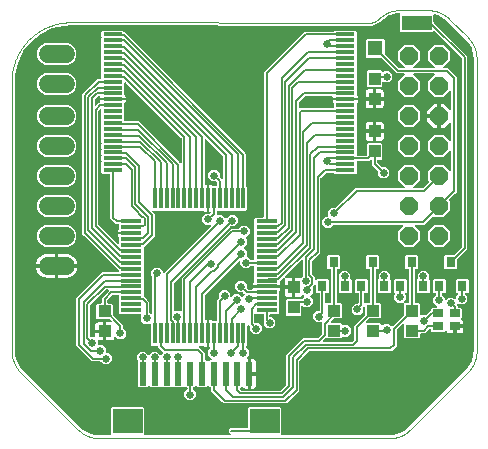
<source format=gtl>
G04 EAGLE Gerber RS-274X export*
G75*
%MOMM*%
%FSLAX34Y34*%
%LPD*%
%INTop Layer*%
%IPPOS*%
%AMOC8*
5,1,8,0,0,1.08239X$1,22.5*%
G01*
%ADD10C,0.000000*%
%ADD11R,1.788300X0.363200*%
%ADD12R,0.363200X1.788300*%
%ADD13R,1.636400X0.300000*%
%ADD14C,1.524000*%
%ADD15R,1.000000X1.100000*%
%ADD16R,2.540000X1.270000*%
%ADD17R,1.100000X1.000000*%
%ADD18R,0.787400X0.889000*%
%ADD19R,0.900000X0.650000*%
%ADD20R,0.600000X2.000000*%
%ADD21R,2.500000X2.000000*%
%ADD22P,1.649562X8X112.500000*%
%ADD23R,1.300000X1.300000*%
%ADD24C,0.152400*%
%ADD25C,0.654800*%

G36*
X71156Y2552D02*
X71156Y2552D01*
X71228Y2554D01*
X71277Y2572D01*
X71328Y2580D01*
X71391Y2614D01*
X71459Y2639D01*
X71499Y2671D01*
X71545Y2696D01*
X71595Y2747D01*
X71651Y2792D01*
X71679Y2836D01*
X71715Y2874D01*
X71745Y2939D01*
X71784Y2999D01*
X71796Y3050D01*
X71818Y3097D01*
X71826Y3168D01*
X71844Y3238D01*
X71840Y3290D01*
X71845Y3341D01*
X71830Y3412D01*
X71825Y3483D01*
X71804Y3531D01*
X71793Y3582D01*
X71756Y3643D01*
X71728Y3709D01*
X71683Y3765D01*
X71667Y3793D01*
X71649Y3808D01*
X71623Y3840D01*
X71485Y3978D01*
X71485Y25242D01*
X72378Y26135D01*
X98642Y26135D01*
X99535Y25242D01*
X99535Y3978D01*
X99397Y3840D01*
X99355Y3782D01*
X99305Y3730D01*
X99283Y3683D01*
X99253Y3641D01*
X99232Y3572D01*
X99202Y3507D01*
X99196Y3455D01*
X99181Y3405D01*
X99183Y3334D01*
X99175Y3263D01*
X99186Y3212D01*
X99187Y3160D01*
X99212Y3092D01*
X99227Y3022D01*
X99254Y2977D01*
X99271Y2929D01*
X99316Y2873D01*
X99353Y2811D01*
X99393Y2777D01*
X99425Y2737D01*
X99485Y2698D01*
X99540Y2651D01*
X99588Y2632D01*
X99632Y2604D01*
X99701Y2586D01*
X99768Y2559D01*
X99839Y2551D01*
X99871Y2543D01*
X99894Y2545D01*
X99935Y2541D01*
X171902Y2541D01*
X171973Y2552D01*
X172044Y2554D01*
X172093Y2572D01*
X172145Y2580D01*
X172208Y2614D01*
X172275Y2639D01*
X172316Y2671D01*
X172362Y2696D01*
X172412Y2748D01*
X172468Y2792D01*
X172496Y2836D01*
X172532Y2874D01*
X172562Y2939D01*
X172601Y2999D01*
X172613Y3050D01*
X172635Y3097D01*
X172643Y3168D01*
X172661Y3238D01*
X172657Y3290D01*
X172662Y3341D01*
X172647Y3412D01*
X172641Y3483D01*
X172621Y3531D01*
X172610Y3582D01*
X172573Y3643D01*
X172545Y3709D01*
X172500Y3765D01*
X172484Y3793D01*
X172466Y3808D01*
X172440Y3840D01*
X170941Y5339D01*
X170941Y7234D01*
X172281Y8573D01*
X186724Y8573D01*
X186744Y8576D01*
X186763Y8574D01*
X186865Y8596D01*
X186967Y8613D01*
X186984Y8622D01*
X187004Y8627D01*
X187093Y8680D01*
X187184Y8728D01*
X187198Y8742D01*
X187215Y8753D01*
X187282Y8831D01*
X187354Y8906D01*
X187362Y8924D01*
X187375Y8940D01*
X187414Y9036D01*
X187457Y9129D01*
X187459Y9149D01*
X187467Y9168D01*
X187485Y9334D01*
X187485Y25242D01*
X188378Y26135D01*
X214642Y26135D01*
X215535Y25242D01*
X215535Y3978D01*
X215397Y3840D01*
X215355Y3782D01*
X215305Y3730D01*
X215283Y3683D01*
X215253Y3641D01*
X215232Y3572D01*
X215202Y3507D01*
X215196Y3455D01*
X215181Y3405D01*
X215183Y3334D01*
X215175Y3263D01*
X215186Y3212D01*
X215187Y3160D01*
X215212Y3092D01*
X215227Y3022D01*
X215254Y2977D01*
X215271Y2929D01*
X215316Y2873D01*
X215353Y2811D01*
X215393Y2777D01*
X215425Y2737D01*
X215485Y2698D01*
X215540Y2651D01*
X215588Y2632D01*
X215632Y2604D01*
X215701Y2586D01*
X215768Y2559D01*
X215839Y2551D01*
X215871Y2543D01*
X215894Y2545D01*
X215935Y2541D01*
X306979Y2541D01*
X306997Y2544D01*
X307029Y2542D01*
X309913Y2731D01*
X309936Y2737D01*
X310060Y2756D01*
X315633Y4249D01*
X315647Y4255D01*
X315663Y4257D01*
X315816Y4325D01*
X320812Y7209D01*
X320831Y7224D01*
X320865Y7248D01*
X320893Y7263D01*
X320906Y7277D01*
X320933Y7296D01*
X323107Y9202D01*
X323118Y9216D01*
X323143Y9236D01*
X370797Y56890D01*
X371431Y57524D01*
X371764Y57857D01*
X371775Y57872D01*
X371798Y57893D01*
X373704Y60067D01*
X373717Y60087D01*
X373791Y60188D01*
X376675Y65184D01*
X376681Y65199D01*
X376690Y65211D01*
X376751Y65367D01*
X378244Y70940D01*
X378247Y70963D01*
X378269Y71087D01*
X378458Y73971D01*
X378456Y73990D01*
X378459Y74021D01*
X378459Y321410D01*
X378456Y321429D01*
X378458Y321460D01*
X378267Y324357D01*
X378262Y324379D01*
X378242Y324504D01*
X376737Y330098D01*
X376730Y330113D01*
X376728Y330129D01*
X376717Y330155D01*
X376716Y330158D01*
X376713Y330162D01*
X376660Y330282D01*
X373753Y335292D01*
X373738Y335311D01*
X373666Y335414D01*
X371745Y337590D01*
X371731Y337602D01*
X371711Y337627D01*
X356929Y352313D01*
X355959Y353277D01*
X355943Y353288D01*
X355922Y353311D01*
X353752Y355202D01*
X353732Y355215D01*
X353631Y355288D01*
X348650Y358150D01*
X348636Y358155D01*
X348623Y358164D01*
X348467Y358225D01*
X345382Y359048D01*
X345264Y359060D01*
X345147Y359073D01*
X345142Y359072D01*
X345137Y359072D01*
X345023Y359046D01*
X344906Y359021D01*
X344902Y359018D01*
X344898Y359017D01*
X344797Y358955D01*
X344695Y358894D01*
X344692Y358891D01*
X344688Y358889D01*
X344612Y358798D01*
X344535Y358708D01*
X344533Y358703D01*
X344530Y358700D01*
X344488Y358590D01*
X344443Y358479D01*
X344443Y358474D01*
X344441Y358471D01*
X344441Y358456D01*
X344425Y358313D01*
X344425Y352545D01*
X344439Y352454D01*
X344447Y352364D01*
X344459Y352334D01*
X344464Y352302D01*
X344507Y352221D01*
X344543Y352137D01*
X344569Y352105D01*
X344580Y352084D01*
X344603Y352062D01*
X344648Y352006D01*
X373127Y323527D01*
X373127Y159962D01*
X371564Y158399D01*
X364841Y151676D01*
X364788Y151602D01*
X364728Y151532D01*
X364716Y151502D01*
X364697Y151476D01*
X364670Y151389D01*
X364636Y151304D01*
X364632Y151263D01*
X364625Y151241D01*
X364626Y151209D01*
X364618Y151138D01*
X364618Y144148D01*
X363725Y143255D01*
X354587Y143255D01*
X353694Y144148D01*
X353694Y154302D01*
X354587Y155195D01*
X361577Y155195D01*
X361667Y155209D01*
X361758Y155217D01*
X361787Y155229D01*
X361819Y155234D01*
X361900Y155277D01*
X361984Y155313D01*
X362016Y155339D01*
X362037Y155350D01*
X362059Y155373D01*
X362115Y155418D01*
X368330Y161633D01*
X368383Y161707D01*
X368443Y161777D01*
X368455Y161807D01*
X368474Y161833D01*
X368501Y161920D01*
X368535Y162005D01*
X368539Y162046D01*
X368546Y162068D01*
X368545Y162100D01*
X368553Y162171D01*
X368553Y321317D01*
X368539Y321408D01*
X368531Y321498D01*
X368519Y321528D01*
X368514Y321560D01*
X368471Y321641D01*
X368435Y321725D01*
X368409Y321757D01*
X368398Y321778D01*
X368375Y321800D01*
X368330Y321856D01*
X345439Y344747D01*
X345423Y344758D01*
X345411Y344774D01*
X345324Y344830D01*
X345240Y344890D01*
X345221Y344896D01*
X345204Y344907D01*
X345103Y344932D01*
X345005Y344963D01*
X344985Y344962D01*
X344965Y344967D01*
X344862Y344959D01*
X344759Y344956D01*
X344740Y344949D01*
X344720Y344948D01*
X344625Y344907D01*
X344528Y344872D01*
X344512Y344859D01*
X344494Y344851D01*
X344363Y344747D01*
X343532Y343915D01*
X316868Y343915D01*
X315975Y344808D01*
X315975Y358928D01*
X315987Y358958D01*
X315988Y358985D01*
X315996Y359011D01*
X315994Y359107D01*
X315998Y359203D01*
X315991Y359230D01*
X315990Y359257D01*
X315957Y359347D01*
X315931Y359440D01*
X315915Y359462D01*
X315906Y359488D01*
X315846Y359563D01*
X315791Y359642D01*
X315769Y359659D01*
X315752Y359680D01*
X315671Y359732D01*
X315594Y359790D01*
X315568Y359798D01*
X315545Y359813D01*
X315452Y359837D01*
X315361Y359867D01*
X315326Y359868D01*
X315307Y359873D01*
X315274Y359871D01*
X315193Y359875D01*
X313018Y359734D01*
X312993Y359728D01*
X312873Y359711D01*
X307377Y358261D01*
X307364Y358255D01*
X307350Y358253D01*
X307195Y358187D01*
X302251Y355383D01*
X302231Y355367D01*
X302131Y355298D01*
X299970Y353443D01*
X299958Y353429D01*
X299933Y353410D01*
X298955Y352454D01*
X297886Y351409D01*
X292581Y349253D01*
X289718Y349257D01*
X288350Y349260D01*
X38746Y349674D01*
X37379Y349676D01*
X37363Y349674D01*
X37336Y349675D01*
X32102Y349390D01*
X32070Y349383D01*
X31975Y349372D01*
X21766Y347057D01*
X21764Y347056D01*
X21763Y347056D01*
X21605Y347001D01*
X12168Y342470D01*
X12167Y342469D01*
X12165Y342469D01*
X12023Y342380D01*
X3833Y335861D01*
X3832Y335859D01*
X3830Y335859D01*
X3712Y335740D01*
X-2821Y327560D01*
X-2821Y327559D01*
X-2822Y327558D01*
X-2911Y327416D01*
X-7458Y317987D01*
X-7458Y317985D01*
X-7459Y317984D01*
X-7514Y317826D01*
X-9846Y307621D01*
X-9848Y307589D01*
X-9864Y307494D01*
X-10158Y302260D01*
X-10156Y302243D01*
X-10159Y302217D01*
X-10159Y74021D01*
X-10156Y74003D01*
X-10158Y73971D01*
X-9969Y71087D01*
X-9963Y71064D01*
X-9944Y70940D01*
X-8451Y65367D01*
X-8445Y65353D01*
X-8443Y65337D01*
X-8375Y65184D01*
X-5491Y60188D01*
X-5476Y60170D01*
X-5404Y60067D01*
X-3498Y57893D01*
X-3483Y57881D01*
X-3464Y57857D01*
X-2497Y56890D01*
X45157Y9236D01*
X45172Y9225D01*
X45193Y9202D01*
X47367Y7296D01*
X47387Y7283D01*
X47457Y7232D01*
X47473Y7219D01*
X47478Y7216D01*
X47488Y7209D01*
X52484Y4325D01*
X52499Y4319D01*
X52511Y4310D01*
X52667Y4249D01*
X58240Y2756D01*
X58263Y2753D01*
X58387Y2731D01*
X61271Y2542D01*
X61290Y2544D01*
X61321Y2541D01*
X71085Y2541D01*
X71156Y2552D01*
G37*
%LPC*%
G36*
X167328Y29463D02*
X167328Y29463D01*
X165765Y31026D01*
X158026Y38765D01*
X156463Y40328D01*
X156463Y42324D01*
X156460Y42344D01*
X156462Y42363D01*
X156440Y42465D01*
X156424Y42567D01*
X156414Y42584D01*
X156410Y42604D01*
X156357Y42693D01*
X156308Y42784D01*
X156294Y42798D01*
X156284Y42815D01*
X156205Y42882D01*
X156130Y42954D01*
X156112Y42962D01*
X156097Y42975D01*
X156001Y43014D01*
X155907Y43057D01*
X155887Y43059D01*
X155869Y43067D01*
X155702Y43085D01*
X154878Y43085D01*
X154048Y43915D01*
X154032Y43927D01*
X154020Y43943D01*
X153932Y43999D01*
X153849Y44059D01*
X153830Y44065D01*
X153813Y44076D01*
X153712Y44101D01*
X153613Y44131D01*
X153594Y44131D01*
X153574Y44136D01*
X153471Y44128D01*
X153368Y44125D01*
X153349Y44118D01*
X153329Y44117D01*
X153234Y44076D01*
X153137Y44041D01*
X153121Y44028D01*
X153103Y44020D01*
X152972Y43915D01*
X152142Y43085D01*
X144878Y43085D01*
X144048Y43915D01*
X144032Y43927D01*
X144020Y43943D01*
X143932Y43999D01*
X143849Y44059D01*
X143830Y44065D01*
X143813Y44076D01*
X143712Y44101D01*
X143613Y44131D01*
X143594Y44131D01*
X143574Y44136D01*
X143471Y44128D01*
X143368Y44125D01*
X143349Y44118D01*
X143329Y44117D01*
X143234Y44076D01*
X143137Y44041D01*
X143121Y44028D01*
X143103Y44020D01*
X142972Y43915D01*
X142142Y43085D01*
X141558Y43085D01*
X141538Y43082D01*
X141519Y43084D01*
X141417Y43062D01*
X141315Y43046D01*
X141298Y43036D01*
X141278Y43032D01*
X141189Y42979D01*
X141098Y42930D01*
X141084Y42916D01*
X141067Y42906D01*
X141000Y42827D01*
X140928Y42752D01*
X140920Y42734D01*
X140907Y42719D01*
X140868Y42623D01*
X140825Y42529D01*
X140823Y42509D01*
X140815Y42491D01*
X140797Y42324D01*
X140797Y41565D01*
X140811Y41475D01*
X140819Y41384D01*
X140831Y41354D01*
X140836Y41322D01*
X140879Y41242D01*
X140915Y41158D01*
X140941Y41126D01*
X140952Y41105D01*
X140975Y41083D01*
X141020Y41027D01*
X143229Y38818D01*
X143229Y34842D01*
X140418Y32031D01*
X136442Y32031D01*
X133631Y34842D01*
X133631Y38818D01*
X136000Y41187D01*
X136053Y41261D01*
X136113Y41330D01*
X136125Y41360D01*
X136144Y41386D01*
X136171Y41473D01*
X136205Y41558D01*
X136209Y41599D01*
X136216Y41622D01*
X136215Y41654D01*
X136223Y41725D01*
X136223Y42324D01*
X136220Y42344D01*
X136222Y42363D01*
X136200Y42465D01*
X136184Y42567D01*
X136174Y42584D01*
X136170Y42604D01*
X136117Y42693D01*
X136068Y42784D01*
X136054Y42798D01*
X136044Y42815D01*
X135965Y42882D01*
X135890Y42954D01*
X135872Y42962D01*
X135857Y42975D01*
X135761Y43014D01*
X135667Y43057D01*
X135647Y43059D01*
X135629Y43067D01*
X135462Y43085D01*
X134878Y43085D01*
X134048Y43915D01*
X134032Y43927D01*
X134020Y43943D01*
X133932Y43999D01*
X133849Y44059D01*
X133830Y44065D01*
X133813Y44076D01*
X133712Y44101D01*
X133613Y44131D01*
X133594Y44131D01*
X133574Y44136D01*
X133471Y44128D01*
X133368Y44125D01*
X133349Y44118D01*
X133329Y44117D01*
X133234Y44076D01*
X133137Y44041D01*
X133121Y44028D01*
X133103Y44020D01*
X132972Y43915D01*
X132142Y43085D01*
X124878Y43085D01*
X124048Y43915D01*
X124032Y43927D01*
X124020Y43943D01*
X123932Y43999D01*
X123849Y44059D01*
X123830Y44065D01*
X123813Y44076D01*
X123712Y44101D01*
X123613Y44131D01*
X123594Y44131D01*
X123574Y44136D01*
X123471Y44128D01*
X123368Y44125D01*
X123349Y44118D01*
X123329Y44117D01*
X123234Y44076D01*
X123137Y44041D01*
X123121Y44028D01*
X123103Y44020D01*
X122972Y43915D01*
X122142Y43085D01*
X114878Y43085D01*
X114048Y43915D01*
X114032Y43927D01*
X114020Y43943D01*
X113932Y43999D01*
X113849Y44059D01*
X113830Y44065D01*
X113813Y44076D01*
X113712Y44101D01*
X113613Y44131D01*
X113594Y44131D01*
X113574Y44136D01*
X113471Y44128D01*
X113368Y44125D01*
X113349Y44118D01*
X113329Y44117D01*
X113234Y44076D01*
X113137Y44041D01*
X113121Y44028D01*
X113103Y44020D01*
X112972Y43915D01*
X112142Y43085D01*
X104878Y43085D01*
X104048Y43915D01*
X104032Y43927D01*
X104020Y43943D01*
X103932Y43999D01*
X103849Y44059D01*
X103830Y44065D01*
X103813Y44076D01*
X103712Y44101D01*
X103613Y44131D01*
X103594Y44131D01*
X103574Y44136D01*
X103471Y44128D01*
X103368Y44125D01*
X103349Y44118D01*
X103329Y44117D01*
X103234Y44076D01*
X103137Y44041D01*
X103121Y44028D01*
X103103Y44020D01*
X102972Y43915D01*
X102142Y43085D01*
X94878Y43085D01*
X93985Y43978D01*
X93985Y65242D01*
X93997Y65258D01*
X94013Y65270D01*
X94069Y65357D01*
X94129Y65441D01*
X94135Y65460D01*
X94146Y65477D01*
X94171Y65578D01*
X94201Y65676D01*
X94201Y65696D01*
X94206Y65716D01*
X94198Y65819D01*
X94195Y65922D01*
X94188Y65941D01*
X94186Y65961D01*
X94146Y66056D01*
X94110Y66153D01*
X94098Y66169D01*
X94090Y66187D01*
X93985Y66318D01*
X93711Y66592D01*
X93711Y70568D01*
X96522Y73379D01*
X100498Y73379D01*
X102972Y70905D01*
X102988Y70893D01*
X103000Y70878D01*
X103088Y70821D01*
X103171Y70761D01*
X103190Y70755D01*
X103207Y70745D01*
X103308Y70719D01*
X103407Y70689D01*
X103426Y70689D01*
X103446Y70684D01*
X103549Y70692D01*
X103652Y70695D01*
X103671Y70702D01*
X103691Y70704D01*
X103786Y70744D01*
X103883Y70780D01*
X103899Y70792D01*
X103917Y70800D01*
X104048Y70905D01*
X106522Y73379D01*
X110498Y73379D01*
X112972Y70905D01*
X112988Y70893D01*
X113000Y70878D01*
X113088Y70821D01*
X113171Y70761D01*
X113190Y70755D01*
X113207Y70745D01*
X113308Y70719D01*
X113407Y70689D01*
X113426Y70689D01*
X113446Y70684D01*
X113549Y70692D01*
X113652Y70695D01*
X113671Y70702D01*
X113691Y70704D01*
X113786Y70744D01*
X113883Y70780D01*
X113899Y70792D01*
X113917Y70800D01*
X114048Y70905D01*
X115302Y72158D01*
X115313Y72174D01*
X115329Y72187D01*
X115385Y72274D01*
X115445Y72358D01*
X115451Y72377D01*
X115462Y72393D01*
X115487Y72494D01*
X115517Y72593D01*
X115517Y72613D01*
X115522Y72632D01*
X115514Y72735D01*
X115511Y72839D01*
X115504Y72857D01*
X115503Y72877D01*
X115462Y72972D01*
X115427Y73070D01*
X115414Y73085D01*
X115406Y73104D01*
X115302Y73235D01*
X111263Y77273D01*
X111263Y77557D01*
X111260Y77576D01*
X111262Y77596D01*
X111240Y77697D01*
X111224Y77799D01*
X111214Y77817D01*
X111210Y77836D01*
X111157Y77925D01*
X111108Y78017D01*
X111094Y78030D01*
X111084Y78047D01*
X111005Y78115D01*
X110930Y78186D01*
X110912Y78194D01*
X110897Y78207D01*
X110801Y78246D01*
X110707Y78290D01*
X110687Y78292D01*
X110669Y78299D01*
X110502Y78318D01*
X106102Y78318D01*
X105209Y79211D01*
X105209Y96585D01*
X105198Y96656D01*
X105196Y96727D01*
X105178Y96776D01*
X105170Y96828D01*
X105136Y96891D01*
X105111Y96959D01*
X105079Y96999D01*
X105054Y97045D01*
X105002Y97095D01*
X104958Y97151D01*
X104914Y97179D01*
X104876Y97215D01*
X104811Y97245D01*
X104751Y97284D01*
X104700Y97296D01*
X104653Y97318D01*
X104582Y97326D01*
X104512Y97344D01*
X104460Y97340D01*
X104409Y97345D01*
X104338Y97330D01*
X104267Y97324D01*
X104219Y97304D01*
X104168Y97293D01*
X104107Y97256D01*
X104041Y97228D01*
X103985Y97183D01*
X103957Y97167D01*
X103942Y97149D01*
X103910Y97123D01*
X103588Y96801D01*
X99612Y96801D01*
X96801Y99612D01*
X96801Y103588D01*
X97123Y103910D01*
X97165Y103968D01*
X97215Y104020D01*
X97236Y104067D01*
X97267Y104109D01*
X97288Y104178D01*
X97318Y104243D01*
X97324Y104295D01*
X97339Y104345D01*
X97337Y104416D01*
X97345Y104487D01*
X97334Y104538D01*
X97333Y104590D01*
X97308Y104658D01*
X97293Y104728D01*
X97266Y104773D01*
X97248Y104821D01*
X97204Y104877D01*
X97167Y104939D01*
X97127Y104973D01*
X97095Y105013D01*
X97035Y105052D01*
X96980Y105099D01*
X96931Y105118D01*
X96888Y105146D01*
X96818Y105164D01*
X96752Y105191D01*
X96680Y105199D01*
X96649Y105207D01*
X96626Y105205D01*
X96585Y105209D01*
X79211Y105209D01*
X78318Y106102D01*
X78318Y120502D01*
X78315Y120522D01*
X78317Y120541D01*
X78295Y120643D01*
X78278Y120745D01*
X78269Y120762D01*
X78264Y120782D01*
X78211Y120871D01*
X78163Y120962D01*
X78149Y120976D01*
X78138Y120993D01*
X78060Y121060D01*
X77985Y121132D01*
X77967Y121140D01*
X77951Y121153D01*
X77855Y121192D01*
X77762Y121235D01*
X77742Y121237D01*
X77723Y121245D01*
X77557Y121263D01*
X72742Y121263D01*
X72652Y121249D01*
X72561Y121241D01*
X72532Y121229D01*
X72500Y121224D01*
X72419Y121181D01*
X72335Y121145D01*
X72303Y121119D01*
X72282Y121108D01*
X72260Y121085D01*
X72204Y121040D01*
X68550Y117386D01*
X68497Y117312D01*
X68437Y117242D01*
X68425Y117212D01*
X68406Y117186D01*
X68379Y117099D01*
X68345Y117014D01*
X68341Y116973D01*
X68334Y116951D01*
X68335Y116919D01*
X68327Y116847D01*
X68327Y114846D01*
X68330Y114826D01*
X68328Y114807D01*
X68350Y114705D01*
X68366Y114603D01*
X68376Y114586D01*
X68380Y114566D01*
X68433Y114477D01*
X68482Y114386D01*
X68496Y114372D01*
X68506Y114355D01*
X68585Y114288D01*
X68660Y114216D01*
X68678Y114208D01*
X68693Y114195D01*
X68789Y114156D01*
X68883Y114113D01*
X68903Y114111D01*
X68921Y114103D01*
X69088Y114085D01*
X72172Y114085D01*
X73065Y113192D01*
X73065Y105109D01*
X73079Y105019D01*
X73087Y104928D01*
X73099Y104899D01*
X73104Y104867D01*
X73147Y104786D01*
X73183Y104702D01*
X73209Y104670D01*
X73220Y104649D01*
X73243Y104627D01*
X73288Y104571D01*
X81662Y96197D01*
X81662Y93715D01*
X81676Y93625D01*
X81684Y93534D01*
X81696Y93504D01*
X81701Y93472D01*
X81744Y93392D01*
X81780Y93308D01*
X81806Y93276D01*
X81817Y93255D01*
X81840Y93233D01*
X81885Y93177D01*
X84174Y90888D01*
X84174Y86912D01*
X81363Y84101D01*
X77387Y84101D01*
X75380Y86108D01*
X75322Y86150D01*
X75270Y86200D01*
X75223Y86221D01*
X75181Y86252D01*
X75112Y86273D01*
X75047Y86303D01*
X74995Y86309D01*
X74945Y86324D01*
X74874Y86322D01*
X74803Y86330D01*
X74752Y86319D01*
X74700Y86318D01*
X74632Y86293D01*
X74562Y86278D01*
X74517Y86251D01*
X74469Y86233D01*
X74413Y86189D01*
X74351Y86152D01*
X74317Y86112D01*
X74277Y86080D01*
X74238Y86019D01*
X74191Y85965D01*
X74172Y85917D01*
X74144Y85873D01*
X74126Y85803D01*
X74099Y85737D01*
X74091Y85665D01*
X74083Y85634D01*
X74085Y85611D01*
X74081Y85570D01*
X74081Y85226D01*
X73908Y84579D01*
X73573Y84000D01*
X73100Y83527D01*
X72521Y83192D01*
X71874Y83019D01*
X67563Y83019D01*
X67563Y89798D01*
X67560Y89818D01*
X67562Y89837D01*
X67540Y89939D01*
X67523Y90041D01*
X67514Y90058D01*
X67510Y90078D01*
X67457Y90167D01*
X67408Y90258D01*
X67394Y90272D01*
X67384Y90289D01*
X67305Y90356D01*
X67230Y90427D01*
X67212Y90436D01*
X67197Y90449D01*
X67101Y90488D01*
X67007Y90531D01*
X66987Y90533D01*
X66969Y90541D01*
X66802Y90559D01*
X66039Y90559D01*
X66039Y90561D01*
X66802Y90561D01*
X66822Y90564D01*
X66841Y90562D01*
X66943Y90584D01*
X67045Y90601D01*
X67062Y90610D01*
X67082Y90614D01*
X67171Y90667D01*
X67262Y90716D01*
X67276Y90730D01*
X67293Y90740D01*
X67360Y90819D01*
X67431Y90894D01*
X67440Y90912D01*
X67453Y90927D01*
X67492Y91023D01*
X67535Y91117D01*
X67537Y91137D01*
X67545Y91155D01*
X67563Y91322D01*
X67563Y98101D01*
X71453Y98101D01*
X71523Y98112D01*
X71595Y98114D01*
X71644Y98132D01*
X71695Y98140D01*
X71759Y98174D01*
X71826Y98199D01*
X71867Y98231D01*
X71913Y98256D01*
X71962Y98307D01*
X72018Y98352D01*
X72046Y98396D01*
X72082Y98434D01*
X72112Y98499D01*
X72151Y98559D01*
X72164Y98610D01*
X72186Y98657D01*
X72194Y98728D01*
X72211Y98798D01*
X72207Y98850D01*
X72213Y98901D01*
X72198Y98972D01*
X72192Y99043D01*
X72172Y99091D01*
X72161Y99142D01*
X72124Y99203D01*
X72096Y99269D01*
X72051Y99325D01*
X72034Y99353D01*
X72017Y99368D01*
X71991Y99400D01*
X70579Y100812D01*
X70505Y100865D01*
X70435Y100925D01*
X70405Y100937D01*
X70379Y100956D01*
X70292Y100983D01*
X70207Y101017D01*
X70166Y101021D01*
X70144Y101028D01*
X70112Y101027D01*
X70041Y101035D01*
X59908Y101035D01*
X59015Y101928D01*
X59015Y113192D01*
X59908Y114085D01*
X62992Y114085D01*
X63012Y114088D01*
X63031Y114086D01*
X63133Y114108D01*
X63235Y114124D01*
X63252Y114134D01*
X63272Y114138D01*
X63361Y114191D01*
X63452Y114240D01*
X63466Y114254D01*
X63483Y114264D01*
X63550Y114343D01*
X63622Y114418D01*
X63630Y114436D01*
X63643Y114451D01*
X63682Y114547D01*
X63725Y114641D01*
X63727Y114661D01*
X63735Y114679D01*
X63753Y114846D01*
X63753Y119057D01*
X65316Y120620D01*
X68970Y124274D01*
X69380Y124684D01*
X69422Y124742D01*
X69471Y124794D01*
X69493Y124841D01*
X69523Y124883D01*
X69544Y124952D01*
X69575Y125017D01*
X69580Y125069D01*
X69596Y125119D01*
X69594Y125190D01*
X69602Y125261D01*
X69591Y125312D01*
X69589Y125364D01*
X69565Y125432D01*
X69550Y125502D01*
X69523Y125547D01*
X69505Y125595D01*
X69460Y125651D01*
X69423Y125713D01*
X69384Y125747D01*
X69351Y125787D01*
X69291Y125826D01*
X69236Y125873D01*
X69188Y125892D01*
X69144Y125920D01*
X69075Y125938D01*
X69008Y125965D01*
X68937Y125973D01*
X68906Y125981D01*
X68882Y125979D01*
X68842Y125983D01*
X67303Y125983D01*
X67212Y125969D01*
X67122Y125961D01*
X67092Y125949D01*
X67060Y125944D01*
X66979Y125901D01*
X66895Y125865D01*
X66863Y125839D01*
X66842Y125828D01*
X66820Y125805D01*
X66764Y125760D01*
X53818Y112814D01*
X53765Y112740D01*
X53705Y112670D01*
X53693Y112640D01*
X53674Y112614D01*
X53647Y112527D01*
X53613Y112442D01*
X53609Y112401D01*
X53602Y112379D01*
X53603Y112347D01*
X53595Y112275D01*
X53595Y86331D01*
X53609Y86241D01*
X53617Y86150D01*
X53629Y86120D01*
X53634Y86088D01*
X53677Y86007D01*
X53713Y85923D01*
X53739Y85891D01*
X53750Y85871D01*
X53773Y85848D01*
X53818Y85792D01*
X53954Y85656D01*
X54028Y85603D01*
X54098Y85543D01*
X54128Y85531D01*
X54154Y85512D01*
X54241Y85486D01*
X54326Y85451D01*
X54367Y85447D01*
X54389Y85440D01*
X54421Y85441D01*
X54493Y85433D01*
X57238Y85433D01*
X57258Y85436D01*
X57277Y85434D01*
X57379Y85456D01*
X57481Y85473D01*
X57498Y85482D01*
X57518Y85486D01*
X57607Y85539D01*
X57698Y85588D01*
X57712Y85602D01*
X57729Y85612D01*
X57796Y85691D01*
X57868Y85766D01*
X57876Y85784D01*
X57889Y85799D01*
X57928Y85895D01*
X57971Y85989D01*
X57973Y86009D01*
X57981Y86027D01*
X57999Y86194D01*
X57999Y89037D01*
X64517Y89037D01*
X64517Y83019D01*
X61302Y83019D01*
X61282Y83016D01*
X61263Y83018D01*
X61161Y82996D01*
X61059Y82980D01*
X61042Y82970D01*
X61022Y82966D01*
X60933Y82913D01*
X60842Y82864D01*
X60828Y82850D01*
X60811Y82840D01*
X60744Y82761D01*
X60672Y82686D01*
X60664Y82668D01*
X60651Y82653D01*
X60612Y82557D01*
X60569Y82463D01*
X60567Y82443D01*
X60559Y82425D01*
X60541Y82258D01*
X60541Y79672D01*
X60544Y79652D01*
X60542Y79633D01*
X60564Y79531D01*
X60580Y79429D01*
X60590Y79412D01*
X60594Y79392D01*
X60647Y79303D01*
X60696Y79212D01*
X60710Y79198D01*
X60720Y79181D01*
X60799Y79114D01*
X60874Y79042D01*
X60892Y79034D01*
X60907Y79021D01*
X61003Y78982D01*
X61097Y78939D01*
X61117Y78937D01*
X61135Y78929D01*
X61302Y78911D01*
X64009Y78911D01*
X66820Y76100D01*
X66820Y72870D01*
X66823Y72850D01*
X66821Y72831D01*
X66843Y72729D01*
X66860Y72627D01*
X66869Y72610D01*
X66873Y72590D01*
X66926Y72501D01*
X66975Y72410D01*
X66989Y72396D01*
X66999Y72379D01*
X67078Y72312D01*
X67153Y72240D01*
X67171Y72232D01*
X67186Y72219D01*
X67282Y72180D01*
X67376Y72137D01*
X67396Y72135D01*
X67414Y72127D01*
X67581Y72109D01*
X69298Y72109D01*
X72109Y69298D01*
X72109Y65322D01*
X69298Y62511D01*
X65322Y62511D01*
X63033Y64800D01*
X62959Y64853D01*
X62890Y64913D01*
X62860Y64925D01*
X62834Y64944D01*
X62747Y64971D01*
X62662Y65005D01*
X62621Y65009D01*
X62598Y65016D01*
X62566Y65015D01*
X62495Y65023D01*
X54933Y65023D01*
X42163Y77793D01*
X42163Y119057D01*
X63943Y140837D01*
X77435Y140837D01*
X77506Y140848D01*
X77578Y140850D01*
X77627Y140868D01*
X77678Y140876D01*
X77741Y140910D01*
X77809Y140935D01*
X77849Y140967D01*
X77895Y140992D01*
X77945Y141044D01*
X78001Y141088D01*
X78029Y141132D01*
X78065Y141170D01*
X78095Y141235D01*
X78134Y141295D01*
X78146Y141346D01*
X78168Y141393D01*
X78176Y141464D01*
X78194Y141534D01*
X78190Y141586D01*
X78195Y141637D01*
X78180Y141708D01*
X78175Y141779D01*
X78154Y141827D01*
X78143Y141878D01*
X78106Y141939D01*
X78078Y142005D01*
X78034Y142061D01*
X78017Y142089D01*
X77999Y142104D01*
X77973Y142136D01*
X48552Y171558D01*
X46989Y173120D01*
X46989Y291254D01*
X60002Y304267D01*
X62588Y304267D01*
X62608Y304270D01*
X62627Y304268D01*
X62729Y304290D01*
X62831Y304306D01*
X62848Y304316D01*
X62868Y304320D01*
X62957Y304373D01*
X63048Y304422D01*
X63062Y304436D01*
X63079Y304446D01*
X63146Y304525D01*
X63218Y304600D01*
X63226Y304618D01*
X63239Y304633D01*
X63278Y304729D01*
X63321Y304823D01*
X63323Y304843D01*
X63331Y304861D01*
X63349Y305028D01*
X63349Y309216D01*
X63365Y309278D01*
X63395Y309377D01*
X63395Y309397D01*
X63400Y309416D01*
X63392Y309519D01*
X63389Y309622D01*
X63382Y309641D01*
X63381Y309661D01*
X63349Y309735D01*
X63349Y314216D01*
X63365Y314278D01*
X63395Y314377D01*
X63395Y314397D01*
X63400Y314416D01*
X63392Y314519D01*
X63389Y314622D01*
X63382Y314641D01*
X63381Y314661D01*
X63349Y314735D01*
X63349Y319216D01*
X63365Y319278D01*
X63395Y319377D01*
X63395Y319397D01*
X63400Y319416D01*
X63392Y319519D01*
X63389Y319622D01*
X63382Y319641D01*
X63381Y319661D01*
X63349Y319735D01*
X63349Y324216D01*
X63365Y324278D01*
X63395Y324377D01*
X63395Y324397D01*
X63400Y324416D01*
X63392Y324519D01*
X63389Y324622D01*
X63382Y324641D01*
X63381Y324661D01*
X63349Y324735D01*
X63349Y329216D01*
X63365Y329278D01*
X63395Y329377D01*
X63395Y329397D01*
X63400Y329416D01*
X63392Y329519D01*
X63389Y329622D01*
X63382Y329641D01*
X63381Y329661D01*
X63349Y329735D01*
X63349Y334216D01*
X63365Y334278D01*
X63395Y334377D01*
X63395Y334397D01*
X63400Y334416D01*
X63392Y334519D01*
X63389Y334622D01*
X63382Y334641D01*
X63381Y334661D01*
X63349Y334735D01*
X63349Y339216D01*
X63365Y339278D01*
X63395Y339377D01*
X63395Y339397D01*
X63400Y339416D01*
X63392Y339519D01*
X63389Y339622D01*
X63382Y339641D01*
X63381Y339661D01*
X63349Y339735D01*
X63349Y344112D01*
X64242Y345005D01*
X81870Y345005D01*
X82778Y344096D01*
X82785Y344016D01*
X82797Y343986D01*
X82802Y343954D01*
X82845Y343874D01*
X82881Y343790D01*
X82907Y343758D01*
X82918Y343737D01*
X82941Y343715D01*
X82986Y343659D01*
X185837Y240808D01*
X185837Y214258D01*
X185851Y214168D01*
X185859Y214077D01*
X185871Y214048D01*
X185876Y214016D01*
X185919Y213935D01*
X185955Y213851D01*
X185981Y213819D01*
X185992Y213798D01*
X186015Y213776D01*
X186060Y213720D01*
X186891Y212889D01*
X186891Y193743D01*
X185998Y192850D01*
X161598Y192850D01*
X161578Y192847D01*
X161559Y192849D01*
X161457Y192827D01*
X161355Y192810D01*
X161338Y192801D01*
X161318Y192796D01*
X161229Y192743D01*
X161138Y192695D01*
X161124Y192681D01*
X161107Y192670D01*
X161040Y192592D01*
X160968Y192517D01*
X160960Y192499D01*
X160947Y192483D01*
X160908Y192387D01*
X160865Y192294D01*
X160863Y192274D01*
X160855Y192255D01*
X160837Y192089D01*
X160837Y189710D01*
X160840Y189690D01*
X160838Y189671D01*
X160860Y189569D01*
X160876Y189467D01*
X160886Y189450D01*
X160890Y189430D01*
X160943Y189341D01*
X160992Y189250D01*
X161006Y189236D01*
X161016Y189219D01*
X161095Y189152D01*
X161170Y189080D01*
X161188Y189072D01*
X161203Y189059D01*
X161299Y189020D01*
X161393Y188977D01*
X161413Y188975D01*
X161431Y188967D01*
X161598Y188949D01*
X165818Y188949D01*
X168372Y186395D01*
X168388Y186383D01*
X168400Y186368D01*
X168488Y186311D01*
X168571Y186251D01*
X168590Y186245D01*
X168607Y186235D01*
X168708Y186209D01*
X168807Y186179D01*
X168826Y186179D01*
X168846Y186174D01*
X168949Y186182D01*
X169052Y186185D01*
X169071Y186192D01*
X169091Y186194D01*
X169186Y186234D01*
X169283Y186270D01*
X169299Y186282D01*
X169317Y186290D01*
X169448Y186395D01*
X172002Y188949D01*
X175978Y188949D01*
X178789Y186138D01*
X178789Y182162D01*
X175978Y179351D01*
X172741Y179351D01*
X172650Y179337D01*
X172560Y179329D01*
X172530Y179317D01*
X172498Y179312D01*
X172417Y179269D01*
X172333Y179233D01*
X172301Y179207D01*
X172280Y179196D01*
X172258Y179173D01*
X172202Y179128D01*
X124654Y131580D01*
X124601Y131506D01*
X124542Y131437D01*
X124530Y131407D01*
X124511Y131381D01*
X124484Y131294D01*
X124450Y131209D01*
X124445Y131168D01*
X124438Y131146D01*
X124439Y131113D01*
X124431Y131042D01*
X124431Y108221D01*
X124443Y108150D01*
X124445Y108078D01*
X124463Y108029D01*
X124471Y107978D01*
X124505Y107915D01*
X124529Y107847D01*
X124562Y107807D01*
X124586Y107761D01*
X124638Y107712D01*
X124683Y107655D01*
X124727Y107627D01*
X124765Y107591D01*
X124830Y107561D01*
X124890Y107522D01*
X124940Y107510D01*
X124988Y107488D01*
X125059Y107480D01*
X125128Y107462D01*
X125180Y107466D01*
X125232Y107461D01*
X125302Y107476D01*
X125374Y107482D01*
X125422Y107502D01*
X125472Y107513D01*
X125534Y107550D01*
X125600Y107578D01*
X125656Y107623D01*
X125684Y107639D01*
X125699Y107657D01*
X125714Y107669D01*
X129692Y107669D01*
X129964Y107397D01*
X130022Y107355D01*
X130074Y107306D01*
X130121Y107284D01*
X130163Y107254D01*
X130232Y107233D01*
X130297Y107202D01*
X130349Y107197D01*
X130399Y107181D01*
X130470Y107183D01*
X130541Y107175D01*
X130592Y107186D01*
X130644Y107188D01*
X130712Y107212D01*
X130782Y107228D01*
X130827Y107254D01*
X130875Y107272D01*
X130931Y107317D01*
X130993Y107354D01*
X131027Y107393D01*
X131067Y107426D01*
X131106Y107486D01*
X131153Y107541D01*
X131172Y107589D01*
X131200Y107633D01*
X131218Y107702D01*
X131245Y107769D01*
X131253Y107840D01*
X131261Y107871D01*
X131259Y107895D01*
X131263Y107936D01*
X131263Y135767D01*
X173043Y177547D01*
X179335Y177547D01*
X179425Y177561D01*
X179516Y177569D01*
X179546Y177581D01*
X179578Y177586D01*
X179658Y177629D01*
X179742Y177665D01*
X179774Y177691D01*
X179795Y177702D01*
X179817Y177725D01*
X179873Y177770D01*
X182162Y180059D01*
X186138Y180059D01*
X188949Y177248D01*
X188949Y173272D01*
X186137Y170460D01*
X186072Y170450D01*
X186001Y170448D01*
X185952Y170430D01*
X185900Y170422D01*
X185837Y170388D01*
X185770Y170363D01*
X185729Y170331D01*
X185683Y170306D01*
X185633Y170254D01*
X185577Y170210D01*
X185549Y170166D01*
X185513Y170128D01*
X185483Y170063D01*
X185444Y170003D01*
X185432Y169952D01*
X185410Y169905D01*
X185402Y169834D01*
X185384Y169764D01*
X185388Y169712D01*
X185383Y169661D01*
X185398Y169590D01*
X185404Y169519D01*
X185424Y169471D01*
X185435Y169420D01*
X185472Y169359D01*
X185500Y169293D01*
X185545Y169237D01*
X185561Y169209D01*
X185579Y169194D01*
X185605Y169162D01*
X186409Y168358D01*
X186409Y164382D01*
X183855Y161828D01*
X183843Y161812D01*
X183828Y161800D01*
X183771Y161712D01*
X183711Y161629D01*
X183705Y161610D01*
X183695Y161593D01*
X183669Y161492D01*
X183639Y161393D01*
X183639Y161374D01*
X183634Y161354D01*
X183642Y161251D01*
X183645Y161148D01*
X183652Y161129D01*
X183654Y161109D01*
X183694Y161014D01*
X183730Y160917D01*
X183742Y160901D01*
X183750Y160883D01*
X183855Y160752D01*
X186409Y158198D01*
X186409Y154376D01*
X186412Y154356D01*
X186410Y154337D01*
X186432Y154235D01*
X186448Y154133D01*
X186458Y154116D01*
X186462Y154096D01*
X186515Y154007D01*
X186564Y153916D01*
X186578Y153902D01*
X186588Y153885D01*
X186667Y153818D01*
X186742Y153746D01*
X186760Y153738D01*
X186775Y153725D01*
X186871Y153686D01*
X186965Y153643D01*
X186985Y153641D01*
X187003Y153633D01*
X187170Y153615D01*
X187619Y153615D01*
X190174Y151060D01*
X190248Y151007D01*
X190318Y150947D01*
X190348Y150935D01*
X190374Y150916D01*
X190461Y150889D01*
X190546Y150855D01*
X190587Y150851D01*
X190609Y150844D01*
X190641Y150845D01*
X190713Y150837D01*
X192089Y150837D01*
X192108Y150840D01*
X192128Y150838D01*
X192229Y150860D01*
X192331Y150876D01*
X192349Y150886D01*
X192368Y150890D01*
X192457Y150943D01*
X192549Y150992D01*
X192562Y151006D01*
X192579Y151016D01*
X192647Y151095D01*
X192718Y151170D01*
X192726Y151188D01*
X192739Y151203D01*
X192778Y151299D01*
X192822Y151393D01*
X192824Y151413D01*
X192831Y151431D01*
X192850Y151598D01*
X192850Y185998D01*
X193743Y186891D01*
X200268Y186891D01*
X200288Y186894D01*
X200307Y186892D01*
X200409Y186914D01*
X200511Y186930D01*
X200528Y186940D01*
X200548Y186944D01*
X200637Y186997D01*
X200728Y187046D01*
X200742Y187060D01*
X200759Y187070D01*
X200826Y187149D01*
X200898Y187224D01*
X200906Y187242D01*
X200919Y187257D01*
X200958Y187353D01*
X201001Y187447D01*
X201003Y187467D01*
X201011Y187485D01*
X201029Y187652D01*
X201029Y310123D01*
X235173Y344267D01*
X259977Y344267D01*
X260067Y344281D01*
X260158Y344289D01*
X260188Y344301D01*
X260220Y344306D01*
X260301Y344349D01*
X260384Y344385D01*
X260417Y344411D01*
X260437Y344422D01*
X260459Y344445D01*
X260515Y344490D01*
X261030Y345005D01*
X278658Y345005D01*
X279551Y344112D01*
X279551Y339744D01*
X279535Y339682D01*
X279505Y339583D01*
X279505Y339563D01*
X279500Y339544D01*
X279508Y339441D01*
X279511Y339338D01*
X279518Y339319D01*
X279519Y339299D01*
X279551Y339225D01*
X279551Y334744D01*
X279535Y334682D01*
X279505Y334583D01*
X279505Y334563D01*
X279500Y334544D01*
X279508Y334441D01*
X279511Y334338D01*
X279518Y334319D01*
X279519Y334299D01*
X279551Y334225D01*
X279551Y329744D01*
X279535Y329682D01*
X279505Y329583D01*
X279505Y329563D01*
X279500Y329544D01*
X279508Y329441D01*
X279511Y329338D01*
X279518Y329319D01*
X279519Y329299D01*
X279551Y329225D01*
X279551Y324744D01*
X279535Y324682D01*
X279505Y324583D01*
X279505Y324563D01*
X279500Y324544D01*
X279508Y324441D01*
X279511Y324338D01*
X279518Y324319D01*
X279519Y324299D01*
X279551Y324225D01*
X279551Y319744D01*
X279535Y319682D01*
X279505Y319583D01*
X279505Y319563D01*
X279500Y319544D01*
X279508Y319441D01*
X279511Y319338D01*
X279518Y319319D01*
X279519Y319299D01*
X279551Y319225D01*
X279551Y314744D01*
X279535Y314682D01*
X279505Y314583D01*
X279505Y314563D01*
X279500Y314544D01*
X279508Y314441D01*
X279511Y314338D01*
X279518Y314319D01*
X279519Y314299D01*
X279551Y314225D01*
X279551Y309744D01*
X279535Y309682D01*
X279505Y309583D01*
X279505Y309563D01*
X279500Y309544D01*
X279508Y309441D01*
X279511Y309338D01*
X279518Y309319D01*
X279519Y309299D01*
X279551Y309225D01*
X279551Y304744D01*
X279535Y304682D01*
X279505Y304583D01*
X279505Y304563D01*
X279500Y304544D01*
X279508Y304441D01*
X279511Y304338D01*
X279518Y304319D01*
X279519Y304299D01*
X279551Y304225D01*
X279551Y299744D01*
X279535Y299682D01*
X279505Y299583D01*
X279505Y299563D01*
X279500Y299544D01*
X279508Y299441D01*
X279511Y299338D01*
X279518Y299319D01*
X279519Y299299D01*
X279551Y299225D01*
X279551Y294744D01*
X279535Y294682D01*
X279505Y294583D01*
X279505Y294563D01*
X279500Y294544D01*
X279508Y294441D01*
X279511Y294338D01*
X279518Y294319D01*
X279519Y294299D01*
X279551Y294225D01*
X279551Y290864D01*
X279565Y290774D01*
X279573Y290683D01*
X279585Y290653D01*
X279590Y290621D01*
X279633Y290540D01*
X279669Y290456D01*
X279695Y290424D01*
X279706Y290404D01*
X279729Y290381D01*
X279774Y290325D01*
X280059Y290040D01*
X280394Y289461D01*
X280567Y288814D01*
X280567Y287741D01*
X269844Y287741D01*
X259121Y287741D01*
X259121Y288915D01*
X259120Y288924D01*
X259125Y288971D01*
X259124Y288975D01*
X259124Y288979D01*
X259098Y289095D01*
X259073Y289212D01*
X259071Y289215D01*
X259070Y289219D01*
X259008Y289320D01*
X258946Y289423D01*
X258944Y289425D01*
X258942Y289428D01*
X258851Y289505D01*
X258760Y289583D01*
X258756Y289584D01*
X258753Y289587D01*
X258644Y289629D01*
X258531Y289675D01*
X258527Y289675D01*
X258524Y289676D01*
X258512Y289677D01*
X258365Y289693D01*
X236093Y289693D01*
X236002Y289679D01*
X235912Y289671D01*
X235882Y289659D01*
X235850Y289654D01*
X235769Y289611D01*
X235685Y289575D01*
X235653Y289549D01*
X235632Y289538D01*
X235610Y289515D01*
X235554Y289470D01*
X230602Y284518D01*
X230549Y284444D01*
X230489Y284374D01*
X230477Y284344D01*
X230458Y284318D01*
X230431Y284231D01*
X230397Y284146D01*
X230393Y284105D01*
X230386Y284083D01*
X230387Y284051D01*
X230379Y283979D01*
X230379Y279900D01*
X230390Y279830D01*
X230392Y279758D01*
X230410Y279709D01*
X230418Y279658D01*
X230452Y279594D01*
X230477Y279527D01*
X230509Y279486D01*
X230534Y279440D01*
X230585Y279391D01*
X230630Y279335D01*
X230674Y279307D01*
X230712Y279271D01*
X230777Y279241D01*
X230837Y279202D01*
X230888Y279189D01*
X230935Y279167D01*
X231006Y279159D01*
X231076Y279142D01*
X231128Y279146D01*
X231179Y279140D01*
X231250Y279155D01*
X231321Y279161D01*
X231369Y279181D01*
X231420Y279192D01*
X231481Y279229D01*
X231547Y279257D01*
X231559Y279267D01*
X259376Y279267D01*
X259396Y279270D01*
X259415Y279268D01*
X259517Y279290D01*
X259619Y279306D01*
X259636Y279316D01*
X259656Y279320D01*
X259745Y279373D01*
X259836Y279422D01*
X259850Y279436D01*
X259867Y279446D01*
X259934Y279525D01*
X260006Y279600D01*
X260014Y279618D01*
X260027Y279633D01*
X260066Y279729D01*
X260109Y279823D01*
X260111Y279843D01*
X260119Y279861D01*
X260137Y280028D01*
X260137Y283096D01*
X260123Y283186D01*
X260115Y283277D01*
X260103Y283307D01*
X260098Y283339D01*
X260055Y283420D01*
X260019Y283504D01*
X259993Y283536D01*
X259982Y283556D01*
X259959Y283579D01*
X259914Y283635D01*
X259629Y283920D01*
X259294Y284499D01*
X259121Y285146D01*
X259121Y286219D01*
X269844Y286219D01*
X280567Y286219D01*
X280567Y285145D01*
X280394Y284499D01*
X280059Y283920D01*
X279774Y283635D01*
X279721Y283561D01*
X279661Y283491D01*
X279649Y283461D01*
X279630Y283435D01*
X279603Y283348D01*
X279569Y283263D01*
X279565Y283222D01*
X279558Y283200D01*
X279559Y283168D01*
X279551Y283096D01*
X279551Y279744D01*
X279535Y279682D01*
X279505Y279583D01*
X279505Y279563D01*
X279500Y279544D01*
X279508Y279441D01*
X279511Y279338D01*
X279518Y279319D01*
X279519Y279299D01*
X279551Y279225D01*
X279551Y274744D01*
X279535Y274682D01*
X279505Y274583D01*
X279505Y274563D01*
X279500Y274544D01*
X279508Y274441D01*
X279511Y274338D01*
X279518Y274319D01*
X279519Y274299D01*
X279551Y274225D01*
X279551Y269744D01*
X279535Y269682D01*
X279505Y269583D01*
X279505Y269563D01*
X279500Y269544D01*
X279508Y269441D01*
X279511Y269338D01*
X279518Y269319D01*
X279519Y269299D01*
X279551Y269225D01*
X279551Y264744D01*
X279535Y264682D01*
X279505Y264583D01*
X279505Y264563D01*
X279500Y264544D01*
X279508Y264441D01*
X279511Y264338D01*
X279518Y264319D01*
X279519Y264299D01*
X279551Y264225D01*
X279551Y259744D01*
X279535Y259682D01*
X279505Y259583D01*
X279505Y259563D01*
X279500Y259544D01*
X279508Y259441D01*
X279511Y259338D01*
X279518Y259319D01*
X279519Y259299D01*
X279551Y259225D01*
X279551Y254744D01*
X279535Y254682D01*
X279505Y254583D01*
X279505Y254563D01*
X279500Y254544D01*
X279508Y254441D01*
X279511Y254338D01*
X279518Y254319D01*
X279519Y254299D01*
X279551Y254225D01*
X279551Y249744D01*
X279535Y249682D01*
X279505Y249584D01*
X279505Y249564D01*
X279500Y249544D01*
X279508Y249441D01*
X279511Y249338D01*
X279518Y249319D01*
X279519Y249299D01*
X279551Y249225D01*
X279551Y244744D01*
X279535Y244682D01*
X279505Y244583D01*
X279505Y244563D01*
X279500Y244544D01*
X279508Y244441D01*
X279511Y244338D01*
X279518Y244319D01*
X279519Y244299D01*
X279551Y244225D01*
X279551Y240028D01*
X279552Y240017D01*
X279552Y240011D01*
X279553Y240004D01*
X279552Y239989D01*
X279574Y239887D01*
X279590Y239785D01*
X279600Y239768D01*
X279604Y239748D01*
X279657Y239659D01*
X279706Y239568D01*
X279720Y239554D01*
X279730Y239537D01*
X279809Y239470D01*
X279884Y239398D01*
X279902Y239390D01*
X279917Y239377D01*
X280013Y239338D01*
X280107Y239295D01*
X280127Y239293D01*
X280145Y239285D01*
X280312Y239267D01*
X287354Y239267D01*
X287374Y239270D01*
X287393Y239268D01*
X287495Y239290D01*
X287597Y239306D01*
X287614Y239316D01*
X287634Y239320D01*
X287723Y239373D01*
X287814Y239422D01*
X287828Y239436D01*
X287845Y239446D01*
X287912Y239525D01*
X287984Y239600D01*
X287992Y239618D01*
X288005Y239633D01*
X288044Y239729D01*
X288087Y239823D01*
X288089Y239843D01*
X288097Y239861D01*
X288115Y240028D01*
X288115Y249092D01*
X289008Y249985D01*
X300272Y249985D01*
X301165Y249092D01*
X301165Y236828D01*
X300272Y235935D01*
X297688Y235935D01*
X297668Y235932D01*
X297649Y235934D01*
X297547Y235912D01*
X297445Y235896D01*
X297428Y235886D01*
X297408Y235882D01*
X297319Y235829D01*
X297228Y235780D01*
X297214Y235766D01*
X297197Y235756D01*
X297130Y235677D01*
X297058Y235602D01*
X297050Y235584D01*
X297037Y235569D01*
X296998Y235473D01*
X296955Y235379D01*
X296953Y235359D01*
X296945Y235341D01*
X296927Y235174D01*
X296927Y233673D01*
X296941Y233582D01*
X296949Y233492D01*
X296961Y233462D01*
X296966Y233430D01*
X297009Y233349D01*
X297045Y233265D01*
X297071Y233233D01*
X297082Y233212D01*
X297105Y233190D01*
X297150Y233134D01*
X300472Y229812D01*
X300546Y229759D01*
X300616Y229699D01*
X300646Y229687D01*
X300672Y229668D01*
X300759Y229641D01*
X300844Y229607D01*
X300885Y229603D01*
X300907Y229596D01*
X300939Y229597D01*
X301011Y229589D01*
X304248Y229589D01*
X307059Y226778D01*
X307059Y222802D01*
X304248Y219991D01*
X300272Y219991D01*
X297461Y222802D01*
X297461Y226039D01*
X297447Y226130D01*
X297439Y226220D01*
X297427Y226250D01*
X297422Y226282D01*
X297379Y226363D01*
X297343Y226447D01*
X297317Y226479D01*
X297306Y226500D01*
X297283Y226522D01*
X297238Y226578D01*
X292353Y231463D01*
X292353Y235174D01*
X292350Y235194D01*
X292352Y235213D01*
X292330Y235315D01*
X292314Y235417D01*
X292304Y235434D01*
X292300Y235454D01*
X292247Y235543D01*
X292198Y235634D01*
X292184Y235648D01*
X292174Y235665D01*
X292095Y235732D01*
X292020Y235804D01*
X292002Y235812D01*
X291987Y235825D01*
X291891Y235864D01*
X291797Y235907D01*
X291777Y235909D01*
X291759Y235917D01*
X291592Y235935D01*
X291165Y235935D01*
X291074Y235921D01*
X290984Y235913D01*
X290954Y235901D01*
X290922Y235896D01*
X290841Y235853D01*
X290757Y235817D01*
X290725Y235791D01*
X290704Y235780D01*
X290682Y235757D01*
X290626Y235712D01*
X289607Y234693D01*
X280312Y234693D01*
X280292Y234690D01*
X280273Y234692D01*
X280171Y234670D01*
X280069Y234654D01*
X280052Y234644D01*
X280032Y234640D01*
X279943Y234587D01*
X279852Y234538D01*
X279838Y234524D01*
X279821Y234514D01*
X279754Y234435D01*
X279682Y234360D01*
X279674Y234342D01*
X279661Y234327D01*
X279622Y234231D01*
X279579Y234137D01*
X279577Y234117D01*
X279569Y234099D01*
X279551Y233932D01*
X279551Y229744D01*
X279535Y229682D01*
X279505Y229583D01*
X279505Y229563D01*
X279500Y229544D01*
X279508Y229441D01*
X279511Y229338D01*
X279518Y229319D01*
X279519Y229299D01*
X279551Y229225D01*
X279551Y224848D01*
X278658Y223955D01*
X261030Y223955D01*
X260515Y224470D01*
X260441Y224523D01*
X260372Y224583D01*
X260342Y224595D01*
X260316Y224614D01*
X260229Y224641D01*
X260144Y224675D01*
X260103Y224679D01*
X260081Y224686D01*
X260048Y224685D01*
X259977Y224693D01*
X253643Y224693D01*
X253552Y224679D01*
X253462Y224671D01*
X253432Y224659D01*
X253400Y224654D01*
X253319Y224611D01*
X253235Y224575D01*
X253203Y224549D01*
X253182Y224538D01*
X253160Y224515D01*
X253104Y224470D01*
X248890Y220256D01*
X248837Y220182D01*
X248777Y220112D01*
X248765Y220082D01*
X248746Y220056D01*
X248719Y219969D01*
X248685Y219884D01*
X248681Y219843D01*
X248674Y219821D01*
X248675Y219789D01*
X248667Y219717D01*
X248667Y157099D01*
X241778Y150210D01*
X241725Y150136D01*
X241665Y150066D01*
X241653Y150036D01*
X241634Y150010D01*
X241607Y149923D01*
X241573Y149838D01*
X241569Y149797D01*
X241562Y149775D01*
X241563Y149743D01*
X241555Y149671D01*
X241555Y139428D01*
X241569Y139337D01*
X241577Y139247D01*
X241589Y139217D01*
X241594Y139185D01*
X241637Y139104D01*
X241673Y139020D01*
X241699Y138988D01*
X241710Y138967D01*
X241733Y138945D01*
X241778Y138889D01*
X244067Y136600D01*
X244067Y134904D01*
X244078Y134833D01*
X244080Y134761D01*
X244098Y134712D01*
X244106Y134661D01*
X244140Y134598D01*
X244165Y134530D01*
X244197Y134490D01*
X244222Y134444D01*
X244274Y134394D01*
X244318Y134338D01*
X244362Y134310D01*
X244400Y134274D01*
X244465Y134244D01*
X244525Y134205D01*
X244576Y134193D01*
X244623Y134171D01*
X244694Y134163D01*
X244764Y134145D01*
X244816Y134149D01*
X244867Y134144D01*
X244938Y134159D01*
X245009Y134164D01*
X245057Y134185D01*
X245108Y134196D01*
X245169Y134233D01*
X245235Y134261D01*
X245291Y134306D01*
X245319Y134322D01*
X245334Y134340D01*
X245366Y134366D01*
X245875Y134875D01*
X255013Y134875D01*
X255906Y133982D01*
X255906Y123828D01*
X255013Y122935D01*
X253492Y122935D01*
X253472Y122932D01*
X253453Y122934D01*
X253351Y122912D01*
X253249Y122896D01*
X253232Y122886D01*
X253212Y122882D01*
X253123Y122829D01*
X253032Y122780D01*
X253018Y122766D01*
X253001Y122756D01*
X252934Y122677D01*
X252862Y122602D01*
X252854Y122584D01*
X252841Y122569D01*
X252802Y122473D01*
X252759Y122379D01*
X252757Y122359D01*
X252749Y122341D01*
X252731Y122174D01*
X252731Y115070D01*
X252742Y114999D01*
X252744Y114927D01*
X252762Y114878D01*
X252770Y114827D01*
X252804Y114764D01*
X252829Y114696D01*
X252861Y114656D01*
X252886Y114610D01*
X252937Y114560D01*
X252982Y114504D01*
X253026Y114476D01*
X253064Y114440D01*
X253129Y114410D01*
X253189Y114371D01*
X253240Y114359D01*
X253287Y114337D01*
X253358Y114329D01*
X253428Y114311D01*
X253480Y114315D01*
X253531Y114310D01*
X253602Y114325D01*
X253673Y114330D01*
X253721Y114351D01*
X253772Y114362D01*
X253833Y114399D01*
X253899Y114427D01*
X253955Y114472D01*
X253983Y114488D01*
X253998Y114506D01*
X254030Y114532D01*
X254218Y114720D01*
X257048Y114720D01*
X257068Y114723D01*
X257087Y114721D01*
X257189Y114743D01*
X257291Y114759D01*
X257308Y114769D01*
X257328Y114773D01*
X257417Y114826D01*
X257508Y114875D01*
X257522Y114889D01*
X257539Y114899D01*
X257606Y114978D01*
X257678Y115053D01*
X257686Y115071D01*
X257699Y115086D01*
X257738Y115182D01*
X257781Y115276D01*
X257783Y115296D01*
X257791Y115314D01*
X257809Y115481D01*
X257809Y142494D01*
X257806Y142514D01*
X257808Y142533D01*
X257786Y142635D01*
X257770Y142737D01*
X257760Y142754D01*
X257756Y142774D01*
X257703Y142863D01*
X257654Y142954D01*
X257640Y142968D01*
X257630Y142985D01*
X257551Y143052D01*
X257476Y143124D01*
X257458Y143132D01*
X257443Y143145D01*
X257347Y143184D01*
X257253Y143227D01*
X257233Y143229D01*
X257215Y143237D01*
X257048Y143255D01*
X255527Y143255D01*
X254634Y144148D01*
X254634Y154302D01*
X255527Y155195D01*
X264665Y155195D01*
X265558Y154302D01*
X265558Y144148D01*
X264665Y143255D01*
X263144Y143255D01*
X263124Y143252D01*
X263105Y143254D01*
X263003Y143232D01*
X262901Y143216D01*
X262884Y143206D01*
X262864Y143202D01*
X262775Y143149D01*
X262684Y143100D01*
X262670Y143086D01*
X262653Y143076D01*
X262586Y142997D01*
X262514Y142922D01*
X262506Y142904D01*
X262493Y142889D01*
X262454Y142793D01*
X262411Y142699D01*
X262409Y142679D01*
X262401Y142661D01*
X262383Y142494D01*
X262383Y115481D01*
X262386Y115461D01*
X262384Y115442D01*
X262406Y115340D01*
X262422Y115238D01*
X262432Y115221D01*
X262436Y115201D01*
X262489Y115112D01*
X262538Y115021D01*
X262552Y115007D01*
X262562Y114990D01*
X262641Y114923D01*
X262716Y114851D01*
X262734Y114843D01*
X262749Y114830D01*
X262845Y114791D01*
X262939Y114748D01*
X262959Y114746D01*
X262977Y114738D01*
X263144Y114720D01*
X266482Y114720D01*
X267375Y113827D01*
X267375Y102563D01*
X266482Y101670D01*
X260642Y101670D01*
X260552Y101656D01*
X260461Y101648D01*
X260431Y101636D01*
X260399Y101631D01*
X260318Y101588D01*
X260234Y101552D01*
X260202Y101526D01*
X260182Y101515D01*
X260159Y101492D01*
X260103Y101447D01*
X257675Y99019D01*
X257633Y98961D01*
X257584Y98909D01*
X257562Y98862D01*
X257532Y98820D01*
X257511Y98751D01*
X257480Y98686D01*
X257475Y98634D01*
X257459Y98584D01*
X257461Y98513D01*
X257453Y98442D01*
X257464Y98391D01*
X257466Y98339D01*
X257490Y98271D01*
X257506Y98201D01*
X257532Y98156D01*
X257550Y98108D01*
X257595Y98052D01*
X257632Y97990D01*
X257671Y97956D01*
X257704Y97916D01*
X257764Y97877D01*
X257819Y97830D01*
X257867Y97811D01*
X257911Y97783D01*
X257980Y97765D01*
X258047Y97738D01*
X258118Y97730D01*
X258149Y97722D01*
X258173Y97724D01*
X258214Y97720D01*
X266482Y97720D01*
X267375Y96827D01*
X267375Y96520D01*
X267378Y96500D01*
X267376Y96481D01*
X267398Y96379D01*
X267414Y96277D01*
X267424Y96260D01*
X267428Y96240D01*
X267481Y96151D01*
X267530Y96060D01*
X267544Y96046D01*
X267554Y96029D01*
X267633Y95962D01*
X267708Y95890D01*
X267726Y95882D01*
X267741Y95869D01*
X267837Y95830D01*
X267931Y95787D01*
X267951Y95785D01*
X267969Y95777D01*
X268136Y95759D01*
X271863Y95759D01*
X274674Y92948D01*
X274674Y88972D01*
X271863Y86161D01*
X268136Y86161D01*
X268116Y86158D01*
X268097Y86160D01*
X267995Y86138D01*
X267893Y86122D01*
X267876Y86112D01*
X267856Y86108D01*
X267767Y86055D01*
X267676Y86006D01*
X267662Y85992D01*
X267645Y85982D01*
X267578Y85903D01*
X267506Y85828D01*
X267498Y85810D01*
X267485Y85795D01*
X267446Y85699D01*
X267403Y85605D01*
X267401Y85590D01*
X266482Y84670D01*
X254218Y84670D01*
X254150Y84739D01*
X254133Y84751D01*
X254121Y84766D01*
X254034Y84822D01*
X253950Y84883D01*
X253931Y84889D01*
X253914Y84899D01*
X253814Y84925D01*
X253715Y84955D01*
X253695Y84954D01*
X253676Y84959D01*
X253573Y84951D01*
X253469Y84949D01*
X253450Y84942D01*
X253430Y84940D01*
X253335Y84900D01*
X253238Y84864D01*
X253222Y84852D01*
X253204Y84844D01*
X253073Y84739D01*
X251295Y82961D01*
X251253Y82903D01*
X251204Y82851D01*
X251182Y82804D01*
X251152Y82762D01*
X251131Y82693D01*
X251100Y82628D01*
X251095Y82576D01*
X251079Y82526D01*
X251081Y82455D01*
X251073Y82384D01*
X251084Y82333D01*
X251086Y82281D01*
X251110Y82213D01*
X251125Y82143D01*
X251152Y82098D01*
X251170Y82050D01*
X251215Y81994D01*
X251252Y81932D01*
X251291Y81898D01*
X251324Y81858D01*
X251384Y81819D01*
X251439Y81772D01*
X251487Y81753D01*
X251531Y81725D01*
X251600Y81707D01*
X251667Y81680D01*
X251738Y81672D01*
X251769Y81664D01*
X251793Y81666D01*
X251833Y81662D01*
X274962Y81662D01*
X275053Y81676D01*
X275143Y81684D01*
X275173Y81696D01*
X275205Y81701D01*
X275286Y81744D01*
X275370Y81780D01*
X275402Y81806D01*
X275423Y81817D01*
X275445Y81840D01*
X275501Y81885D01*
X276890Y83274D01*
X276943Y83348D01*
X277003Y83418D01*
X277015Y83448D01*
X277034Y83474D01*
X277061Y83561D01*
X277095Y83646D01*
X277099Y83687D01*
X277106Y83709D01*
X277105Y83741D01*
X277113Y83813D01*
X277113Y95172D01*
X278676Y96735D01*
X286122Y104181D01*
X286175Y104255D01*
X286235Y104325D01*
X286247Y104355D01*
X286266Y104381D01*
X286293Y104468D01*
X286327Y104553D01*
X286331Y104594D01*
X286338Y104616D01*
X286337Y104648D01*
X286345Y104719D01*
X286345Y110597D01*
X286334Y110667D01*
X286332Y110739D01*
X286314Y110788D01*
X286306Y110839D01*
X286272Y110903D01*
X286247Y110970D01*
X286215Y111011D01*
X286190Y111057D01*
X286139Y111106D01*
X286094Y111162D01*
X286050Y111190D01*
X286012Y111226D01*
X285947Y111256D01*
X285887Y111295D01*
X285836Y111308D01*
X285789Y111330D01*
X285718Y111338D01*
X285648Y111355D01*
X285596Y111351D01*
X285545Y111357D01*
X285474Y111342D01*
X285403Y111336D01*
X285355Y111316D01*
X285304Y111305D01*
X285243Y111268D01*
X285177Y111240D01*
X285121Y111195D01*
X285093Y111178D01*
X285078Y111161D01*
X285046Y111135D01*
X284919Y111008D01*
X284865Y110934D01*
X284806Y110864D01*
X284794Y110834D01*
X284775Y110808D01*
X284748Y110721D01*
X284714Y110636D01*
X284710Y110595D01*
X284703Y110573D01*
X284704Y110541D01*
X284696Y110469D01*
X284696Y107232D01*
X281885Y104421D01*
X277909Y104421D01*
X275098Y107232D01*
X275098Y111208D01*
X277909Y114019D01*
X280416Y114019D01*
X280436Y114022D01*
X280455Y114020D01*
X280557Y114042D01*
X280659Y114058D01*
X280676Y114068D01*
X280696Y114072D01*
X280785Y114125D01*
X280876Y114174D01*
X280890Y114188D01*
X280907Y114198D01*
X280974Y114277D01*
X281046Y114352D01*
X281054Y114370D01*
X281067Y114385D01*
X281106Y114481D01*
X281149Y114575D01*
X281151Y114595D01*
X281159Y114613D01*
X281177Y114780D01*
X281177Y122174D01*
X281174Y122194D01*
X281176Y122213D01*
X281154Y122315D01*
X281138Y122417D01*
X281128Y122434D01*
X281124Y122454D01*
X281071Y122543D01*
X281022Y122634D01*
X281008Y122648D01*
X280998Y122665D01*
X280919Y122732D01*
X280844Y122804D01*
X280826Y122812D01*
X280811Y122825D01*
X280715Y122864D01*
X280621Y122907D01*
X280601Y122909D01*
X280583Y122917D01*
X280416Y122935D01*
X278895Y122935D01*
X278002Y123828D01*
X278002Y133982D01*
X278895Y134875D01*
X288033Y134875D01*
X288926Y133982D01*
X288926Y123828D01*
X288033Y122935D01*
X286512Y122935D01*
X286492Y122932D01*
X286473Y122934D01*
X286371Y122912D01*
X286269Y122896D01*
X286252Y122886D01*
X286232Y122882D01*
X286143Y122829D01*
X286052Y122780D01*
X286038Y122766D01*
X286021Y122756D01*
X285954Y122677D01*
X285882Y122602D01*
X285874Y122584D01*
X285861Y122569D01*
X285822Y122473D01*
X285779Y122379D01*
X285777Y122359D01*
X285769Y122341D01*
X285751Y122174D01*
X285751Y115070D01*
X285762Y114999D01*
X285764Y114927D01*
X285782Y114878D01*
X285790Y114827D01*
X285824Y114764D01*
X285849Y114696D01*
X285881Y114656D01*
X285906Y114610D01*
X285957Y114560D01*
X286002Y114504D01*
X286046Y114476D01*
X286084Y114440D01*
X286149Y114410D01*
X286209Y114371D01*
X286260Y114359D01*
X286307Y114337D01*
X286378Y114329D01*
X286448Y114311D01*
X286500Y114315D01*
X286551Y114310D01*
X286622Y114325D01*
X286693Y114330D01*
X286741Y114351D01*
X286792Y114362D01*
X286853Y114399D01*
X286919Y114427D01*
X286975Y114472D01*
X287003Y114488D01*
X287018Y114506D01*
X287050Y114532D01*
X287238Y114720D01*
X290068Y114720D01*
X290088Y114723D01*
X290107Y114721D01*
X290209Y114743D01*
X290311Y114759D01*
X290328Y114769D01*
X290348Y114773D01*
X290437Y114826D01*
X290528Y114875D01*
X290542Y114889D01*
X290559Y114899D01*
X290626Y114978D01*
X290698Y115053D01*
X290706Y115071D01*
X290719Y115086D01*
X290758Y115182D01*
X290801Y115276D01*
X290803Y115296D01*
X290811Y115314D01*
X290829Y115481D01*
X290829Y142494D01*
X290826Y142514D01*
X290828Y142533D01*
X290806Y142635D01*
X290790Y142737D01*
X290780Y142754D01*
X290776Y142774D01*
X290723Y142863D01*
X290674Y142954D01*
X290660Y142968D01*
X290650Y142985D01*
X290571Y143052D01*
X290496Y143124D01*
X290478Y143132D01*
X290463Y143145D01*
X290367Y143184D01*
X290273Y143227D01*
X290253Y143229D01*
X290235Y143237D01*
X290068Y143255D01*
X288547Y143255D01*
X287654Y144148D01*
X287654Y154302D01*
X288547Y155195D01*
X297685Y155195D01*
X298578Y154302D01*
X298578Y144148D01*
X297685Y143255D01*
X296164Y143255D01*
X296144Y143252D01*
X296125Y143254D01*
X296023Y143232D01*
X295921Y143216D01*
X295904Y143206D01*
X295884Y143202D01*
X295795Y143149D01*
X295704Y143100D01*
X295690Y143086D01*
X295673Y143076D01*
X295606Y142997D01*
X295534Y142922D01*
X295526Y142904D01*
X295513Y142889D01*
X295474Y142793D01*
X295431Y142699D01*
X295429Y142679D01*
X295421Y142661D01*
X295403Y142494D01*
X295403Y115481D01*
X295406Y115461D01*
X295404Y115442D01*
X295426Y115340D01*
X295442Y115238D01*
X295452Y115221D01*
X295456Y115201D01*
X295509Y115112D01*
X295558Y115021D01*
X295572Y115007D01*
X295582Y114990D01*
X295661Y114923D01*
X295736Y114851D01*
X295754Y114843D01*
X295769Y114830D01*
X295865Y114791D01*
X295959Y114748D01*
X295979Y114746D01*
X295997Y114738D01*
X296164Y114720D01*
X299502Y114720D01*
X300395Y113827D01*
X300395Y102563D01*
X299502Y101670D01*
X290394Y101670D01*
X290304Y101656D01*
X290213Y101648D01*
X290184Y101636D01*
X290152Y101631D01*
X290071Y101588D01*
X289987Y101552D01*
X289955Y101526D01*
X289934Y101515D01*
X289912Y101492D01*
X289856Y101447D01*
X287428Y99019D01*
X287386Y98961D01*
X287337Y98909D01*
X287315Y98862D01*
X287285Y98820D01*
X287264Y98751D01*
X287233Y98686D01*
X287228Y98634D01*
X287212Y98584D01*
X287214Y98513D01*
X287206Y98442D01*
X287217Y98391D01*
X287219Y98339D01*
X287243Y98271D01*
X287258Y98201D01*
X287285Y98157D01*
X287303Y98108D01*
X287348Y98052D01*
X287385Y97990D01*
X287424Y97956D01*
X287457Y97916D01*
X287517Y97877D01*
X287572Y97830D01*
X287620Y97811D01*
X287664Y97783D01*
X287733Y97765D01*
X287800Y97738D01*
X287871Y97730D01*
X287902Y97722D01*
X287926Y97724D01*
X287966Y97720D01*
X299502Y97720D01*
X300395Y96827D01*
X300395Y96294D01*
X300406Y96223D01*
X300408Y96152D01*
X300426Y96103D01*
X300434Y96051D01*
X300468Y95988D01*
X300493Y95921D01*
X300525Y95880D01*
X300550Y95834D01*
X300602Y95784D01*
X300646Y95728D01*
X300690Y95700D01*
X300728Y95664D01*
X300793Y95634D01*
X300853Y95595D01*
X300904Y95583D01*
X300951Y95561D01*
X301022Y95553D01*
X301092Y95535D01*
X301144Y95539D01*
X301195Y95534D01*
X301266Y95549D01*
X301337Y95555D01*
X301385Y95575D01*
X301436Y95586D01*
X301497Y95623D01*
X301563Y95651D01*
X301619Y95696D01*
X301647Y95712D01*
X301662Y95730D01*
X301694Y95756D01*
X302812Y96874D01*
X306788Y96874D01*
X308773Y94888D01*
X308789Y94877D01*
X308802Y94861D01*
X308889Y94805D01*
X308973Y94745D01*
X308992Y94739D01*
X309008Y94728D01*
X309109Y94703D01*
X309208Y94673D01*
X309228Y94673D01*
X309247Y94668D01*
X309350Y94676D01*
X309454Y94679D01*
X309472Y94686D01*
X309492Y94687D01*
X309587Y94728D01*
X309685Y94763D01*
X309700Y94776D01*
X309719Y94784D01*
X309850Y94888D01*
X310426Y95465D01*
X319142Y104181D01*
X319195Y104255D01*
X319255Y104325D01*
X319267Y104355D01*
X319286Y104381D01*
X319313Y104468D01*
X319347Y104553D01*
X319351Y104594D01*
X319358Y104616D01*
X319357Y104648D01*
X319365Y104719D01*
X319365Y113891D01*
X319354Y113962D01*
X319352Y114034D01*
X319334Y114083D01*
X319326Y114134D01*
X319292Y114197D01*
X319267Y114265D01*
X319235Y114305D01*
X319210Y114351D01*
X319159Y114401D01*
X319114Y114457D01*
X319070Y114485D01*
X319032Y114521D01*
X318967Y114551D01*
X318907Y114590D01*
X318856Y114602D01*
X318809Y114624D01*
X318738Y114632D01*
X318668Y114650D01*
X318616Y114646D01*
X318565Y114651D01*
X318494Y114636D01*
X318423Y114630D01*
X318375Y114610D01*
X318324Y114599D01*
X318295Y114581D01*
X314242Y114581D01*
X311431Y117392D01*
X311431Y121368D01*
X311919Y121855D01*
X311930Y121871D01*
X311946Y121884D01*
X312002Y121971D01*
X312062Y122055D01*
X312068Y122074D01*
X312079Y122091D01*
X312104Y122191D01*
X312135Y122290D01*
X312134Y122310D01*
X312139Y122329D01*
X312131Y122432D01*
X312128Y122536D01*
X312122Y122555D01*
X312120Y122575D01*
X312080Y122669D01*
X312044Y122767D01*
X312031Y122783D01*
X312024Y122801D01*
X311919Y122932D01*
X311022Y123828D01*
X311022Y133982D01*
X311915Y134875D01*
X321053Y134875D01*
X321946Y133982D01*
X321946Y123828D01*
X320971Y122854D01*
X320925Y122837D01*
X320885Y122805D01*
X320839Y122780D01*
X320789Y122728D01*
X320733Y122684D01*
X320705Y122640D01*
X320669Y122602D01*
X320639Y122537D01*
X320600Y122477D01*
X320588Y122426D01*
X320566Y122379D01*
X320558Y122308D01*
X320540Y122238D01*
X320544Y122186D01*
X320539Y122135D01*
X320554Y122064D01*
X320560Y121993D01*
X320580Y121945D01*
X320591Y121894D01*
X320628Y121833D01*
X320656Y121767D01*
X320701Y121711D01*
X320717Y121683D01*
X320735Y121668D01*
X320761Y121636D01*
X321029Y121368D01*
X321029Y117392D01*
X319656Y116019D01*
X319614Y115961D01*
X319564Y115909D01*
X319543Y115862D01*
X319512Y115820D01*
X319491Y115751D01*
X319461Y115686D01*
X319455Y115634D01*
X319440Y115584D01*
X319442Y115513D01*
X319434Y115442D01*
X319445Y115391D01*
X319446Y115339D01*
X319471Y115271D01*
X319486Y115201D01*
X319513Y115156D01*
X319531Y115108D01*
X319575Y115052D01*
X319612Y114990D01*
X319652Y114956D01*
X319684Y114916D01*
X319745Y114877D01*
X319799Y114830D01*
X319847Y114811D01*
X319891Y114783D01*
X319961Y114765D01*
X320027Y114738D01*
X320099Y114730D01*
X320130Y114722D01*
X320153Y114724D01*
X320194Y114720D01*
X323342Y114720D01*
X323362Y114723D01*
X323381Y114721D01*
X323483Y114743D01*
X323585Y114759D01*
X323602Y114769D01*
X323622Y114773D01*
X323711Y114826D01*
X323802Y114875D01*
X323816Y114889D01*
X323833Y114899D01*
X323900Y114978D01*
X323972Y115053D01*
X323980Y115071D01*
X323993Y115086D01*
X324032Y115182D01*
X324075Y115276D01*
X324077Y115296D01*
X324085Y115314D01*
X324103Y115481D01*
X324103Y142494D01*
X324100Y142514D01*
X324102Y142533D01*
X324080Y142635D01*
X324064Y142737D01*
X324054Y142754D01*
X324050Y142774D01*
X323997Y142863D01*
X323948Y142954D01*
X323934Y142968D01*
X323924Y142985D01*
X323845Y143052D01*
X323770Y143124D01*
X323752Y143132D01*
X323737Y143145D01*
X323641Y143184D01*
X323547Y143227D01*
X323527Y143229D01*
X323509Y143237D01*
X323342Y143255D01*
X321567Y143255D01*
X320674Y144148D01*
X320674Y154302D01*
X321567Y155195D01*
X330705Y155195D01*
X331598Y154302D01*
X331598Y144148D01*
X330705Y143255D01*
X329438Y143255D01*
X329418Y143252D01*
X329399Y143254D01*
X329297Y143232D01*
X329195Y143216D01*
X329178Y143206D01*
X329158Y143202D01*
X329069Y143149D01*
X328978Y143100D01*
X328964Y143086D01*
X328947Y143076D01*
X328880Y142997D01*
X328808Y142922D01*
X328800Y142904D01*
X328787Y142889D01*
X328748Y142793D01*
X328705Y142699D01*
X328703Y142679D01*
X328695Y142661D01*
X328677Y142494D01*
X328677Y115481D01*
X328680Y115461D01*
X328678Y115442D01*
X328700Y115340D01*
X328716Y115238D01*
X328726Y115221D01*
X328730Y115201D01*
X328783Y115112D01*
X328832Y115021D01*
X328846Y115007D01*
X328856Y114990D01*
X328935Y114923D01*
X329010Y114851D01*
X329028Y114843D01*
X329043Y114830D01*
X329139Y114791D01*
X329233Y114748D01*
X329253Y114746D01*
X329271Y114738D01*
X329438Y114720D01*
X332522Y114720D01*
X333415Y113827D01*
X333415Y104775D01*
X333418Y104755D01*
X333416Y104736D01*
X333438Y104634D01*
X333454Y104532D01*
X333464Y104515D01*
X333468Y104495D01*
X333521Y104406D01*
X333570Y104315D01*
X333584Y104301D01*
X333594Y104284D01*
X333673Y104217D01*
X333748Y104145D01*
X333766Y104137D01*
X333781Y104124D01*
X333877Y104085D01*
X333971Y104042D01*
X333991Y104040D01*
X334009Y104032D01*
X334176Y104014D01*
X337711Y104014D01*
X337802Y104028D01*
X337892Y104036D01*
X337922Y104048D01*
X337954Y104053D01*
X338035Y104096D01*
X338119Y104132D01*
X338151Y104158D01*
X338172Y104169D01*
X338194Y104192D01*
X338250Y104237D01*
X342352Y108339D01*
X342405Y108413D01*
X342465Y108483D01*
X342477Y108513D01*
X342496Y108539D01*
X342523Y108626D01*
X342557Y108711D01*
X342561Y108752D01*
X342568Y108774D01*
X342567Y108806D01*
X342575Y108878D01*
X342575Y109712D01*
X343468Y110605D01*
X346861Y110605D01*
X346932Y110616D01*
X347003Y110618D01*
X347052Y110636D01*
X347104Y110644D01*
X347167Y110678D01*
X347234Y110703D01*
X347275Y110735D01*
X347321Y110760D01*
X347371Y110812D01*
X347427Y110856D01*
X347455Y110900D01*
X347491Y110938D01*
X347521Y111003D01*
X347560Y111063D01*
X347572Y111114D01*
X347594Y111161D01*
X347602Y111232D01*
X347620Y111302D01*
X347616Y111354D01*
X347621Y111405D01*
X347606Y111476D01*
X347600Y111547D01*
X347580Y111595D01*
X347569Y111646D01*
X347532Y111707D01*
X347504Y111773D01*
X347459Y111829D01*
X347443Y111857D01*
X347425Y111872D01*
X347399Y111904D01*
X344451Y114852D01*
X344451Y118828D01*
X346740Y121117D01*
X346793Y121191D01*
X346853Y121260D01*
X346865Y121290D01*
X346884Y121316D01*
X346911Y121403D01*
X346945Y121488D01*
X346949Y121529D01*
X346956Y121552D01*
X346955Y121584D01*
X346963Y121655D01*
X346963Y122174D01*
X346960Y122194D01*
X346962Y122213D01*
X346940Y122315D01*
X346924Y122417D01*
X346914Y122434D01*
X346910Y122454D01*
X346857Y122543D01*
X346808Y122634D01*
X346794Y122648D01*
X346784Y122665D01*
X346705Y122732D01*
X346630Y122804D01*
X346612Y122812D01*
X346597Y122825D01*
X346501Y122864D01*
X346407Y122907D01*
X346387Y122909D01*
X346369Y122917D01*
X346202Y122935D01*
X344935Y122935D01*
X344042Y123828D01*
X344042Y133982D01*
X344935Y134875D01*
X354073Y134875D01*
X354966Y133982D01*
X354966Y123828D01*
X354073Y122935D01*
X352298Y122935D01*
X352278Y122932D01*
X352259Y122934D01*
X352157Y122912D01*
X352055Y122896D01*
X352038Y122886D01*
X352018Y122882D01*
X351929Y122829D01*
X351838Y122780D01*
X351824Y122766D01*
X351807Y122756D01*
X351740Y122677D01*
X351668Y122602D01*
X351660Y122584D01*
X351647Y122569D01*
X351608Y122473D01*
X351565Y122379D01*
X351563Y122359D01*
X351555Y122341D01*
X351537Y122174D01*
X351537Y121655D01*
X351551Y121565D01*
X351559Y121474D01*
X351571Y121444D01*
X351576Y121412D01*
X351619Y121332D01*
X351655Y121248D01*
X351681Y121216D01*
X351692Y121195D01*
X351715Y121173D01*
X351760Y121117D01*
X354049Y118828D01*
X354049Y117563D01*
X354060Y117492D01*
X354062Y117421D01*
X354080Y117372D01*
X354088Y117320D01*
X354122Y117257D01*
X354147Y117190D01*
X354179Y117149D01*
X354204Y117103D01*
X354256Y117053D01*
X354300Y116997D01*
X354344Y116969D01*
X354382Y116933D01*
X354447Y116903D01*
X354507Y116864D01*
X354558Y116852D01*
X354605Y116830D01*
X354676Y116822D01*
X354746Y116804D01*
X354798Y116808D01*
X354849Y116803D01*
X354920Y116818D01*
X354991Y116824D01*
X355039Y116844D01*
X355090Y116855D01*
X355151Y116892D01*
X355217Y116920D01*
X355273Y116965D01*
X355301Y116981D01*
X355316Y116999D01*
X355348Y117025D01*
X357422Y119099D01*
X361398Y119099D01*
X362202Y118295D01*
X362260Y118253D01*
X362312Y118203D01*
X362359Y118182D01*
X362401Y118151D01*
X362470Y118130D01*
X362535Y118100D01*
X362587Y118094D01*
X362637Y118079D01*
X362708Y118081D01*
X362779Y118073D01*
X362830Y118084D01*
X362882Y118085D01*
X362950Y118110D01*
X363020Y118125D01*
X363065Y118152D01*
X363113Y118170D01*
X363169Y118214D01*
X363231Y118251D01*
X363265Y118291D01*
X363305Y118323D01*
X363344Y118384D01*
X363391Y118438D01*
X363410Y118486D01*
X363438Y118530D01*
X363456Y118600D01*
X363483Y118666D01*
X363491Y118738D01*
X363499Y118769D01*
X363497Y118792D01*
X363501Y118833D01*
X363501Y120098D01*
X365039Y121636D01*
X365081Y121694D01*
X365131Y121746D01*
X365152Y121793D01*
X365183Y121835D01*
X365204Y121904D01*
X365234Y121969D01*
X365240Y122021D01*
X365255Y122071D01*
X365253Y122142D01*
X365261Y122213D01*
X365250Y122264D01*
X365249Y122316D01*
X365224Y122384D01*
X365209Y122454D01*
X365182Y122499D01*
X365164Y122547D01*
X365120Y122603D01*
X365083Y122665D01*
X365043Y122699D01*
X365011Y122739D01*
X364950Y122778D01*
X364896Y122825D01*
X364848Y122844D01*
X364804Y122872D01*
X364734Y122890D01*
X364668Y122917D01*
X364596Y122925D01*
X364565Y122933D01*
X364542Y122931D01*
X364501Y122935D01*
X364239Y122935D01*
X363346Y123828D01*
X363346Y133982D01*
X364239Y134875D01*
X373377Y134875D01*
X374270Y133982D01*
X374270Y123828D01*
X373377Y122935D01*
X372099Y122935D01*
X372028Y122924D01*
X371957Y122922D01*
X371908Y122904D01*
X371856Y122896D01*
X371793Y122862D01*
X371726Y122837D01*
X371685Y122805D01*
X371639Y122780D01*
X371589Y122728D01*
X371533Y122684D01*
X371505Y122640D01*
X371469Y122602D01*
X371439Y122537D01*
X371400Y122477D01*
X371388Y122426D01*
X371366Y122379D01*
X371358Y122308D01*
X371340Y122238D01*
X371344Y122186D01*
X371339Y122135D01*
X371354Y122064D01*
X371360Y121993D01*
X371380Y121945D01*
X371391Y121894D01*
X371428Y121833D01*
X371456Y121767D01*
X371501Y121711D01*
X371517Y121683D01*
X371535Y121668D01*
X371561Y121636D01*
X373099Y120098D01*
X373099Y116122D01*
X370288Y113311D01*
X366312Y113311D01*
X365508Y114115D01*
X365450Y114157D01*
X365398Y114207D01*
X365351Y114228D01*
X365309Y114259D01*
X365240Y114280D01*
X365175Y114310D01*
X365123Y114316D01*
X365073Y114331D01*
X365002Y114329D01*
X364931Y114337D01*
X364880Y114326D01*
X364828Y114325D01*
X364760Y114300D01*
X364690Y114285D01*
X364645Y114258D01*
X364597Y114240D01*
X364541Y114196D01*
X364479Y114159D01*
X364445Y114119D01*
X364405Y114087D01*
X364366Y114026D01*
X364319Y113972D01*
X364300Y113924D01*
X364272Y113880D01*
X364254Y113810D01*
X364227Y113744D01*
X364219Y113672D01*
X364211Y113641D01*
X364213Y113618D01*
X364209Y113577D01*
X364209Y113051D01*
X364223Y112960D01*
X364231Y112870D01*
X364243Y112840D01*
X364248Y112808D01*
X364291Y112727D01*
X364327Y112643D01*
X364353Y112611D01*
X364364Y112590D01*
X364387Y112568D01*
X364432Y112512D01*
X364887Y112057D01*
X364887Y111366D01*
X364890Y111346D01*
X364888Y111327D01*
X364910Y111225D01*
X364926Y111123D01*
X364936Y111106D01*
X364940Y111086D01*
X364993Y110997D01*
X365042Y110906D01*
X365056Y110892D01*
X365066Y110875D01*
X365145Y110808D01*
X365220Y110736D01*
X365238Y110728D01*
X365253Y110715D01*
X365349Y110676D01*
X365443Y110633D01*
X365463Y110631D01*
X365481Y110623D01*
X365648Y110605D01*
X367732Y110605D01*
X368625Y109712D01*
X368625Y101948D01*
X368176Y101499D01*
X368106Y101403D01*
X368036Y101307D01*
X368034Y101303D01*
X368032Y101300D01*
X367997Y101186D01*
X367961Y101073D01*
X367961Y101068D01*
X367960Y101064D01*
X367963Y100946D01*
X367965Y100827D01*
X367966Y100823D01*
X367966Y100819D01*
X368007Y100707D01*
X368046Y100595D01*
X368049Y100591D01*
X368050Y100588D01*
X368125Y100495D01*
X368198Y100401D01*
X368202Y100398D01*
X368204Y100396D01*
X368216Y100388D01*
X368333Y100302D01*
X368660Y100113D01*
X369133Y99640D01*
X369468Y99061D01*
X369641Y98414D01*
X369641Y96353D01*
X363362Y96353D01*
X363342Y96350D01*
X363323Y96352D01*
X363221Y96330D01*
X363119Y96313D01*
X363102Y96304D01*
X363082Y96300D01*
X362993Y96247D01*
X362902Y96198D01*
X362888Y96184D01*
X362871Y96174D01*
X362804Y96095D01*
X362733Y96020D01*
X362724Y96002D01*
X362711Y95987D01*
X362672Y95890D01*
X362629Y95797D01*
X362627Y95777D01*
X362619Y95759D01*
X362601Y95592D01*
X362601Y94829D01*
X361838Y94829D01*
X361818Y94826D01*
X361799Y94828D01*
X361697Y94806D01*
X361595Y94789D01*
X361578Y94780D01*
X361558Y94776D01*
X361469Y94723D01*
X361378Y94674D01*
X361364Y94660D01*
X361347Y94650D01*
X361280Y94571D01*
X361209Y94496D01*
X361200Y94478D01*
X361187Y94463D01*
X361148Y94367D01*
X361105Y94273D01*
X361103Y94253D01*
X361095Y94235D01*
X361077Y94068D01*
X361077Y89039D01*
X357766Y89039D01*
X357119Y89212D01*
X356540Y89547D01*
X356067Y90020D01*
X355695Y90664D01*
X355620Y90756D01*
X355546Y90849D01*
X355542Y90851D01*
X355539Y90854D01*
X355440Y90917D01*
X355339Y90982D01*
X355335Y90983D01*
X355331Y90985D01*
X355216Y91012D01*
X355100Y91042D01*
X355096Y91041D01*
X355092Y91042D01*
X354973Y91032D01*
X354855Y91023D01*
X354851Y91021D01*
X354847Y91021D01*
X354737Y90972D01*
X354629Y90926D01*
X354625Y90923D01*
X354622Y90922D01*
X354611Y90912D01*
X354498Y90821D01*
X353732Y90055D01*
X343468Y90055D01*
X342575Y90948D01*
X342575Y91782D01*
X342572Y91802D01*
X342574Y91821D01*
X342552Y91923D01*
X342536Y92025D01*
X342526Y92042D01*
X342522Y92062D01*
X342469Y92151D01*
X342420Y92242D01*
X342406Y92256D01*
X342396Y92273D01*
X342317Y92340D01*
X342242Y92412D01*
X342224Y92420D01*
X342209Y92433D01*
X342113Y92472D01*
X342019Y92515D01*
X341999Y92517D01*
X341981Y92525D01*
X341814Y92543D01*
X341203Y92543D01*
X341112Y92529D01*
X341022Y92521D01*
X340992Y92509D01*
X340960Y92504D01*
X340879Y92461D01*
X340795Y92425D01*
X340763Y92399D01*
X340742Y92388D01*
X340720Y92365D01*
X340664Y92320D01*
X337252Y88908D01*
X334176Y88908D01*
X334156Y88905D01*
X334137Y88907D01*
X334035Y88885D01*
X333933Y88869D01*
X333916Y88859D01*
X333896Y88855D01*
X333807Y88802D01*
X333716Y88753D01*
X333702Y88739D01*
X333685Y88729D01*
X333618Y88650D01*
X333546Y88575D01*
X333538Y88557D01*
X333525Y88542D01*
X333486Y88446D01*
X333443Y88352D01*
X333441Y88332D01*
X333433Y88314D01*
X333415Y88147D01*
X333415Y85563D01*
X332522Y84670D01*
X320258Y84670D01*
X319365Y85563D01*
X319365Y96099D01*
X319354Y96169D01*
X319352Y96241D01*
X319334Y96290D01*
X319326Y96341D01*
X319292Y96405D01*
X319267Y96472D01*
X319235Y96513D01*
X319210Y96559D01*
X319158Y96608D01*
X319114Y96664D01*
X319070Y96692D01*
X319032Y96728D01*
X318967Y96758D01*
X318907Y96797D01*
X318856Y96810D01*
X318809Y96832D01*
X318738Y96840D01*
X318668Y96857D01*
X318616Y96853D01*
X318565Y96859D01*
X318494Y96844D01*
X318423Y96838D01*
X318375Y96818D01*
X318324Y96807D01*
X318263Y96770D01*
X318197Y96742D01*
X318141Y96697D01*
X318113Y96680D01*
X318098Y96663D01*
X318066Y96637D01*
X313660Y92231D01*
X313607Y92157D01*
X313547Y92087D01*
X313535Y92057D01*
X313516Y92031D01*
X313489Y91944D01*
X313455Y91859D01*
X313451Y91818D01*
X313444Y91796D01*
X313445Y91764D01*
X313437Y91692D01*
X313437Y78428D01*
X308922Y73913D01*
X239388Y73913D01*
X239297Y73899D01*
X239207Y73891D01*
X239177Y73879D01*
X239145Y73874D01*
X239064Y73831D01*
X238980Y73795D01*
X238948Y73769D01*
X238927Y73758D01*
X238905Y73735D01*
X238849Y73690D01*
X231110Y65951D01*
X231057Y65877D01*
X230997Y65807D01*
X230985Y65777D01*
X230966Y65751D01*
X230939Y65664D01*
X230905Y65579D01*
X230901Y65538D01*
X230894Y65516D01*
X230895Y65484D01*
X230887Y65412D01*
X230887Y40328D01*
X220022Y29463D01*
X167328Y29463D01*
G37*
%LPD*%
%LPC*%
G36*
X320062Y162305D02*
X320062Y162305D01*
X314705Y167662D01*
X314705Y175238D01*
X318761Y179294D01*
X318803Y179352D01*
X318852Y179404D01*
X318874Y179451D01*
X318905Y179493D01*
X318926Y179562D01*
X318956Y179627D01*
X318962Y179679D01*
X318977Y179729D01*
X318975Y179800D01*
X318983Y179871D01*
X318972Y179922D01*
X318971Y179974D01*
X318946Y180042D01*
X318931Y180112D01*
X318904Y180157D01*
X318886Y180205D01*
X318841Y180261D01*
X318805Y180323D01*
X318765Y180357D01*
X318733Y180397D01*
X318672Y180436D01*
X318618Y180483D01*
X318569Y180502D01*
X318526Y180530D01*
X318456Y180548D01*
X318390Y180575D01*
X318318Y180583D01*
X318287Y180591D01*
X318264Y180589D01*
X318223Y180593D01*
X260085Y180593D01*
X259995Y180579D01*
X259904Y180571D01*
X259874Y180559D01*
X259842Y180554D01*
X259762Y180511D01*
X259678Y180475D01*
X259646Y180449D01*
X259625Y180438D01*
X259603Y180415D01*
X259547Y180370D01*
X257258Y178081D01*
X253282Y178081D01*
X250471Y180892D01*
X250471Y184868D01*
X253282Y187679D01*
X254790Y187679D01*
X254810Y187682D01*
X254829Y187680D01*
X254931Y187702D01*
X255033Y187718D01*
X255050Y187728D01*
X255070Y187732D01*
X255159Y187785D01*
X255250Y187834D01*
X255264Y187848D01*
X255281Y187858D01*
X255348Y187937D01*
X255420Y188012D01*
X255428Y188030D01*
X255441Y188045D01*
X255480Y188141D01*
X255523Y188235D01*
X255525Y188255D01*
X255533Y188273D01*
X255551Y188440D01*
X255551Y192488D01*
X258362Y195299D01*
X261599Y195299D01*
X261690Y195313D01*
X261780Y195321D01*
X261810Y195333D01*
X261842Y195338D01*
X261923Y195381D01*
X262007Y195417D01*
X262039Y195443D01*
X262060Y195454D01*
X262082Y195477D01*
X262138Y195522D01*
X278453Y211837D01*
X319493Y211837D01*
X319564Y211848D01*
X319635Y211850D01*
X319684Y211868D01*
X319736Y211876D01*
X319799Y211910D01*
X319866Y211935D01*
X319907Y211967D01*
X319953Y211992D01*
X320002Y212044D01*
X320058Y212088D01*
X320087Y212132D01*
X320122Y212170D01*
X320153Y212235D01*
X320191Y212295D01*
X320204Y212346D01*
X320226Y212393D01*
X320234Y212464D01*
X320251Y212534D01*
X320247Y212586D01*
X320253Y212637D01*
X320238Y212708D01*
X320232Y212779D01*
X320212Y212827D01*
X320201Y212878D01*
X320164Y212939D01*
X320136Y213005D01*
X320091Y213061D01*
X320075Y213089D01*
X320057Y213104D01*
X320031Y213136D01*
X314705Y218462D01*
X314705Y226038D01*
X320062Y231395D01*
X327638Y231395D01*
X332995Y226038D01*
X332995Y218462D01*
X327669Y213136D01*
X327627Y213078D01*
X327578Y213026D01*
X327556Y212979D01*
X327525Y212937D01*
X327504Y212868D01*
X327474Y212803D01*
X327468Y212751D01*
X327453Y212701D01*
X327455Y212630D01*
X327447Y212559D01*
X327458Y212508D01*
X327459Y212456D01*
X327484Y212388D01*
X327499Y212318D01*
X327526Y212273D01*
X327544Y212225D01*
X327589Y212169D01*
X327625Y212107D01*
X327665Y212073D01*
X327697Y212033D01*
X327758Y211994D01*
X327812Y211947D01*
X327861Y211928D01*
X327904Y211900D01*
X327974Y211882D01*
X328040Y211855D01*
X328112Y211847D01*
X328143Y211839D01*
X328166Y211841D01*
X328207Y211837D01*
X335287Y211837D01*
X335378Y211851D01*
X335468Y211859D01*
X335498Y211871D01*
X335530Y211876D01*
X335611Y211919D01*
X335695Y211955D01*
X335727Y211981D01*
X335748Y211992D01*
X335770Y212015D01*
X335826Y212060D01*
X340628Y216862D01*
X340640Y216879D01*
X340656Y216891D01*
X340712Y216978D01*
X340772Y217062D01*
X340778Y217081D01*
X340789Y217098D01*
X340814Y217198D01*
X340844Y217297D01*
X340844Y217317D01*
X340849Y217336D01*
X340841Y217439D01*
X340838Y217543D01*
X340831Y217562D01*
X340830Y217582D01*
X340789Y217677D01*
X340754Y217774D01*
X340741Y217790D01*
X340733Y217808D01*
X340628Y217939D01*
X340105Y218462D01*
X340105Y226038D01*
X345462Y231395D01*
X353038Y231395D01*
X358364Y226069D01*
X358422Y226027D01*
X358474Y225978D01*
X358521Y225956D01*
X358563Y225925D01*
X358632Y225904D01*
X358697Y225874D01*
X358749Y225868D01*
X358799Y225853D01*
X358870Y225855D01*
X358941Y225847D01*
X358992Y225858D01*
X359044Y225859D01*
X359112Y225884D01*
X359182Y225899D01*
X359227Y225926D01*
X359275Y225944D01*
X359331Y225989D01*
X359393Y226025D01*
X359427Y226065D01*
X359467Y226097D01*
X359506Y226158D01*
X359553Y226212D01*
X359572Y226261D01*
X359600Y226304D01*
X359618Y226374D01*
X359645Y226440D01*
X359653Y226512D01*
X359661Y226543D01*
X359659Y226566D01*
X359663Y226607D01*
X359663Y243293D01*
X359652Y243364D01*
X359650Y243435D01*
X359632Y243484D01*
X359624Y243536D01*
X359590Y243599D01*
X359565Y243666D01*
X359533Y243707D01*
X359508Y243753D01*
X359456Y243802D01*
X359412Y243858D01*
X359368Y243887D01*
X359330Y243922D01*
X359265Y243953D01*
X359205Y243991D01*
X359154Y244004D01*
X359107Y244026D01*
X359036Y244034D01*
X358966Y244051D01*
X358914Y244047D01*
X358863Y244053D01*
X358792Y244038D01*
X358721Y244032D01*
X358673Y244012D01*
X358622Y244001D01*
X358561Y243964D01*
X358495Y243936D01*
X358439Y243891D01*
X358411Y243875D01*
X358396Y243857D01*
X358364Y243831D01*
X353038Y238505D01*
X345462Y238505D01*
X340105Y243862D01*
X340105Y251438D01*
X345462Y256795D01*
X353038Y256795D01*
X358364Y251469D01*
X358422Y251427D01*
X358474Y251378D01*
X358521Y251356D01*
X358563Y251325D01*
X358632Y251304D01*
X358697Y251274D01*
X358749Y251268D01*
X358799Y251253D01*
X358870Y251255D01*
X358941Y251247D01*
X358992Y251258D01*
X359044Y251259D01*
X359112Y251284D01*
X359182Y251299D01*
X359227Y251326D01*
X359275Y251344D01*
X359331Y251389D01*
X359393Y251425D01*
X359427Y251465D01*
X359467Y251497D01*
X359506Y251558D01*
X359553Y251612D01*
X359572Y251661D01*
X359600Y251704D01*
X359618Y251774D01*
X359645Y251840D01*
X359653Y251912D01*
X359661Y251943D01*
X359659Y251966D01*
X359663Y252007D01*
X359663Y267256D01*
X359652Y267327D01*
X359650Y267398D01*
X359632Y267447D01*
X359624Y267499D01*
X359590Y267562D01*
X359565Y267629D01*
X359533Y267670D01*
X359508Y267716D01*
X359456Y267766D01*
X359412Y267822D01*
X359368Y267850D01*
X359330Y267886D01*
X359265Y267916D01*
X359205Y267955D01*
X359154Y267967D01*
X359107Y267989D01*
X359036Y267997D01*
X358966Y268015D01*
X358914Y268011D01*
X358863Y268016D01*
X358792Y268001D01*
X358721Y267995D01*
X358673Y267975D01*
X358622Y267964D01*
X358561Y267927D01*
X358495Y267899D01*
X358439Y267854D01*
X358411Y267838D01*
X358396Y267820D01*
X358364Y267794D01*
X353459Y262889D01*
X350773Y262889D01*
X350773Y272288D01*
X350770Y272308D01*
X350772Y272327D01*
X350750Y272429D01*
X350733Y272531D01*
X350724Y272548D01*
X350720Y272568D01*
X350667Y272657D01*
X350618Y272748D01*
X350604Y272762D01*
X350594Y272779D01*
X350515Y272846D01*
X350440Y272917D01*
X350422Y272926D01*
X350407Y272939D01*
X350311Y272977D01*
X350217Y273021D01*
X350197Y273023D01*
X350179Y273031D01*
X350012Y273049D01*
X349249Y273049D01*
X349249Y273051D01*
X350012Y273051D01*
X350032Y273054D01*
X350051Y273052D01*
X350153Y273074D01*
X350255Y273091D01*
X350272Y273100D01*
X350292Y273104D01*
X350381Y273157D01*
X350472Y273206D01*
X350486Y273220D01*
X350503Y273230D01*
X350570Y273309D01*
X350641Y273384D01*
X350650Y273402D01*
X350663Y273417D01*
X350702Y273513D01*
X350745Y273607D01*
X350747Y273627D01*
X350755Y273645D01*
X350773Y273812D01*
X350773Y283211D01*
X353459Y283211D01*
X358364Y278306D01*
X358422Y278264D01*
X358474Y278214D01*
X358521Y278193D01*
X358563Y278162D01*
X358632Y278141D01*
X358697Y278111D01*
X358749Y278105D01*
X358799Y278090D01*
X358870Y278092D01*
X358941Y278084D01*
X358992Y278095D01*
X359044Y278096D01*
X359112Y278121D01*
X359182Y278136D01*
X359227Y278163D01*
X359275Y278181D01*
X359331Y278225D01*
X359393Y278262D01*
X359427Y278302D01*
X359467Y278334D01*
X359506Y278395D01*
X359553Y278449D01*
X359572Y278497D01*
X359600Y278541D01*
X359618Y278611D01*
X359645Y278677D01*
X359653Y278749D01*
X359661Y278780D01*
X359659Y278803D01*
X359663Y278844D01*
X359663Y294093D01*
X359652Y294164D01*
X359650Y294235D01*
X359632Y294284D01*
X359624Y294336D01*
X359590Y294399D01*
X359565Y294466D01*
X359533Y294507D01*
X359508Y294553D01*
X359456Y294602D01*
X359412Y294658D01*
X359368Y294687D01*
X359330Y294722D01*
X359265Y294753D01*
X359205Y294791D01*
X359154Y294804D01*
X359107Y294826D01*
X359036Y294834D01*
X358966Y294851D01*
X358914Y294847D01*
X358863Y294853D01*
X358792Y294838D01*
X358721Y294832D01*
X358673Y294812D01*
X358622Y294801D01*
X358561Y294764D01*
X358495Y294736D01*
X358439Y294691D01*
X358411Y294675D01*
X358396Y294657D01*
X358364Y294631D01*
X353038Y289305D01*
X345462Y289305D01*
X340105Y294662D01*
X340105Y302238D01*
X345431Y307564D01*
X345473Y307622D01*
X345522Y307674D01*
X345544Y307721D01*
X345575Y307763D01*
X345596Y307832D01*
X345626Y307897D01*
X345632Y307949D01*
X345647Y307999D01*
X345645Y308070D01*
X345653Y308141D01*
X345642Y308192D01*
X345641Y308244D01*
X345616Y308312D01*
X345601Y308382D01*
X345574Y308427D01*
X345556Y308475D01*
X345511Y308531D01*
X345475Y308593D01*
X345435Y308627D01*
X345403Y308667D01*
X345342Y308706D01*
X345288Y308753D01*
X345239Y308772D01*
X345196Y308800D01*
X345126Y308818D01*
X345060Y308845D01*
X344988Y308853D01*
X344957Y308861D01*
X344934Y308859D01*
X344893Y308863D01*
X328207Y308863D01*
X328136Y308852D01*
X328065Y308850D01*
X328016Y308832D01*
X327964Y308824D01*
X327901Y308790D01*
X327834Y308765D01*
X327793Y308733D01*
X327747Y308708D01*
X327698Y308656D01*
X327642Y308612D01*
X327613Y308568D01*
X327578Y308530D01*
X327547Y308465D01*
X327509Y308405D01*
X327496Y308354D01*
X327474Y308307D01*
X327466Y308236D01*
X327449Y308166D01*
X327453Y308114D01*
X327447Y308063D01*
X327462Y307992D01*
X327468Y307921D01*
X327488Y307873D01*
X327499Y307822D01*
X327536Y307761D01*
X327564Y307695D01*
X327609Y307639D01*
X327625Y307611D01*
X327643Y307596D01*
X327669Y307564D01*
X332995Y302238D01*
X332995Y294662D01*
X327638Y289305D01*
X320062Y289305D01*
X314705Y294662D01*
X314705Y302238D01*
X320031Y307564D01*
X320073Y307622D01*
X320122Y307674D01*
X320144Y307721D01*
X320175Y307763D01*
X320196Y307832D01*
X320226Y307897D01*
X320232Y307949D01*
X320247Y307999D01*
X320245Y308070D01*
X320253Y308141D01*
X320242Y308192D01*
X320241Y308244D01*
X320216Y308312D01*
X320201Y308382D01*
X320174Y308427D01*
X320156Y308475D01*
X320111Y308531D01*
X320075Y308593D01*
X320035Y308627D01*
X320003Y308667D01*
X319942Y308706D01*
X319888Y308753D01*
X319839Y308772D01*
X319796Y308800D01*
X319726Y308818D01*
X319660Y308845D01*
X319588Y308853D01*
X319557Y308861D01*
X319534Y308859D01*
X319493Y308863D01*
X313378Y308863D01*
X300289Y321952D01*
X300215Y322005D01*
X300145Y322065D01*
X300115Y322077D01*
X300089Y322096D01*
X300002Y322123D01*
X299917Y322157D01*
X299876Y322161D01*
X299854Y322168D01*
X299822Y322167D01*
X299750Y322175D01*
X288143Y322175D01*
X287250Y323068D01*
X287250Y337332D01*
X288143Y338225D01*
X302407Y338225D01*
X303300Y337332D01*
X303300Y325725D01*
X303314Y325634D01*
X303322Y325544D01*
X303334Y325514D01*
X303339Y325482D01*
X303382Y325401D01*
X303418Y325317D01*
X303444Y325285D01*
X303455Y325264D01*
X303478Y325242D01*
X303523Y325186D01*
X315049Y313660D01*
X315123Y313607D01*
X315193Y313547D01*
X315223Y313535D01*
X315249Y313516D01*
X315336Y313489D01*
X315421Y313455D01*
X315462Y313451D01*
X315484Y313444D01*
X315516Y313445D01*
X315588Y313437D01*
X319493Y313437D01*
X319564Y313448D01*
X319635Y313450D01*
X319684Y313468D01*
X319736Y313476D01*
X319799Y313510D01*
X319866Y313535D01*
X319907Y313567D01*
X319953Y313592D01*
X320002Y313644D01*
X320058Y313688D01*
X320087Y313732D01*
X320122Y313770D01*
X320153Y313835D01*
X320191Y313895D01*
X320204Y313946D01*
X320226Y313993D01*
X320234Y314064D01*
X320251Y314134D01*
X320247Y314186D01*
X320253Y314237D01*
X320238Y314308D01*
X320232Y314379D01*
X320212Y314427D01*
X320201Y314478D01*
X320164Y314539D01*
X320136Y314605D01*
X320091Y314661D01*
X320075Y314689D01*
X320057Y314704D01*
X320031Y314736D01*
X314705Y320062D01*
X314705Y327638D01*
X320062Y332995D01*
X327638Y332995D01*
X332995Y327638D01*
X332995Y320062D01*
X327669Y314736D01*
X327627Y314678D01*
X327578Y314626D01*
X327556Y314579D01*
X327525Y314537D01*
X327504Y314468D01*
X327474Y314403D01*
X327468Y314351D01*
X327453Y314301D01*
X327455Y314230D01*
X327447Y314159D01*
X327458Y314108D01*
X327459Y314056D01*
X327484Y313988D01*
X327499Y313918D01*
X327526Y313873D01*
X327544Y313825D01*
X327589Y313769D01*
X327625Y313707D01*
X327665Y313673D01*
X327697Y313633D01*
X327758Y313594D01*
X327812Y313547D01*
X327861Y313528D01*
X327904Y313500D01*
X327974Y313482D01*
X328040Y313455D01*
X328112Y313447D01*
X328143Y313439D01*
X328166Y313441D01*
X328207Y313437D01*
X344893Y313437D01*
X344964Y313448D01*
X345035Y313450D01*
X345084Y313468D01*
X345136Y313476D01*
X345199Y313510D01*
X345266Y313535D01*
X345307Y313567D01*
X345353Y313592D01*
X345402Y313644D01*
X345458Y313688D01*
X345487Y313732D01*
X345522Y313770D01*
X345553Y313835D01*
X345591Y313895D01*
X345604Y313946D01*
X345626Y313993D01*
X345634Y314064D01*
X345651Y314134D01*
X345647Y314186D01*
X345653Y314237D01*
X345638Y314308D01*
X345632Y314379D01*
X345612Y314427D01*
X345601Y314478D01*
X345564Y314539D01*
X345536Y314605D01*
X345491Y314661D01*
X345475Y314689D01*
X345457Y314704D01*
X345431Y314736D01*
X340105Y320062D01*
X340105Y327638D01*
X345462Y332995D01*
X353038Y332995D01*
X358395Y327638D01*
X358395Y320062D01*
X353069Y314736D01*
X353027Y314678D01*
X352978Y314626D01*
X352956Y314579D01*
X352925Y314537D01*
X352904Y314468D01*
X352874Y314403D01*
X352868Y314351D01*
X352853Y314301D01*
X352855Y314230D01*
X352847Y314159D01*
X352858Y314108D01*
X352859Y314056D01*
X352884Y313988D01*
X352899Y313918D01*
X352926Y313873D01*
X352944Y313825D01*
X352989Y313769D01*
X353025Y313707D01*
X353065Y313673D01*
X353097Y313633D01*
X353158Y313594D01*
X353212Y313547D01*
X353261Y313528D01*
X353304Y313500D01*
X353374Y313482D01*
X353440Y313455D01*
X353512Y313447D01*
X353543Y313439D01*
X353566Y313441D01*
X353607Y313437D01*
X356547Y313437D01*
X364237Y305747D01*
X364237Y208603D01*
X362674Y207040D01*
X357872Y202238D01*
X357860Y202221D01*
X357844Y202209D01*
X357788Y202122D01*
X357728Y202038D01*
X357722Y202019D01*
X357711Y202002D01*
X357686Y201902D01*
X357656Y201803D01*
X357656Y201783D01*
X357651Y201764D01*
X357659Y201661D01*
X357662Y201557D01*
X357669Y201538D01*
X357670Y201518D01*
X357711Y201423D01*
X357746Y201326D01*
X357759Y201310D01*
X357767Y201292D01*
X357872Y201161D01*
X358395Y200638D01*
X358395Y193062D01*
X353038Y187705D01*
X345462Y187705D01*
X344939Y188228D01*
X344923Y188240D01*
X344910Y188256D01*
X344823Y188312D01*
X344739Y188372D01*
X344720Y188378D01*
X344703Y188389D01*
X344603Y188414D01*
X344504Y188444D01*
X344484Y188444D01*
X344465Y188449D01*
X344362Y188441D01*
X344258Y188438D01*
X344239Y188431D01*
X344220Y188430D01*
X344125Y188389D01*
X344027Y188354D01*
X344012Y188341D01*
X343993Y188333D01*
X343862Y188228D01*
X336227Y180593D01*
X329477Y180593D01*
X329406Y180582D01*
X329335Y180580D01*
X329286Y180562D01*
X329234Y180554D01*
X329171Y180520D01*
X329104Y180495D01*
X329063Y180463D01*
X329017Y180438D01*
X328968Y180386D01*
X328912Y180342D01*
X328883Y180298D01*
X328848Y180260D01*
X328817Y180195D01*
X328779Y180135D01*
X328766Y180084D01*
X328744Y180037D01*
X328736Y179966D01*
X328719Y179896D01*
X328723Y179844D01*
X328717Y179793D01*
X328732Y179722D01*
X328738Y179651D01*
X328758Y179603D01*
X328769Y179552D01*
X328806Y179491D01*
X328834Y179425D01*
X328879Y179369D01*
X328895Y179341D01*
X328913Y179326D01*
X328939Y179294D01*
X332995Y175238D01*
X332995Y167662D01*
X327638Y162305D01*
X320062Y162305D01*
G37*
%LPD*%
G36*
X214728Y40401D02*
X214728Y40401D01*
X214818Y40409D01*
X214848Y40421D01*
X214880Y40426D01*
X214961Y40469D01*
X215045Y40505D01*
X215077Y40531D01*
X215098Y40542D01*
X215120Y40565D01*
X215176Y40610D01*
X219740Y45174D01*
X219793Y45248D01*
X219853Y45318D01*
X219865Y45348D01*
X219884Y45374D01*
X219911Y45461D01*
X219945Y45546D01*
X219949Y45587D01*
X219956Y45609D01*
X219955Y45641D01*
X219963Y45713D01*
X219963Y70554D01*
X234246Y84837D01*
X246387Y84837D01*
X246478Y84851D01*
X246568Y84859D01*
X246598Y84871D01*
X246630Y84876D01*
X246711Y84919D01*
X246795Y84955D01*
X246827Y84981D01*
X246848Y84992D01*
X246870Y85015D01*
X246926Y85060D01*
X250054Y88188D01*
X250107Y88262D01*
X250167Y88332D01*
X250179Y88362D01*
X250198Y88388D01*
X250225Y88475D01*
X250259Y88560D01*
X250263Y88601D01*
X250270Y88623D01*
X250269Y88655D01*
X250277Y88727D01*
X250277Y97310D01*
X250274Y97330D01*
X250276Y97349D01*
X250254Y97451D01*
X250238Y97553D01*
X250228Y97570D01*
X250224Y97590D01*
X250171Y97679D01*
X250122Y97770D01*
X250108Y97784D01*
X250098Y97801D01*
X250019Y97868D01*
X249944Y97940D01*
X249926Y97948D01*
X249911Y97961D01*
X249815Y98000D01*
X249721Y98043D01*
X249701Y98045D01*
X249683Y98053D01*
X249516Y98071D01*
X245662Y98071D01*
X242851Y100882D01*
X242851Y104858D01*
X245662Y107669D01*
X247396Y107669D01*
X247416Y107672D01*
X247435Y107670D01*
X247537Y107692D01*
X247639Y107708D01*
X247656Y107718D01*
X247676Y107722D01*
X247765Y107775D01*
X247856Y107824D01*
X247870Y107838D01*
X247887Y107848D01*
X247954Y107927D01*
X248026Y108002D01*
X248034Y108020D01*
X248047Y108035D01*
X248086Y108131D01*
X248129Y108225D01*
X248131Y108245D01*
X248139Y108263D01*
X248157Y108430D01*
X248157Y122174D01*
X248154Y122194D01*
X248156Y122213D01*
X248134Y122315D01*
X248118Y122417D01*
X248108Y122434D01*
X248104Y122454D01*
X248051Y122543D01*
X248002Y122634D01*
X247988Y122648D01*
X247978Y122665D01*
X247899Y122732D01*
X247824Y122804D01*
X247806Y122812D01*
X247791Y122825D01*
X247695Y122864D01*
X247601Y122907D01*
X247581Y122909D01*
X247563Y122917D01*
X247396Y122935D01*
X245875Y122935D01*
X244982Y123828D01*
X244982Y129177D01*
X244971Y129248D01*
X244969Y129320D01*
X244951Y129369D01*
X244943Y129420D01*
X244909Y129484D01*
X244884Y129551D01*
X244852Y129592D01*
X244827Y129638D01*
X244775Y129687D01*
X244731Y129743D01*
X244687Y129771D01*
X244649Y129807D01*
X244584Y129837D01*
X244524Y129876D01*
X244473Y129889D01*
X244426Y129911D01*
X244355Y129919D01*
X244285Y129936D01*
X244233Y129932D01*
X244182Y129938D01*
X244111Y129922D01*
X244040Y129917D01*
X243992Y129897D01*
X243941Y129885D01*
X243880Y129849D01*
X243814Y129821D01*
X243758Y129776D01*
X243730Y129759D01*
X243715Y129741D01*
X243683Y129716D01*
X242320Y128353D01*
X242309Y128337D01*
X242293Y128325D01*
X242237Y128238D01*
X242177Y128154D01*
X242171Y128134D01*
X242160Y128118D01*
X242135Y128018D01*
X242104Y127918D01*
X242105Y127899D01*
X242100Y127879D01*
X242108Y127776D01*
X242111Y127673D01*
X242118Y127654D01*
X242119Y127634D01*
X242160Y127539D01*
X242195Y127442D01*
X242208Y127426D01*
X242215Y127408D01*
X242320Y127277D01*
X242331Y127266D01*
X242331Y123290D01*
X239858Y120817D01*
X239846Y120801D01*
X239831Y120788D01*
X239775Y120701D01*
X239714Y120617D01*
X239709Y120598D01*
X239698Y120581D01*
X239673Y120481D01*
X239642Y120382D01*
X239643Y120362D01*
X239638Y120343D01*
X239646Y120240D01*
X239648Y120136D01*
X239655Y120117D01*
X239657Y120098D01*
X239697Y120003D01*
X239733Y119905D01*
X239745Y119890D01*
X239753Y119871D01*
X239858Y119740D01*
X242041Y117558D01*
X242041Y113582D01*
X239230Y110771D01*
X235254Y110771D01*
X233884Y112141D01*
X233826Y112183D01*
X233774Y112233D01*
X233727Y112254D01*
X233685Y112285D01*
X233616Y112306D01*
X233551Y112336D01*
X233499Y112342D01*
X233449Y112357D01*
X233378Y112355D01*
X233307Y112363D01*
X233256Y112352D01*
X233204Y112351D01*
X233136Y112326D01*
X233066Y112311D01*
X233021Y112284D01*
X232973Y112266D01*
X232917Y112222D01*
X232855Y112185D01*
X232821Y112145D01*
X232781Y112113D01*
X232742Y112052D01*
X232695Y111998D01*
X232676Y111950D01*
X232648Y111906D01*
X232630Y111836D01*
X232603Y111770D01*
X232595Y111698D01*
X232587Y111667D01*
X232589Y111644D01*
X232585Y111603D01*
X232585Y104748D01*
X231692Y103855D01*
X220428Y103855D01*
X219535Y104748D01*
X219535Y117012D01*
X220428Y117905D01*
X231815Y117905D01*
X231888Y117875D01*
X231929Y117871D01*
X231951Y117864D01*
X231983Y117865D01*
X232055Y117857D01*
X232427Y117857D01*
X232517Y117871D01*
X232608Y117879D01*
X232638Y117891D01*
X232670Y117896D01*
X232750Y117939D01*
X232834Y117975D01*
X232866Y118001D01*
X232887Y118012D01*
X232909Y118035D01*
X232965Y118080D01*
X234917Y120031D01*
X234928Y120047D01*
X234944Y120060D01*
X235000Y120147D01*
X235060Y120231D01*
X235066Y120250D01*
X235077Y120267D01*
X235102Y120367D01*
X235133Y120466D01*
X235132Y120486D01*
X235137Y120505D01*
X235129Y120608D01*
X235126Y120712D01*
X235119Y120730D01*
X235118Y120750D01*
X235077Y120845D01*
X235042Y120943D01*
X235029Y120958D01*
X235021Y120977D01*
X234917Y121108D01*
X234567Y121457D01*
X234471Y121526D01*
X234375Y121597D01*
X234371Y121598D01*
X234368Y121600D01*
X234254Y121635D01*
X234141Y121672D01*
X234137Y121672D01*
X234133Y121673D01*
X234014Y121670D01*
X233895Y121668D01*
X233891Y121667D01*
X233887Y121666D01*
X233776Y121626D01*
X233663Y121586D01*
X233660Y121583D01*
X233656Y121582D01*
X233563Y121508D01*
X233469Y121434D01*
X233466Y121430D01*
X233464Y121428D01*
X233456Y121417D01*
X233370Y121299D01*
X233093Y120820D01*
X232620Y120347D01*
X232041Y120012D01*
X231394Y119839D01*
X227583Y119839D01*
X227583Y127118D01*
X227580Y127138D01*
X227582Y127157D01*
X227560Y127259D01*
X227543Y127361D01*
X227534Y127378D01*
X227530Y127398D01*
X227477Y127487D01*
X227428Y127578D01*
X227414Y127592D01*
X227404Y127609D01*
X227325Y127676D01*
X227250Y127747D01*
X227232Y127756D01*
X227217Y127769D01*
X227121Y127808D01*
X227027Y127851D01*
X227007Y127853D01*
X226989Y127861D01*
X226822Y127879D01*
X226059Y127879D01*
X226059Y127881D01*
X226822Y127881D01*
X226842Y127884D01*
X226861Y127882D01*
X226963Y127904D01*
X227065Y127921D01*
X227082Y127930D01*
X227102Y127934D01*
X227191Y127987D01*
X227282Y128036D01*
X227296Y128050D01*
X227313Y128060D01*
X227380Y128139D01*
X227451Y128214D01*
X227460Y128232D01*
X227473Y128247D01*
X227512Y128343D01*
X227555Y128437D01*
X227557Y128457D01*
X227565Y128475D01*
X227583Y128642D01*
X227583Y135921D01*
X231394Y135921D01*
X231451Y135906D01*
X231518Y135899D01*
X231584Y135882D01*
X231640Y135887D01*
X231696Y135881D01*
X231762Y135896D01*
X231829Y135902D01*
X231881Y135924D01*
X231935Y135936D01*
X231993Y135971D01*
X232055Y135998D01*
X232117Y136047D01*
X232145Y136064D01*
X232159Y136081D01*
X232186Y136103D01*
X233710Y137627D01*
X233763Y137701D01*
X233823Y137770D01*
X233835Y137800D01*
X233854Y137826D01*
X233881Y137913D01*
X233915Y137998D01*
X233919Y138039D01*
X233926Y138062D01*
X233925Y138094D01*
X233933Y138165D01*
X233933Y150105D01*
X233922Y150176D01*
X233920Y150248D01*
X233902Y150297D01*
X233894Y150348D01*
X233860Y150411D01*
X233835Y150479D01*
X233803Y150519D01*
X233778Y150565D01*
X233727Y150615D01*
X233682Y150671D01*
X233638Y150699D01*
X233600Y150735D01*
X233535Y150765D01*
X233475Y150804D01*
X233424Y150816D01*
X233377Y150838D01*
X233306Y150846D01*
X233236Y150864D01*
X233184Y150860D01*
X233133Y150865D01*
X233062Y150850D01*
X232991Y150845D01*
X232943Y150824D01*
X232892Y150813D01*
X232831Y150776D01*
X232765Y150748D01*
X232709Y150704D01*
X232681Y150687D01*
X232666Y150669D01*
X232634Y150643D01*
X218628Y136638D01*
X218614Y136618D01*
X218595Y136603D01*
X218542Y136519D01*
X218485Y136438D01*
X218477Y136415D01*
X218465Y136395D01*
X218441Y136298D01*
X218412Y136203D01*
X218413Y136179D01*
X218407Y136155D01*
X218416Y136057D01*
X218417Y136029D01*
X218405Y136032D01*
X218306Y136024D01*
X218206Y136023D01*
X218183Y136015D01*
X218160Y136013D01*
X218068Y135974D01*
X217974Y135941D01*
X217955Y135926D01*
X217933Y135917D01*
X217802Y135812D01*
X215714Y133724D01*
X214567Y132576D01*
X214541Y132541D01*
X214509Y132511D01*
X214470Y132441D01*
X214423Y132377D01*
X214410Y132335D01*
X214389Y132296D01*
X214374Y132218D01*
X214351Y132142D01*
X214352Y132098D01*
X214344Y132055D01*
X214355Y131976D01*
X214357Y131896D01*
X214372Y131854D01*
X214378Y131811D01*
X214437Y131678D01*
X214442Y131665D01*
X214444Y131662D01*
X214446Y131657D01*
X214625Y131347D01*
X214798Y130700D01*
X214798Y129457D01*
X203462Y129457D01*
X203443Y129454D01*
X203423Y129456D01*
X203339Y129438D01*
X203337Y129439D01*
X203170Y129457D01*
X191834Y129457D01*
X191834Y130700D01*
X192007Y131347D01*
X192341Y131926D01*
X192627Y132211D01*
X192674Y132277D01*
X192683Y132286D01*
X192685Y132291D01*
X192739Y132355D01*
X192751Y132385D01*
X192770Y132411D01*
X192797Y132498D01*
X192831Y132583D01*
X192836Y132624D01*
X192843Y132646D01*
X192842Y132678D01*
X192850Y132750D01*
X192850Y145502D01*
X192847Y145522D01*
X192849Y145541D01*
X192827Y145643D01*
X192810Y145745D01*
X192801Y145762D01*
X192796Y145782D01*
X192743Y145871D01*
X192695Y145962D01*
X192681Y145976D01*
X192670Y145993D01*
X192592Y146060D01*
X192517Y146132D01*
X192499Y146140D01*
X192483Y146153D01*
X192387Y146192D01*
X192294Y146235D01*
X192274Y146237D01*
X192255Y146245D01*
X192089Y146263D01*
X190181Y146263D01*
X190090Y146249D01*
X190000Y146241D01*
X189970Y146229D01*
X189938Y146224D01*
X189857Y146181D01*
X189773Y146145D01*
X189741Y146119D01*
X189720Y146108D01*
X189698Y146085D01*
X189642Y146040D01*
X187619Y144017D01*
X183644Y144017D01*
X180833Y146828D01*
X180833Y149091D01*
X180821Y149162D01*
X180819Y149234D01*
X180801Y149283D01*
X180793Y149334D01*
X180760Y149397D01*
X180735Y149465D01*
X180702Y149505D01*
X180678Y149551D01*
X180626Y149601D01*
X180581Y149657D01*
X180537Y149685D01*
X180500Y149721D01*
X180435Y149751D01*
X180374Y149790D01*
X180324Y149802D01*
X180277Y149824D01*
X180205Y149832D01*
X180136Y149850D01*
X180084Y149846D01*
X180032Y149851D01*
X179962Y149836D01*
X179891Y149831D01*
X179843Y149810D01*
X179792Y149799D01*
X179730Y149762D01*
X179664Y149734D01*
X179608Y149689D01*
X179581Y149673D01*
X179565Y149655D01*
X179533Y149629D01*
X151060Y121156D01*
X151007Y121082D01*
X150947Y121012D01*
X150935Y120982D01*
X150916Y120956D01*
X150889Y120869D01*
X150855Y120784D01*
X150851Y120743D01*
X150844Y120721D01*
X150845Y120689D01*
X150837Y120617D01*
X150837Y101027D01*
X150840Y101008D01*
X150838Y100988D01*
X150860Y100887D01*
X150876Y100785D01*
X150886Y100767D01*
X150890Y100748D01*
X150943Y100659D01*
X150992Y100567D01*
X151006Y100554D01*
X151016Y100537D01*
X151095Y100469D01*
X151170Y100398D01*
X151188Y100390D01*
X151203Y100377D01*
X151299Y100338D01*
X151393Y100294D01*
X151413Y100292D01*
X151431Y100285D01*
X151598Y100266D01*
X152643Y100266D01*
X152643Y88930D01*
X152646Y88911D01*
X152644Y88891D01*
X152662Y88807D01*
X152661Y88805D01*
X152643Y88638D01*
X152643Y77302D01*
X151400Y77302D01*
X150753Y77475D01*
X150174Y77809D01*
X149889Y78095D01*
X149815Y78148D01*
X149745Y78207D01*
X149715Y78220D01*
X149689Y78238D01*
X149602Y78265D01*
X149517Y78299D01*
X149476Y78304D01*
X149454Y78311D01*
X149422Y78310D01*
X149350Y78318D01*
X146464Y78318D01*
X146393Y78306D01*
X146322Y78304D01*
X146273Y78286D01*
X146221Y78278D01*
X146158Y78244D01*
X146091Y78220D01*
X146050Y78187D01*
X146004Y78163D01*
X145954Y78111D01*
X145898Y78066D01*
X145870Y78022D01*
X145834Y77985D01*
X145804Y77920D01*
X145765Y77859D01*
X145753Y77809D01*
X145731Y77762D01*
X145723Y77690D01*
X145705Y77621D01*
X145709Y77569D01*
X145704Y77517D01*
X145719Y77447D01*
X145725Y77376D01*
X145745Y77328D01*
X145756Y77277D01*
X145793Y77215D01*
X145821Y77149D01*
X145866Y77093D01*
X145882Y77066D01*
X145900Y77050D01*
X145926Y77018D01*
X147290Y75654D01*
X150797Y72147D01*
X150797Y66896D01*
X150800Y66876D01*
X150798Y66857D01*
X150820Y66755D01*
X150836Y66653D01*
X150846Y66636D01*
X150850Y66616D01*
X150903Y66527D01*
X150952Y66436D01*
X150966Y66422D01*
X150976Y66405D01*
X151055Y66338D01*
X151130Y66266D01*
X151148Y66258D01*
X151163Y66245D01*
X151259Y66206D01*
X151353Y66163D01*
X151373Y66161D01*
X151391Y66153D01*
X151558Y66135D01*
X152142Y66135D01*
X152972Y65305D01*
X152988Y65293D01*
X153000Y65277D01*
X153088Y65221D01*
X153171Y65161D01*
X153190Y65155D01*
X153207Y65144D01*
X153308Y65119D01*
X153407Y65089D01*
X153426Y65089D01*
X153446Y65084D01*
X153549Y65092D01*
X153652Y65095D01*
X153671Y65102D01*
X153691Y65103D01*
X153786Y65144D01*
X153883Y65179D01*
X153899Y65192D01*
X153917Y65200D01*
X154048Y65305D01*
X154878Y66135D01*
X156181Y66135D01*
X156252Y66146D01*
X156323Y66148D01*
X156372Y66166D01*
X156424Y66174D01*
X156487Y66208D01*
X156554Y66233D01*
X156595Y66265D01*
X156641Y66290D01*
X156691Y66342D01*
X156747Y66386D01*
X156775Y66430D01*
X156811Y66468D01*
X156841Y66533D01*
X156880Y66593D01*
X156892Y66644D01*
X156914Y66691D01*
X156922Y66762D01*
X156940Y66832D01*
X156936Y66884D01*
X156941Y66935D01*
X156926Y67006D01*
X156920Y67077D01*
X156900Y67125D01*
X156889Y67176D01*
X156852Y67237D01*
X156824Y67303D01*
X156779Y67359D01*
X156763Y67387D01*
X156745Y67402D01*
X156719Y67434D01*
X153751Y70402D01*
X153751Y74378D01*
X155376Y76002D01*
X155418Y76060D01*
X155467Y76112D01*
X155489Y76160D01*
X155519Y76202D01*
X155540Y76270D01*
X155571Y76336D01*
X155576Y76387D01*
X155592Y76437D01*
X155590Y76509D01*
X155598Y76580D01*
X155587Y76631D01*
X155585Y76683D01*
X155561Y76750D01*
X155546Y76820D01*
X155519Y76865D01*
X155501Y76914D01*
X155456Y76970D01*
X155419Y77031D01*
X155380Y77065D01*
X155347Y77106D01*
X155287Y77145D01*
X155232Y77191D01*
X155184Y77211D01*
X155140Y77239D01*
X155071Y77256D01*
X155004Y77283D01*
X154933Y77291D01*
X154902Y77299D01*
X154878Y77297D01*
X154838Y77302D01*
X154457Y77302D01*
X154457Y88638D01*
X154454Y88657D01*
X154456Y88677D01*
X154438Y88761D01*
X154439Y88763D01*
X154457Y88930D01*
X154457Y100266D01*
X155700Y100266D01*
X156347Y100093D01*
X156926Y99759D01*
X157211Y99473D01*
X157285Y99420D01*
X157355Y99361D01*
X157385Y99348D01*
X157411Y99330D01*
X157498Y99303D01*
X157583Y99269D01*
X157624Y99264D01*
X157646Y99257D01*
X157678Y99258D01*
X157750Y99250D01*
X160502Y99250D01*
X160522Y99253D01*
X160541Y99251D01*
X160643Y99273D01*
X160745Y99290D01*
X160762Y99299D01*
X160782Y99304D01*
X160871Y99357D01*
X160962Y99405D01*
X160976Y99419D01*
X160993Y99430D01*
X161060Y99508D01*
X161132Y99583D01*
X161140Y99601D01*
X161153Y99617D01*
X161192Y99713D01*
X161235Y99806D01*
X161237Y99826D01*
X161245Y99845D01*
X161263Y100011D01*
X161263Y117507D01*
X162618Y118862D01*
X162671Y118936D01*
X162731Y119006D01*
X162743Y119036D01*
X162762Y119062D01*
X162789Y119149D01*
X162823Y119234D01*
X162827Y119275D01*
X162834Y119297D01*
X162833Y119329D01*
X162841Y119401D01*
X162841Y122638D01*
X165652Y125449D01*
X169628Y125449D01*
X172439Y122638D01*
X172439Y120357D01*
X172450Y120286D01*
X172452Y120215D01*
X172470Y120166D01*
X172478Y120114D01*
X172512Y120051D01*
X172537Y119984D01*
X172569Y119943D01*
X172594Y119897D01*
X172646Y119847D01*
X172690Y119791D01*
X172734Y119763D01*
X172772Y119727D01*
X172837Y119697D01*
X172897Y119658D01*
X172948Y119646D01*
X172995Y119624D01*
X173066Y119616D01*
X173136Y119598D01*
X173188Y119602D01*
X173239Y119597D01*
X173310Y119612D01*
X173381Y119618D01*
X173429Y119638D01*
X173480Y119649D01*
X173541Y119686D01*
X173607Y119714D01*
X173663Y119759D01*
X173691Y119775D01*
X173706Y119793D01*
X173738Y119819D01*
X175812Y121893D01*
X179788Y121893D01*
X181862Y119819D01*
X181920Y119777D01*
X181972Y119727D01*
X182019Y119706D01*
X182061Y119675D01*
X182130Y119654D01*
X182195Y119624D01*
X182247Y119618D01*
X182297Y119603D01*
X182368Y119605D01*
X182439Y119597D01*
X182490Y119608D01*
X182542Y119609D01*
X182610Y119634D01*
X182680Y119649D01*
X182725Y119676D01*
X182773Y119694D01*
X182829Y119738D01*
X182891Y119775D01*
X182925Y119815D01*
X182965Y119847D01*
X183004Y119908D01*
X183051Y119962D01*
X183068Y120004D01*
X184317Y121253D01*
X184328Y121269D01*
X184344Y121282D01*
X184400Y121369D01*
X184460Y121453D01*
X184466Y121472D01*
X184477Y121489D01*
X184502Y121589D01*
X184532Y121688D01*
X184532Y121708D01*
X184537Y121727D01*
X184529Y121830D01*
X184526Y121934D01*
X184519Y121952D01*
X184518Y121972D01*
X184477Y122067D01*
X184442Y122165D01*
X184429Y122180D01*
X184421Y122199D01*
X184317Y122330D01*
X183398Y123248D01*
X183324Y123301D01*
X183254Y123361D01*
X183224Y123373D01*
X183198Y123392D01*
X183111Y123419D01*
X183026Y123453D01*
X182985Y123457D01*
X182963Y123464D01*
X182931Y123463D01*
X182859Y123471D01*
X179622Y123471D01*
X176811Y126282D01*
X176811Y130258D01*
X179622Y133069D01*
X183598Y133069D01*
X186409Y130258D01*
X186409Y127021D01*
X186423Y126930D01*
X186431Y126840D01*
X186443Y126810D01*
X186448Y126778D01*
X186491Y126697D01*
X186527Y126613D01*
X186553Y126581D01*
X186564Y126560D01*
X186587Y126538D01*
X186632Y126482D01*
X186934Y126180D01*
X187008Y126127D01*
X187078Y126067D01*
X187108Y126055D01*
X187134Y126036D01*
X187221Y126009D01*
X187306Y125975D01*
X187347Y125971D01*
X187369Y125964D01*
X187401Y125965D01*
X187473Y125957D01*
X191073Y125957D01*
X191092Y125960D01*
X191112Y125958D01*
X191213Y125980D01*
X191315Y125996D01*
X191333Y126006D01*
X191352Y126010D01*
X191441Y126063D01*
X191533Y126112D01*
X191546Y126126D01*
X191563Y126136D01*
X191631Y126215D01*
X191702Y126290D01*
X191710Y126308D01*
X191723Y126323D01*
X191762Y126419D01*
X191806Y126513D01*
X191808Y126533D01*
X191815Y126551D01*
X191834Y126718D01*
X191834Y127643D01*
X203170Y127643D01*
X203189Y127646D01*
X203209Y127644D01*
X203293Y127662D01*
X203295Y127661D01*
X203462Y127643D01*
X214798Y127643D01*
X214798Y126400D01*
X214625Y125753D01*
X214291Y125174D01*
X214005Y124889D01*
X213952Y124815D01*
X213893Y124745D01*
X213880Y124715D01*
X213862Y124689D01*
X213835Y124602D01*
X213825Y124577D01*
X213810Y124546D01*
X213810Y124539D01*
X213801Y124517D01*
X213796Y124476D01*
X213789Y124454D01*
X213790Y124422D01*
X213782Y124350D01*
X213782Y106102D01*
X212889Y105209D01*
X206364Y105209D01*
X206344Y105206D01*
X206325Y105208D01*
X206223Y105186D01*
X206121Y105170D01*
X206104Y105160D01*
X206084Y105156D01*
X205995Y105103D01*
X205904Y105054D01*
X205890Y105040D01*
X205873Y105030D01*
X205806Y104951D01*
X205734Y104876D01*
X205726Y104858D01*
X205713Y104843D01*
X205674Y104747D01*
X205631Y104653D01*
X205629Y104633D01*
X205621Y104615D01*
X205603Y104448D01*
X205603Y103350D01*
X205606Y103330D01*
X205604Y103311D01*
X205626Y103209D01*
X205642Y103107D01*
X205652Y103090D01*
X205656Y103070D01*
X205709Y102981D01*
X205758Y102890D01*
X205772Y102876D01*
X205782Y102859D01*
X205861Y102792D01*
X205936Y102720D01*
X205954Y102712D01*
X205969Y102699D01*
X206065Y102660D01*
X206159Y102617D01*
X206179Y102615D01*
X206197Y102607D01*
X206364Y102589D01*
X207728Y102589D01*
X210539Y99778D01*
X210539Y95802D01*
X207728Y92991D01*
X203752Y92991D01*
X200941Y95802D01*
X200941Y99831D01*
X200950Y99842D01*
X200977Y99929D01*
X201011Y100014D01*
X201015Y100055D01*
X201022Y100078D01*
X201021Y100110D01*
X201029Y100181D01*
X201029Y104448D01*
X201026Y104468D01*
X201028Y104487D01*
X201006Y104589D01*
X200990Y104691D01*
X200980Y104708D01*
X200976Y104728D01*
X200923Y104817D01*
X200874Y104908D01*
X200860Y104922D01*
X200850Y104939D01*
X200771Y105006D01*
X200696Y105078D01*
X200678Y105086D01*
X200663Y105099D01*
X200567Y105138D01*
X200473Y105181D01*
X200453Y105183D01*
X200435Y105191D01*
X200268Y105209D01*
X193548Y105209D01*
X193528Y105206D01*
X193509Y105208D01*
X193407Y105186D01*
X193305Y105170D01*
X193288Y105160D01*
X193268Y105156D01*
X193179Y105103D01*
X193088Y105054D01*
X193074Y105040D01*
X193057Y105030D01*
X192990Y104951D01*
X192918Y104876D01*
X192910Y104858D01*
X192897Y104843D01*
X192858Y104747D01*
X192815Y104653D01*
X192813Y104633D01*
X192805Y104615D01*
X192787Y104448D01*
X192787Y98270D01*
X192790Y98250D01*
X192788Y98231D01*
X192810Y98129D01*
X192826Y98027D01*
X192836Y98010D01*
X192840Y97990D01*
X192893Y97901D01*
X192942Y97810D01*
X192956Y97796D01*
X192966Y97779D01*
X193045Y97712D01*
X193120Y97640D01*
X193138Y97632D01*
X193153Y97619D01*
X193249Y97580D01*
X193343Y97537D01*
X193363Y97535D01*
X193381Y97527D01*
X193548Y97509D01*
X196298Y97509D01*
X199109Y94698D01*
X199109Y90722D01*
X196298Y87911D01*
X192322Y87911D01*
X189511Y90722D01*
X189511Y93959D01*
X189497Y94049D01*
X189489Y94140D01*
X189477Y94170D01*
X189472Y94202D01*
X189429Y94283D01*
X189393Y94367D01*
X189367Y94399D01*
X189356Y94420D01*
X189333Y94442D01*
X189288Y94498D01*
X188190Y95596D01*
X188132Y95638D01*
X188080Y95687D01*
X188033Y95709D01*
X187991Y95739D01*
X187922Y95760D01*
X187857Y95791D01*
X187805Y95796D01*
X187755Y95812D01*
X187684Y95810D01*
X187613Y95818D01*
X187562Y95807D01*
X187510Y95805D01*
X187442Y95781D01*
X187372Y95766D01*
X187327Y95739D01*
X187279Y95721D01*
X187223Y95676D01*
X187161Y95639D01*
X187127Y95600D01*
X187087Y95567D01*
X187048Y95507D01*
X187001Y95452D01*
X186982Y95404D01*
X186954Y95360D01*
X186936Y95291D01*
X186909Y95224D01*
X186901Y95153D01*
X186893Y95122D01*
X186895Y95098D01*
X186891Y95058D01*
X186891Y79211D01*
X186060Y78380D01*
X186007Y78306D01*
X185947Y78236D01*
X185935Y78206D01*
X185916Y78180D01*
X185889Y78093D01*
X185855Y78008D01*
X185851Y77967D01*
X185844Y77945D01*
X185845Y77913D01*
X185837Y77842D01*
X185837Y77205D01*
X185851Y77115D01*
X185859Y77024D01*
X185871Y76994D01*
X185876Y76962D01*
X185919Y76882D01*
X185955Y76798D01*
X185981Y76766D01*
X185992Y76745D01*
X186015Y76723D01*
X186060Y76667D01*
X188349Y74378D01*
X188349Y70402D01*
X186397Y68450D01*
X186355Y68392D01*
X186305Y68340D01*
X186284Y68293D01*
X186253Y68251D01*
X186232Y68182D01*
X186202Y68117D01*
X186196Y68065D01*
X186181Y68015D01*
X186183Y67944D01*
X186175Y67873D01*
X186186Y67822D01*
X186187Y67770D01*
X186212Y67702D01*
X186227Y67632D01*
X186254Y67587D01*
X186272Y67539D01*
X186316Y67483D01*
X186353Y67421D01*
X186393Y67387D01*
X186425Y67347D01*
X186486Y67308D01*
X186540Y67261D01*
X186588Y67242D01*
X186632Y67214D01*
X186702Y67196D01*
X186768Y67169D01*
X186840Y67161D01*
X186871Y67153D01*
X186894Y67155D01*
X186935Y67151D01*
X187011Y67151D01*
X187011Y55348D01*
X187014Y55329D01*
X187012Y55309D01*
X187034Y55207D01*
X187050Y55105D01*
X187060Y55088D01*
X187064Y55068D01*
X187117Y54979D01*
X187166Y54888D01*
X187180Y54874D01*
X187190Y54857D01*
X187269Y54790D01*
X187344Y54719D01*
X187362Y54710D01*
X187377Y54697D01*
X187473Y54659D01*
X187567Y54615D01*
X187587Y54613D01*
X187605Y54606D01*
X187529Y54593D01*
X187512Y54584D01*
X187492Y54580D01*
X187403Y54527D01*
X187312Y54478D01*
X187298Y54464D01*
X187281Y54454D01*
X187214Y54375D01*
X187142Y54300D01*
X187134Y54282D01*
X187121Y54267D01*
X187082Y54170D01*
X187039Y54077D01*
X187037Y54057D01*
X187029Y54039D01*
X187011Y53872D01*
X187011Y42069D01*
X185176Y42069D01*
X184529Y42242D01*
X183950Y42577D01*
X183477Y43050D01*
X183471Y43060D01*
X183396Y43151D01*
X183322Y43245D01*
X183318Y43247D01*
X183315Y43250D01*
X183216Y43313D01*
X183115Y43378D01*
X183111Y43379D01*
X183107Y43381D01*
X182992Y43409D01*
X182876Y43438D01*
X182872Y43437D01*
X182868Y43438D01*
X182749Y43428D01*
X182631Y43419D01*
X182627Y43417D01*
X182623Y43417D01*
X182515Y43369D01*
X182405Y43322D01*
X182401Y43319D01*
X182398Y43318D01*
X182388Y43309D01*
X182274Y43217D01*
X182142Y43085D01*
X181558Y43085D01*
X181538Y43082D01*
X181519Y43084D01*
X181417Y43062D01*
X181315Y43046D01*
X181298Y43036D01*
X181278Y43032D01*
X181189Y42979D01*
X181098Y42930D01*
X181084Y42916D01*
X181067Y42906D01*
X181000Y42827D01*
X180928Y42752D01*
X180920Y42734D01*
X180907Y42719D01*
X180868Y42623D01*
X180825Y42529D01*
X180823Y42509D01*
X180815Y42491D01*
X180797Y42324D01*
X180797Y41828D01*
X180811Y41737D01*
X180819Y41647D01*
X180831Y41617D01*
X180836Y41585D01*
X180879Y41504D01*
X180915Y41420D01*
X180941Y41388D01*
X180952Y41367D01*
X180975Y41345D01*
X181020Y41289D01*
X181699Y40610D01*
X181773Y40557D01*
X181843Y40497D01*
X181873Y40485D01*
X181899Y40466D01*
X181986Y40439D01*
X182071Y40405D01*
X182112Y40401D01*
X182134Y40394D01*
X182166Y40395D01*
X182238Y40387D01*
X214637Y40387D01*
X214728Y40401D01*
G37*
G36*
X105592Y104812D02*
X105592Y104812D01*
X105644Y104813D01*
X105712Y104838D01*
X105782Y104853D01*
X105826Y104880D01*
X105875Y104898D01*
X105931Y104942D01*
X105993Y104979D01*
X106027Y105019D01*
X106067Y105051D01*
X106106Y105112D01*
X106153Y105166D01*
X106172Y105214D01*
X106200Y105258D01*
X106218Y105328D01*
X106245Y105394D01*
X106253Y105466D01*
X106261Y105497D01*
X106259Y105520D01*
X106263Y105561D01*
X106263Y136825D01*
X106249Y136915D01*
X106241Y137006D01*
X106229Y137036D01*
X106224Y137068D01*
X106181Y137148D01*
X106145Y137232D01*
X106119Y137264D01*
X106108Y137285D01*
X106085Y137307D01*
X106040Y137363D01*
X105691Y137712D01*
X105691Y141688D01*
X108502Y144499D01*
X112478Y144499D01*
X115289Y141688D01*
X115289Y140680D01*
X115300Y140610D01*
X115302Y140538D01*
X115320Y140489D01*
X115328Y140438D01*
X115362Y140374D01*
X115387Y140307D01*
X115419Y140266D01*
X115444Y140220D01*
X115496Y140171D01*
X115540Y140115D01*
X115584Y140087D01*
X115622Y140051D01*
X115687Y140021D01*
X115747Y139982D01*
X115798Y139969D01*
X115845Y139947D01*
X115916Y139939D01*
X115986Y139922D01*
X116038Y139926D01*
X116089Y139920D01*
X116160Y139935D01*
X116231Y139941D01*
X116279Y139961D01*
X116330Y139972D01*
X116391Y140009D01*
X116457Y140037D01*
X116513Y140082D01*
X116541Y140099D01*
X116556Y140116D01*
X116588Y140142D01*
X155768Y179322D01*
X155810Y179380D01*
X155859Y179432D01*
X155881Y179479D01*
X155911Y179521D01*
X155932Y179590D01*
X155963Y179655D01*
X155968Y179707D01*
X155984Y179757D01*
X155982Y179828D01*
X155990Y179899D01*
X155979Y179950D01*
X155977Y180002D01*
X155953Y180070D01*
X155938Y180140D01*
X155911Y180184D01*
X155893Y180233D01*
X155848Y180289D01*
X155811Y180351D01*
X155772Y180385D01*
X155739Y180425D01*
X155679Y180464D01*
X155624Y180511D01*
X155576Y180530D01*
X155532Y180558D01*
X155463Y180576D01*
X155396Y180603D01*
X155325Y180611D01*
X155294Y180619D01*
X155270Y180617D01*
X155230Y180621D01*
X151682Y180621D01*
X148871Y183432D01*
X148871Y187408D01*
X151682Y190219D01*
X154920Y190219D01*
X155010Y190233D01*
X155101Y190241D01*
X155130Y190253D01*
X155162Y190258D01*
X155243Y190301D01*
X155327Y190337D01*
X155359Y190363D01*
X155380Y190374D01*
X155402Y190397D01*
X155458Y190442D01*
X155550Y190534D01*
X155592Y190592D01*
X155642Y190644D01*
X155663Y190692D01*
X155694Y190734D01*
X155715Y190802D01*
X155745Y190868D01*
X155751Y190919D01*
X155766Y190969D01*
X155764Y191041D01*
X155772Y191112D01*
X155761Y191163D01*
X155760Y191215D01*
X155735Y191282D01*
X155720Y191352D01*
X155693Y191397D01*
X155675Y191446D01*
X155631Y191502D01*
X155594Y191563D01*
X155554Y191597D01*
X155522Y191638D01*
X155461Y191677D01*
X155407Y191723D01*
X155359Y191743D01*
X155315Y191771D01*
X155245Y191788D01*
X155179Y191815D01*
X155107Y191823D01*
X155076Y191831D01*
X155053Y191829D01*
X155012Y191834D01*
X154457Y191834D01*
X154457Y203170D01*
X154454Y203189D01*
X154456Y203209D01*
X154438Y203293D01*
X154439Y203295D01*
X154457Y203462D01*
X154457Y214798D01*
X155700Y214798D01*
X156347Y214625D01*
X156926Y214291D01*
X157211Y214005D01*
X157285Y213952D01*
X157355Y213893D01*
X157385Y213880D01*
X157411Y213862D01*
X157498Y213835D01*
X157583Y213801D01*
X157624Y213796D01*
X157646Y213789D01*
X157678Y213790D01*
X157750Y213782D01*
X160502Y213782D01*
X160522Y213785D01*
X160541Y213783D01*
X160643Y213805D01*
X160745Y213822D01*
X160762Y213831D01*
X160782Y213836D01*
X160871Y213889D01*
X160962Y213937D01*
X160976Y213951D01*
X160993Y213962D01*
X161060Y214040D01*
X161132Y214115D01*
X161140Y214133D01*
X161153Y214149D01*
X161192Y214245D01*
X161235Y214338D01*
X161237Y214358D01*
X161245Y214377D01*
X161263Y214543D01*
X161263Y216188D01*
X161249Y216278D01*
X161241Y216369D01*
X161229Y216398D01*
X161224Y216430D01*
X161181Y216511D01*
X161145Y216595D01*
X161119Y216627D01*
X161108Y216648D01*
X161085Y216670D01*
X161040Y216726D01*
X160538Y217228D01*
X160464Y217281D01*
X160394Y217341D01*
X160364Y217353D01*
X160338Y217372D01*
X160251Y217399D01*
X160166Y217433D01*
X160125Y217437D01*
X160103Y217444D01*
X160071Y217443D01*
X160000Y217451D01*
X156762Y217451D01*
X153951Y220262D01*
X153951Y224238D01*
X156762Y227049D01*
X160738Y227049D01*
X163549Y224238D01*
X163549Y221000D01*
X163551Y220988D01*
X163550Y220980D01*
X163559Y220937D01*
X163563Y220910D01*
X163571Y220819D01*
X163583Y220790D01*
X163588Y220758D01*
X163631Y220677D01*
X163667Y220593D01*
X163693Y220561D01*
X163704Y220540D01*
X163727Y220518D01*
X163772Y220462D01*
X164274Y219960D01*
X164964Y219270D01*
X165022Y219228D01*
X165074Y219179D01*
X165121Y219157D01*
X165163Y219127D01*
X165232Y219106D01*
X165297Y219075D01*
X165349Y219070D01*
X165399Y219054D01*
X165470Y219056D01*
X165541Y219048D01*
X165592Y219059D01*
X165644Y219061D01*
X165712Y219085D01*
X165782Y219100D01*
X165827Y219127D01*
X165875Y219145D01*
X165931Y219190D01*
X165993Y219227D01*
X166027Y219266D01*
X166067Y219299D01*
X166106Y219359D01*
X166153Y219414D01*
X166172Y219462D01*
X166200Y219506D01*
X166218Y219575D01*
X166245Y219642D01*
X166253Y219713D01*
X166261Y219744D01*
X166259Y219768D01*
X166263Y219808D01*
X166263Y238547D01*
X166261Y238559D01*
X166262Y238568D01*
X166253Y238611D01*
X166249Y238637D01*
X166241Y238728D01*
X166229Y238758D01*
X166224Y238790D01*
X166181Y238871D01*
X166145Y238955D01*
X166119Y238987D01*
X166108Y239007D01*
X166085Y239030D01*
X166040Y239086D01*
X152136Y252990D01*
X152078Y253032D01*
X152026Y253081D01*
X151979Y253103D01*
X151937Y253133D01*
X151868Y253154D01*
X151803Y253185D01*
X151751Y253190D01*
X151701Y253206D01*
X151630Y253204D01*
X151559Y253212D01*
X151508Y253201D01*
X151456Y253199D01*
X151388Y253175D01*
X151318Y253159D01*
X151273Y253133D01*
X151225Y253115D01*
X151169Y253070D01*
X151107Y253033D01*
X151073Y252994D01*
X151033Y252961D01*
X150994Y252901D01*
X150947Y252846D01*
X150928Y252798D01*
X150900Y252754D01*
X150882Y252685D01*
X150855Y252618D01*
X150847Y252547D01*
X150839Y252516D01*
X150841Y252492D01*
X150837Y252451D01*
X150837Y215559D01*
X150840Y215540D01*
X150838Y215520D01*
X150860Y215419D01*
X150876Y215317D01*
X150886Y215299D01*
X150890Y215280D01*
X150943Y215191D01*
X150992Y215099D01*
X151006Y215086D01*
X151016Y215069D01*
X151095Y215001D01*
X151170Y214930D01*
X151188Y214922D01*
X151203Y214909D01*
X151299Y214870D01*
X151393Y214826D01*
X151413Y214824D01*
X151431Y214817D01*
X151598Y214798D01*
X152643Y214798D01*
X152643Y203462D01*
X152646Y203443D01*
X152644Y203423D01*
X152662Y203339D01*
X152661Y203337D01*
X152643Y203170D01*
X152643Y191834D01*
X151400Y191834D01*
X150753Y192007D01*
X150174Y192341D01*
X149889Y192627D01*
X149815Y192680D01*
X149745Y192739D01*
X149715Y192752D01*
X149689Y192770D01*
X149602Y192797D01*
X149517Y192831D01*
X149476Y192836D01*
X149454Y192843D01*
X149422Y192842D01*
X149350Y192850D01*
X107167Y192850D01*
X107097Y192838D01*
X107025Y192836D01*
X106976Y192818D01*
X106925Y192810D01*
X106861Y192777D01*
X106794Y192752D01*
X106753Y192719D01*
X106707Y192695D01*
X106658Y192643D01*
X106602Y192598D01*
X106574Y192554D01*
X106538Y192517D01*
X106508Y192452D01*
X106469Y192391D01*
X106456Y192341D01*
X106434Y192294D01*
X106426Y192222D01*
X106409Y192153D01*
X106413Y192101D01*
X106407Y192049D01*
X106422Y191979D01*
X106428Y191908D01*
X106448Y191860D01*
X106459Y191809D01*
X106496Y191747D01*
X106524Y191681D01*
X106569Y191625D01*
X106586Y191598D01*
X106603Y191582D01*
X106629Y191550D01*
X106832Y191348D01*
X108394Y189785D01*
X108394Y170936D01*
X99473Y162015D01*
X99420Y161941D01*
X99361Y161871D01*
X99348Y161841D01*
X99330Y161815D01*
X99303Y161728D01*
X99269Y161643D01*
X99264Y161602D01*
X99257Y161580D01*
X99258Y161548D01*
X99250Y161477D01*
X99250Y120623D01*
X99265Y120533D01*
X99272Y120442D01*
X99285Y120413D01*
X99290Y120381D01*
X99333Y120300D01*
X99368Y120216D01*
X99394Y120184D01*
X99405Y120163D01*
X99428Y120141D01*
X99473Y120085D01*
X102324Y117234D01*
X103887Y115672D01*
X103887Y106415D01*
X103901Y106325D01*
X103909Y106234D01*
X103921Y106204D01*
X103926Y106172D01*
X103969Y106092D01*
X104005Y106008D01*
X104031Y105976D01*
X104042Y105955D01*
X104065Y105933D01*
X104110Y105877D01*
X104964Y105023D01*
X105022Y104981D01*
X105074Y104931D01*
X105121Y104909D01*
X105163Y104879D01*
X105232Y104858D01*
X105297Y104828D01*
X105349Y104822D01*
X105399Y104807D01*
X105470Y104809D01*
X105541Y104801D01*
X105592Y104812D01*
G37*
G36*
X130592Y233202D02*
X130592Y233202D01*
X130644Y233203D01*
X130712Y233228D01*
X130782Y233243D01*
X130827Y233269D01*
X130875Y233287D01*
X130931Y233332D01*
X130993Y233369D01*
X131027Y233408D01*
X131067Y233441D01*
X131106Y233501D01*
X131153Y233556D01*
X131172Y233604D01*
X131200Y233648D01*
X131218Y233717D01*
X131222Y233728D01*
X131235Y233756D01*
X131236Y233762D01*
X131245Y233784D01*
X131253Y233855D01*
X131261Y233886D01*
X131259Y233910D01*
X131263Y233951D01*
X131263Y253547D01*
X131249Y253637D01*
X131241Y253728D01*
X131229Y253758D01*
X131224Y253790D01*
X131181Y253871D01*
X131145Y253955D01*
X131119Y253987D01*
X131108Y254007D01*
X131085Y254030D01*
X131040Y254086D01*
X84062Y301064D01*
X84004Y301106D01*
X83952Y301155D01*
X83905Y301177D01*
X83863Y301207D01*
X83794Y301228D01*
X83729Y301259D01*
X83677Y301264D01*
X83627Y301280D01*
X83556Y301278D01*
X83485Y301286D01*
X83434Y301275D01*
X83382Y301273D01*
X83314Y301249D01*
X83244Y301233D01*
X83199Y301207D01*
X83151Y301189D01*
X83095Y301144D01*
X83033Y301107D01*
X82999Y301068D01*
X82959Y301035D01*
X82920Y300975D01*
X82873Y300920D01*
X82854Y300872D01*
X82826Y300828D01*
X82808Y300759D01*
X82781Y300692D01*
X82773Y300621D01*
X82765Y300590D01*
X82767Y300566D01*
X82763Y300525D01*
X82763Y299744D01*
X82747Y299682D01*
X82717Y299584D01*
X82717Y299564D01*
X82712Y299544D01*
X82720Y299441D01*
X82723Y299338D01*
X82730Y299319D01*
X82731Y299299D01*
X82763Y299226D01*
X82763Y294744D01*
X82747Y294682D01*
X82717Y294584D01*
X82717Y294564D01*
X82712Y294544D01*
X82720Y294441D01*
X82723Y294338D01*
X82730Y294319D01*
X82731Y294299D01*
X82763Y294226D01*
X82763Y290864D01*
X82777Y290774D01*
X82785Y290683D01*
X82797Y290653D01*
X82802Y290621D01*
X82845Y290540D01*
X82881Y290456D01*
X82907Y290424D01*
X82918Y290404D01*
X82941Y290381D01*
X82986Y290325D01*
X83271Y290040D01*
X83606Y289461D01*
X83779Y288814D01*
X83779Y287741D01*
X73056Y287741D01*
X62333Y287741D01*
X62333Y288915D01*
X62332Y288924D01*
X62337Y288971D01*
X62336Y288975D01*
X62336Y288979D01*
X62310Y289095D01*
X62285Y289212D01*
X62283Y289215D01*
X62282Y289219D01*
X62220Y289320D01*
X62158Y289423D01*
X62156Y289425D01*
X62154Y289428D01*
X62063Y289505D01*
X61972Y289583D01*
X61968Y289584D01*
X61965Y289587D01*
X61856Y289629D01*
X61743Y289675D01*
X61739Y289675D01*
X61736Y289676D01*
X61724Y289677D01*
X61577Y289693D01*
X60833Y289693D01*
X60742Y289679D01*
X60652Y289671D01*
X60622Y289659D01*
X60590Y289654D01*
X60509Y289611D01*
X60425Y289575D01*
X60393Y289549D01*
X60372Y289538D01*
X60350Y289515D01*
X60294Y289470D01*
X57882Y287058D01*
X57829Y286984D01*
X57769Y286914D01*
X57757Y286884D01*
X57738Y286858D01*
X57711Y286771D01*
X57677Y286686D01*
X57673Y286645D01*
X57666Y286623D01*
X57667Y286591D01*
X57659Y286519D01*
X57659Y282440D01*
X57670Y282370D01*
X57672Y282298D01*
X57690Y282249D01*
X57698Y282198D01*
X57732Y282134D01*
X57757Y282067D01*
X57789Y282026D01*
X57814Y281980D01*
X57866Y281931D01*
X57910Y281875D01*
X57954Y281847D01*
X57992Y281811D01*
X58057Y281781D01*
X58117Y281742D01*
X58168Y281729D01*
X58215Y281707D01*
X58286Y281699D01*
X58356Y281682D01*
X58408Y281686D01*
X58459Y281680D01*
X58530Y281695D01*
X58601Y281701D01*
X58649Y281721D01*
X58700Y281732D01*
X58761Y281769D01*
X58827Y281797D01*
X58883Y281842D01*
X58911Y281859D01*
X58926Y281876D01*
X58958Y281902D01*
X61323Y284267D01*
X61577Y284267D01*
X61694Y284286D01*
X61813Y284304D01*
X61816Y284306D01*
X61819Y284306D01*
X61924Y284362D01*
X62031Y284417D01*
X62034Y284420D01*
X62037Y284422D01*
X62118Y284507D01*
X62202Y284594D01*
X62204Y284597D01*
X62206Y284600D01*
X62256Y284708D01*
X62308Y284816D01*
X62308Y284820D01*
X62310Y284823D01*
X62323Y284941D01*
X62337Y285060D01*
X62337Y285065D01*
X62337Y285067D01*
X62334Y285080D01*
X62333Y285086D01*
X62333Y286219D01*
X73056Y286219D01*
X83779Y286219D01*
X83779Y285145D01*
X83606Y284499D01*
X83271Y283920D01*
X82986Y283635D01*
X82933Y283561D01*
X82873Y283491D01*
X82861Y283461D01*
X82842Y283435D01*
X82815Y283348D01*
X82781Y283263D01*
X82777Y283222D01*
X82770Y283200D01*
X82771Y283168D01*
X82763Y283096D01*
X82763Y279744D01*
X82747Y279682D01*
X82717Y279584D01*
X82717Y279564D01*
X82712Y279544D01*
X82720Y279441D01*
X82723Y279338D01*
X82730Y279319D01*
X82731Y279299D01*
X82763Y279226D01*
X82763Y274744D01*
X82747Y274682D01*
X82717Y274584D01*
X82717Y274564D01*
X82712Y274544D01*
X82720Y274441D01*
X82723Y274338D01*
X82730Y274319D01*
X82731Y274299D01*
X82763Y274226D01*
X82763Y269744D01*
X82747Y269682D01*
X82717Y269584D01*
X82717Y269564D01*
X82712Y269544D01*
X82720Y269441D01*
X82723Y269338D01*
X82730Y269319D01*
X82731Y269299D01*
X82763Y269226D01*
X82763Y269223D01*
X82766Y269203D01*
X82764Y269184D01*
X82786Y269082D01*
X82802Y268980D01*
X82812Y268963D01*
X82816Y268943D01*
X82869Y268854D01*
X82918Y268763D01*
X82932Y268749D01*
X82942Y268732D01*
X83021Y268665D01*
X83096Y268593D01*
X83114Y268585D01*
X83129Y268572D01*
X83225Y268533D01*
X83319Y268490D01*
X83339Y268488D01*
X83357Y268480D01*
X83524Y268462D01*
X94914Y268462D01*
X129274Y234102D01*
X129964Y233412D01*
X130022Y233371D01*
X130074Y233321D01*
X130096Y233311D01*
X130097Y233310D01*
X130106Y233306D01*
X130121Y233299D01*
X130163Y233269D01*
X130232Y233248D01*
X130297Y233218D01*
X130349Y233212D01*
X130399Y233197D01*
X130470Y233198D01*
X130541Y233190D01*
X130592Y233202D01*
G37*
G36*
X77647Y164348D02*
X77647Y164348D01*
X77699Y164350D01*
X77766Y164374D01*
X77836Y164390D01*
X77881Y164416D01*
X77930Y164434D01*
X77986Y164479D01*
X78047Y164516D01*
X78081Y164555D01*
X78122Y164588D01*
X78161Y164648D01*
X78207Y164703D01*
X78227Y164751D01*
X78255Y164795D01*
X78272Y164864D01*
X78299Y164931D01*
X78307Y165002D01*
X78315Y165033D01*
X78313Y165057D01*
X78318Y165098D01*
X78318Y169350D01*
X78303Y169440D01*
X78296Y169531D01*
X78283Y169561D01*
X78278Y169593D01*
X78235Y169674D01*
X78200Y169758D01*
X78174Y169790D01*
X78163Y169810D01*
X78140Y169833D01*
X78095Y169889D01*
X77809Y170174D01*
X77475Y170753D01*
X77302Y171400D01*
X77302Y172643D01*
X88638Y172643D01*
X88657Y172646D01*
X88677Y172644D01*
X88779Y172666D01*
X88881Y172682D01*
X88898Y172692D01*
X88918Y172696D01*
X89007Y172749D01*
X89098Y172798D01*
X89112Y172812D01*
X89129Y172822D01*
X89196Y172901D01*
X89267Y172976D01*
X89276Y172994D01*
X89289Y173009D01*
X89327Y173105D01*
X89371Y173199D01*
X89373Y173219D01*
X89381Y173237D01*
X89399Y173404D01*
X89399Y173696D01*
X89396Y173716D01*
X89398Y173735D01*
X89376Y173837D01*
X89359Y173939D01*
X89350Y173956D01*
X89346Y173976D01*
X89293Y174065D01*
X89244Y174156D01*
X89230Y174170D01*
X89220Y174187D01*
X89141Y174254D01*
X89066Y174326D01*
X89048Y174334D01*
X89033Y174347D01*
X88936Y174386D01*
X88843Y174429D01*
X88823Y174431D01*
X88805Y174439D01*
X88638Y174457D01*
X77302Y174457D01*
X77302Y175700D01*
X77475Y176347D01*
X77809Y176926D01*
X78095Y177211D01*
X78148Y177285D01*
X78207Y177355D01*
X78220Y177385D01*
X78238Y177411D01*
X78265Y177498D01*
X78299Y177583D01*
X78304Y177624D01*
X78311Y177646D01*
X78310Y177678D01*
X78318Y177750D01*
X78318Y180502D01*
X78315Y180522D01*
X78317Y180541D01*
X78295Y180643D01*
X78278Y180745D01*
X78269Y180762D01*
X78264Y180782D01*
X78211Y180871D01*
X78163Y180962D01*
X78149Y180976D01*
X78138Y180993D01*
X78060Y181060D01*
X77985Y181132D01*
X77967Y181140D01*
X77951Y181153D01*
X77855Y181192D01*
X77762Y181235D01*
X77742Y181237D01*
X77723Y181245D01*
X77557Y181263D01*
X75284Y181263D01*
X70769Y185778D01*
X70769Y223194D01*
X70766Y223214D01*
X70768Y223233D01*
X70746Y223335D01*
X70730Y223437D01*
X70720Y223454D01*
X70716Y223474D01*
X70663Y223563D01*
X70614Y223654D01*
X70600Y223668D01*
X70590Y223685D01*
X70511Y223752D01*
X70436Y223824D01*
X70418Y223832D01*
X70403Y223845D01*
X70307Y223884D01*
X70213Y223927D01*
X70193Y223929D01*
X70175Y223937D01*
X70008Y223955D01*
X64242Y223955D01*
X63349Y224848D01*
X63349Y229216D01*
X63365Y229278D01*
X63395Y229377D01*
X63395Y229397D01*
X63400Y229416D01*
X63392Y229519D01*
X63389Y229622D01*
X63382Y229641D01*
X63381Y229661D01*
X63349Y229735D01*
X63349Y234216D01*
X63365Y234278D01*
X63395Y234377D01*
X63395Y234397D01*
X63400Y234416D01*
X63392Y234519D01*
X63389Y234622D01*
X63382Y234641D01*
X63381Y234661D01*
X63349Y234735D01*
X63349Y239216D01*
X63365Y239278D01*
X63395Y239377D01*
X63395Y239397D01*
X63400Y239416D01*
X63392Y239519D01*
X63389Y239622D01*
X63382Y239641D01*
X63381Y239661D01*
X63349Y239735D01*
X63349Y244216D01*
X63365Y244278D01*
X63395Y244377D01*
X63395Y244397D01*
X63400Y244416D01*
X63392Y244519D01*
X63389Y244622D01*
X63382Y244641D01*
X63381Y244661D01*
X63349Y244735D01*
X63349Y249216D01*
X63365Y249278D01*
X63395Y249377D01*
X63395Y249397D01*
X63400Y249416D01*
X63392Y249519D01*
X63389Y249622D01*
X63382Y249641D01*
X63381Y249661D01*
X63349Y249735D01*
X63349Y254216D01*
X63365Y254278D01*
X63395Y254377D01*
X63395Y254397D01*
X63400Y254416D01*
X63392Y254519D01*
X63389Y254622D01*
X63382Y254641D01*
X63381Y254661D01*
X63349Y254735D01*
X63349Y259216D01*
X63365Y259278D01*
X63395Y259377D01*
X63395Y259397D01*
X63400Y259416D01*
X63392Y259519D01*
X63389Y259622D01*
X63382Y259641D01*
X63381Y259661D01*
X63349Y259735D01*
X63349Y264216D01*
X63365Y264278D01*
X63395Y264377D01*
X63395Y264397D01*
X63400Y264416D01*
X63392Y264519D01*
X63389Y264622D01*
X63382Y264641D01*
X63381Y264661D01*
X63349Y264735D01*
X63349Y269216D01*
X63365Y269278D01*
X63395Y269377D01*
X63395Y269397D01*
X63400Y269416D01*
X63392Y269519D01*
X63389Y269622D01*
X63382Y269641D01*
X63381Y269661D01*
X63349Y269735D01*
X63349Y274216D01*
X63365Y274278D01*
X63395Y274377D01*
X63395Y274397D01*
X63400Y274416D01*
X63392Y274519D01*
X63389Y274622D01*
X63382Y274641D01*
X63381Y274661D01*
X63349Y274735D01*
X63349Y277988D01*
X63338Y278058D01*
X63336Y278130D01*
X63318Y278179D01*
X63310Y278230D01*
X63276Y278294D01*
X63251Y278361D01*
X63219Y278402D01*
X63194Y278448D01*
X63142Y278497D01*
X63098Y278553D01*
X63054Y278581D01*
X63016Y278617D01*
X62951Y278647D01*
X62891Y278686D01*
X62840Y278699D01*
X62793Y278721D01*
X62722Y278729D01*
X62652Y278746D01*
X62600Y278742D01*
X62549Y278748D01*
X62478Y278733D01*
X62407Y278727D01*
X62359Y278707D01*
X62308Y278696D01*
X62247Y278659D01*
X62181Y278631D01*
X62125Y278586D01*
X62097Y278569D01*
X62082Y278552D01*
X62050Y278526D01*
X60930Y277406D01*
X60877Y277332D01*
X60817Y277262D01*
X60805Y277232D01*
X60786Y277206D01*
X60759Y277119D01*
X60725Y277034D01*
X60721Y276993D01*
X60714Y276971D01*
X60715Y276939D01*
X60707Y276867D01*
X60707Y181186D01*
X60721Y181096D01*
X60729Y181005D01*
X60741Y180975D01*
X60746Y180943D01*
X60789Y180863D01*
X60825Y180779D01*
X60851Y180747D01*
X60862Y180726D01*
X60885Y180704D01*
X60930Y180648D01*
X77018Y164559D01*
X77076Y164517D01*
X77128Y164468D01*
X77176Y164446D01*
X77218Y164416D01*
X77286Y164395D01*
X77352Y164364D01*
X77403Y164359D01*
X77453Y164343D01*
X77525Y164345D01*
X77596Y164337D01*
X77647Y164348D01*
G37*
%LPC*%
G36*
X15961Y316280D02*
X15961Y316280D01*
X12600Y317672D01*
X10027Y320245D01*
X8635Y323606D01*
X8635Y327244D01*
X10027Y330605D01*
X12600Y333177D01*
X15961Y334570D01*
X34839Y334570D01*
X38200Y333177D01*
X40773Y330605D01*
X42165Y327244D01*
X42165Y323606D01*
X40773Y320245D01*
X38200Y317672D01*
X34839Y316280D01*
X15961Y316280D01*
G37*
%LPD*%
%LPC*%
G36*
X15961Y238505D02*
X15961Y238505D01*
X12600Y239897D01*
X10027Y242470D01*
X8635Y245831D01*
X8635Y249469D01*
X10027Y252830D01*
X12600Y255403D01*
X15961Y256795D01*
X34839Y256795D01*
X38200Y255403D01*
X40773Y252830D01*
X42165Y249469D01*
X42165Y245831D01*
X40773Y242470D01*
X38200Y239897D01*
X34839Y238505D01*
X15961Y238505D01*
G37*
%LPD*%
%LPC*%
G36*
X15961Y290880D02*
X15961Y290880D01*
X12600Y292272D01*
X10027Y294845D01*
X8635Y298206D01*
X8635Y301844D01*
X10027Y305205D01*
X12600Y307777D01*
X15961Y309170D01*
X34839Y309170D01*
X38200Y307777D01*
X40773Y305205D01*
X42165Y301844D01*
X42165Y298206D01*
X40773Y294845D01*
X38200Y292272D01*
X34839Y290880D01*
X15961Y290880D01*
G37*
%LPD*%
%LPC*%
G36*
X15961Y162305D02*
X15961Y162305D01*
X12600Y163697D01*
X10027Y166270D01*
X8635Y169631D01*
X8635Y173269D01*
X10027Y176630D01*
X12600Y179203D01*
X15961Y180595D01*
X34839Y180595D01*
X38200Y179203D01*
X40773Y176630D01*
X42165Y173269D01*
X42165Y169631D01*
X40773Y166270D01*
X38200Y163697D01*
X34839Y162305D01*
X15961Y162305D01*
G37*
%LPD*%
%LPC*%
G36*
X15961Y187705D02*
X15961Y187705D01*
X12600Y189097D01*
X10027Y191670D01*
X8635Y195031D01*
X8635Y198669D01*
X10027Y202030D01*
X12600Y204603D01*
X15961Y205995D01*
X34839Y205995D01*
X38200Y204603D01*
X40773Y202030D01*
X42165Y198669D01*
X42165Y195031D01*
X40773Y191670D01*
X38200Y189097D01*
X34839Y187705D01*
X15961Y187705D01*
G37*
%LPD*%
%LPC*%
G36*
X15961Y213105D02*
X15961Y213105D01*
X12600Y214497D01*
X10027Y217070D01*
X8635Y220431D01*
X8635Y224069D01*
X10027Y227430D01*
X12600Y230003D01*
X15961Y231395D01*
X34839Y231395D01*
X38200Y230003D01*
X40773Y227430D01*
X42165Y224069D01*
X42165Y220431D01*
X40773Y217070D01*
X38200Y214497D01*
X34839Y213105D01*
X15961Y213105D01*
G37*
%LPD*%
%LPC*%
G36*
X15961Y263905D02*
X15961Y263905D01*
X12600Y265297D01*
X10027Y267870D01*
X8635Y271231D01*
X8635Y274869D01*
X10027Y278230D01*
X12600Y280803D01*
X15961Y282195D01*
X34839Y282195D01*
X38200Y280803D01*
X40773Y278230D01*
X42165Y274869D01*
X42165Y271231D01*
X40773Y267870D01*
X38200Y265297D01*
X34839Y263905D01*
X15961Y263905D01*
G37*
%LPD*%
%LPC*%
G36*
X345462Y162305D02*
X345462Y162305D01*
X340105Y167662D01*
X340105Y175238D01*
X345462Y180595D01*
X353038Y180595D01*
X358395Y175238D01*
X358395Y167662D01*
X353038Y162305D01*
X345462Y162305D01*
G37*
%LPD*%
%LPC*%
G36*
X320062Y263905D02*
X320062Y263905D01*
X314705Y269262D01*
X314705Y276838D01*
X320062Y282195D01*
X327638Y282195D01*
X332995Y276838D01*
X332995Y269262D01*
X327638Y263905D01*
X320062Y263905D01*
G37*
%LPD*%
%LPC*%
G36*
X320062Y238505D02*
X320062Y238505D01*
X314705Y243862D01*
X314705Y251438D01*
X320062Y256795D01*
X327638Y256795D01*
X332995Y251438D01*
X332995Y243862D01*
X327638Y238505D01*
X320062Y238505D01*
G37*
%LPD*%
%LPC*%
G36*
X289008Y297385D02*
X289008Y297385D01*
X288115Y298278D01*
X288115Y310542D01*
X289008Y311435D01*
X300272Y311435D01*
X301287Y310420D01*
X301303Y310408D01*
X301315Y310392D01*
X301402Y310336D01*
X301486Y310276D01*
X301505Y310270D01*
X301522Y310259D01*
X301623Y310234D01*
X301721Y310204D01*
X301741Y310204D01*
X301761Y310199D01*
X301864Y310207D01*
X301967Y310210D01*
X301986Y310217D01*
X302006Y310219D01*
X302101Y310259D01*
X302198Y310295D01*
X302214Y310307D01*
X302232Y310315D01*
X302363Y310420D01*
X302812Y310869D01*
X306788Y310869D01*
X309599Y308058D01*
X309599Y304082D01*
X306788Y301271D01*
X302812Y301271D01*
X302464Y301619D01*
X302406Y301661D01*
X302354Y301711D01*
X302307Y301732D01*
X302265Y301763D01*
X302196Y301784D01*
X302131Y301814D01*
X302079Y301820D01*
X302029Y301835D01*
X301958Y301833D01*
X301887Y301841D01*
X301836Y301830D01*
X301784Y301829D01*
X301716Y301804D01*
X301646Y301789D01*
X301601Y301762D01*
X301553Y301744D01*
X301497Y301700D01*
X301435Y301663D01*
X301401Y301623D01*
X301361Y301591D01*
X301322Y301531D01*
X301275Y301476D01*
X301256Y301427D01*
X301228Y301384D01*
X301210Y301314D01*
X301183Y301248D01*
X301175Y301176D01*
X301167Y301145D01*
X301169Y301122D01*
X301165Y301081D01*
X301165Y298278D01*
X300272Y297385D01*
X289008Y297385D01*
G37*
%LPD*%
%LPC*%
G36*
X265179Y122935D02*
X265179Y122935D01*
X264286Y123828D01*
X264286Y133982D01*
X264421Y134116D01*
X264432Y134132D01*
X264448Y134145D01*
X264504Y134232D01*
X264564Y134316D01*
X264570Y134335D01*
X264581Y134352D01*
X264606Y134452D01*
X264637Y134551D01*
X264636Y134571D01*
X264641Y134590D01*
X264633Y134693D01*
X264630Y134797D01*
X264624Y134816D01*
X264622Y134836D01*
X264582Y134930D01*
X264546Y135028D01*
X264533Y135044D01*
X264526Y135062D01*
X264441Y135167D01*
X264441Y139148D01*
X267252Y141959D01*
X271228Y141959D01*
X274039Y139148D01*
X274039Y135468D01*
X274053Y135378D01*
X274061Y135287D01*
X274073Y135257D01*
X274078Y135225D01*
X274121Y135144D01*
X274157Y135061D01*
X274183Y135028D01*
X274194Y135008D01*
X274217Y134986D01*
X274262Y134930D01*
X275210Y133982D01*
X275210Y123828D01*
X274317Y122935D01*
X265179Y122935D01*
G37*
%LPD*%
%LPC*%
G36*
X331219Y122935D02*
X331219Y122935D01*
X330326Y123828D01*
X330326Y133982D01*
X330766Y134422D01*
X330819Y134496D01*
X330879Y134565D01*
X330891Y134595D01*
X330910Y134621D01*
X330937Y134708D01*
X330971Y134793D01*
X330975Y134834D01*
X330982Y134856D01*
X330981Y134889D01*
X330989Y134960D01*
X330989Y139148D01*
X333800Y141959D01*
X337776Y141959D01*
X340587Y139148D01*
X340587Y134960D01*
X340601Y134870D01*
X340609Y134779D01*
X340621Y134749D01*
X340626Y134717D01*
X340669Y134636D01*
X340705Y134553D01*
X340731Y134520D01*
X340742Y134500D01*
X340765Y134478D01*
X340810Y134422D01*
X341250Y133982D01*
X341250Y123828D01*
X340357Y122935D01*
X331219Y122935D01*
G37*
%LPD*%
%LPC*%
G36*
X298199Y122935D02*
X298199Y122935D01*
X297306Y123828D01*
X297306Y133982D01*
X297746Y134422D01*
X297800Y134496D01*
X297859Y134565D01*
X297871Y134595D01*
X297890Y134621D01*
X297917Y134708D01*
X297951Y134793D01*
X297955Y134834D01*
X297962Y134856D01*
X297961Y134889D01*
X297969Y134960D01*
X297969Y139148D01*
X300780Y141959D01*
X304756Y141959D01*
X307567Y139148D01*
X307567Y134960D01*
X307581Y134870D01*
X307589Y134779D01*
X307601Y134749D01*
X307606Y134717D01*
X307649Y134637D01*
X307685Y134553D01*
X307711Y134520D01*
X307722Y134500D01*
X307745Y134478D01*
X307790Y134422D01*
X308230Y133982D01*
X308230Y123828D01*
X307337Y122935D01*
X298199Y122935D01*
G37*
%LPD*%
%LPC*%
G36*
X26923Y147573D02*
X26923Y147573D01*
X26923Y156211D01*
X33820Y156211D01*
X35399Y155961D01*
X36920Y155466D01*
X38345Y154740D01*
X39639Y153800D01*
X40770Y152669D01*
X41710Y151375D01*
X42436Y149950D01*
X42931Y148429D01*
X43066Y147573D01*
X26923Y147573D01*
G37*
%LPD*%
%LPC*%
G36*
X7734Y147573D02*
X7734Y147573D01*
X7869Y148429D01*
X8364Y149950D01*
X9090Y151375D01*
X10030Y152669D01*
X11161Y153800D01*
X12455Y154740D01*
X13880Y155466D01*
X15401Y155961D01*
X16980Y156211D01*
X23877Y156211D01*
X23877Y147573D01*
X7734Y147573D01*
G37*
%LPD*%
%LPC*%
G36*
X26923Y135889D02*
X26923Y135889D01*
X26923Y144527D01*
X43066Y144527D01*
X42931Y143671D01*
X42436Y142150D01*
X41710Y140725D01*
X40770Y139431D01*
X39639Y138300D01*
X38345Y137360D01*
X36920Y136634D01*
X35399Y136139D01*
X33820Y135889D01*
X26923Y135889D01*
G37*
%LPD*%
%LPC*%
G36*
X16980Y135889D02*
X16980Y135889D01*
X15401Y136139D01*
X13880Y136634D01*
X12455Y137360D01*
X11161Y138300D01*
X10030Y139431D01*
X9090Y140725D01*
X8364Y142150D01*
X7869Y143671D01*
X7734Y144527D01*
X23877Y144527D01*
X23877Y135889D01*
X16980Y135889D01*
G37*
%LPD*%
%LPC*%
G36*
X339089Y274573D02*
X339089Y274573D01*
X339089Y277259D01*
X345041Y283211D01*
X347727Y283211D01*
X347727Y274573D01*
X339089Y274573D01*
G37*
%LPD*%
%LPC*%
G36*
X345041Y262889D02*
X345041Y262889D01*
X339089Y268841D01*
X339089Y271527D01*
X347727Y271527D01*
X347727Y262889D01*
X345041Y262889D01*
G37*
%LPD*%
%LPC*%
G36*
X190009Y56109D02*
X190009Y56109D01*
X190009Y67151D01*
X191844Y67151D01*
X192491Y66978D01*
X193070Y66643D01*
X193543Y66170D01*
X193878Y65591D01*
X194051Y64944D01*
X194051Y56109D01*
X190009Y56109D01*
G37*
%LPD*%
%LPC*%
G36*
X190009Y42069D02*
X190009Y42069D01*
X190009Y53111D01*
X194051Y53111D01*
X194051Y44276D01*
X193878Y43629D01*
X193543Y43050D01*
X193070Y42577D01*
X192491Y42242D01*
X191844Y42069D01*
X190009Y42069D01*
G37*
%LPD*%
%LPC*%
G36*
X218519Y129403D02*
X218519Y129403D01*
X218519Y133714D01*
X218692Y134361D01*
X219000Y134893D01*
X219008Y134916D01*
X219022Y134935D01*
X219052Y135030D01*
X219087Y135123D01*
X219088Y135147D01*
X219095Y135170D01*
X219092Y135269D01*
X219095Y135343D01*
X219102Y135341D01*
X219126Y135343D01*
X219150Y135338D01*
X219248Y135352D01*
X219347Y135360D01*
X219369Y135369D01*
X219393Y135373D01*
X219547Y135440D01*
X220079Y135748D01*
X220726Y135921D01*
X224537Y135921D01*
X224537Y129403D01*
X218519Y129403D01*
G37*
%LPD*%
%LPC*%
G36*
X296163Y288933D02*
X296163Y288933D01*
X296163Y295451D01*
X299975Y295451D01*
X300621Y295278D01*
X301200Y294943D01*
X301673Y294470D01*
X302008Y293891D01*
X302181Y293244D01*
X302181Y288933D01*
X296163Y288933D01*
G37*
%LPD*%
%LPC*%
G36*
X296163Y261483D02*
X296163Y261483D01*
X296163Y268001D01*
X299975Y268001D01*
X300621Y267828D01*
X301200Y267493D01*
X301673Y267020D01*
X302008Y266441D01*
X302181Y265794D01*
X302181Y261483D01*
X296163Y261483D01*
G37*
%LPD*%
%LPC*%
G36*
X296163Y279369D02*
X296163Y279369D01*
X296163Y285887D01*
X302181Y285887D01*
X302181Y281576D01*
X302008Y280929D01*
X301673Y280350D01*
X301200Y279877D01*
X300621Y279542D01*
X299974Y279369D01*
X296163Y279369D01*
G37*
%LPD*%
%LPC*%
G36*
X296163Y251919D02*
X296163Y251919D01*
X296163Y258437D01*
X302181Y258437D01*
X302181Y254126D01*
X302008Y253479D01*
X301673Y252900D01*
X301200Y252427D01*
X300621Y252092D01*
X299974Y251919D01*
X296163Y251919D01*
G37*
%LPD*%
%LPC*%
G36*
X57999Y92083D02*
X57999Y92083D01*
X57999Y95894D01*
X58172Y96541D01*
X58507Y97120D01*
X58980Y97593D01*
X59559Y97928D01*
X60206Y98101D01*
X64517Y98101D01*
X64517Y92083D01*
X57999Y92083D01*
G37*
%LPD*%
%LPC*%
G36*
X287099Y288933D02*
X287099Y288933D01*
X287099Y293244D01*
X287272Y293891D01*
X287607Y294470D01*
X288080Y294943D01*
X288659Y295278D01*
X289306Y295451D01*
X293117Y295451D01*
X293117Y288933D01*
X287099Y288933D01*
G37*
%LPD*%
%LPC*%
G36*
X287099Y261483D02*
X287099Y261483D01*
X287099Y265794D01*
X287272Y266441D01*
X287607Y267020D01*
X288080Y267493D01*
X288659Y267828D01*
X289306Y268001D01*
X293117Y268001D01*
X293117Y261483D01*
X287099Y261483D01*
G37*
%LPD*%
%LPC*%
G36*
X289306Y279369D02*
X289306Y279369D01*
X288659Y279542D01*
X288080Y279877D01*
X287607Y280350D01*
X287272Y280929D01*
X287099Y281576D01*
X287099Y285887D01*
X293117Y285887D01*
X293117Y279369D01*
X289306Y279369D01*
G37*
%LPD*%
%LPC*%
G36*
X289306Y251919D02*
X289306Y251919D01*
X288659Y252092D01*
X288080Y252427D01*
X287607Y252900D01*
X287272Y253479D01*
X287099Y254126D01*
X287099Y258437D01*
X293117Y258437D01*
X293117Y251919D01*
X289306Y251919D01*
G37*
%LPD*%
%LPC*%
G36*
X220726Y119839D02*
X220726Y119839D01*
X220079Y120012D01*
X219500Y120347D01*
X219027Y120820D01*
X218692Y121399D01*
X218519Y122046D01*
X218519Y126357D01*
X224537Y126357D01*
X224537Y119839D01*
X220726Y119839D01*
G37*
%LPD*%
%LPC*%
G36*
X364123Y89039D02*
X364123Y89039D01*
X364123Y93307D01*
X369641Y93307D01*
X369641Y91246D01*
X369468Y90599D01*
X369133Y90020D01*
X368660Y89547D01*
X368081Y89212D01*
X367434Y89039D01*
X364123Y89039D01*
G37*
%LPD*%
%LPC*%
G36*
X25399Y146049D02*
X25399Y146049D01*
X25399Y146051D01*
X25401Y146051D01*
X25401Y146049D01*
X25399Y146049D01*
G37*
%LPD*%
%LPC*%
G36*
X294639Y287409D02*
X294639Y287409D01*
X294639Y287411D01*
X294641Y287411D01*
X294641Y287409D01*
X294639Y287409D01*
G37*
%LPD*%
%LPC*%
G36*
X294639Y259959D02*
X294639Y259959D01*
X294639Y259961D01*
X294641Y259961D01*
X294641Y259959D01*
X294639Y259959D01*
G37*
%LPD*%
D10*
X306979Y0D02*
X73025Y0D01*
X306979Y0D02*
X307583Y7D01*
X308188Y29D01*
X308791Y65D01*
X309393Y115D01*
X309994Y180D01*
X310594Y259D01*
X311191Y352D01*
X311786Y459D01*
X312378Y580D01*
X312967Y716D01*
X313553Y865D01*
X314135Y1029D01*
X314713Y1206D01*
X315287Y1397D01*
X315855Y1601D01*
X316419Y1819D01*
X316978Y2051D01*
X317531Y2295D01*
X318077Y2553D01*
X318618Y2824D01*
X319152Y3107D01*
X319679Y3403D01*
X320199Y3711D01*
X320711Y4032D01*
X321216Y4365D01*
X321712Y4710D01*
X322201Y5066D01*
X322680Y5434D01*
X323151Y5814D01*
X323612Y6204D01*
X324065Y6605D01*
X324507Y7017D01*
X324940Y7439D01*
X324940Y7440D02*
X373561Y56061D01*
X373560Y56060D02*
X373983Y56493D01*
X374395Y56935D01*
X374796Y57388D01*
X375186Y57849D01*
X375566Y58320D01*
X375934Y58799D01*
X376290Y59288D01*
X376635Y59784D01*
X376968Y60289D01*
X377289Y60801D01*
X377597Y61321D01*
X377893Y61848D01*
X378176Y62382D01*
X378447Y62923D01*
X378705Y63469D01*
X378949Y64022D01*
X379181Y64581D01*
X379399Y65145D01*
X379603Y65713D01*
X379794Y66287D01*
X379971Y66865D01*
X380135Y67447D01*
X380284Y68033D01*
X380420Y68622D01*
X380541Y69214D01*
X380648Y69809D01*
X380741Y70406D01*
X380820Y71006D01*
X380885Y71607D01*
X380935Y72209D01*
X380971Y72812D01*
X380993Y73417D01*
X381000Y74021D01*
X381000Y321410D01*
X380993Y322017D01*
X380971Y322624D01*
X380935Y323230D01*
X380884Y323834D01*
X380819Y324438D01*
X380739Y325040D01*
X380645Y325639D01*
X380537Y326237D01*
X380415Y326831D01*
X380278Y327423D01*
X380127Y328011D01*
X379963Y328595D01*
X379784Y329175D01*
X379591Y329751D01*
X379385Y330322D01*
X379166Y330888D01*
X378932Y331448D01*
X378686Y332003D01*
X378426Y332551D01*
X378153Y333094D01*
X377868Y333629D01*
X377569Y334158D01*
X377258Y334679D01*
X376935Y335193D01*
X376600Y335699D01*
X376252Y336197D01*
X375893Y336686D01*
X375522Y337167D01*
X375140Y337638D01*
X374747Y338100D01*
X374342Y338553D01*
X373927Y338996D01*
X373502Y339429D01*
X357749Y355079D01*
X357750Y355079D02*
X357304Y355511D01*
X356848Y355932D01*
X356382Y356342D01*
X355905Y356740D01*
X355420Y357127D01*
X354924Y357502D01*
X354420Y357864D01*
X353908Y358214D01*
X353386Y358551D01*
X352857Y358876D01*
X352320Y359187D01*
X351776Y359485D01*
X351224Y359770D01*
X350666Y360041D01*
X350101Y360299D01*
X349530Y360542D01*
X348953Y360772D01*
X348371Y360987D01*
X347783Y361189D01*
X347191Y361375D01*
X346595Y361548D01*
X345995Y361705D01*
X345390Y361848D01*
X344783Y361976D01*
X344173Y362089D01*
X343560Y362187D01*
X342944Y362271D01*
X342327Y362339D01*
X341709Y362392D01*
X341089Y362430D01*
X340469Y362452D01*
X339848Y362460D01*
X315909Y362460D01*
X315295Y362453D01*
X314681Y362430D01*
X314068Y362393D01*
X313456Y362341D01*
X312845Y362275D01*
X312237Y362193D01*
X311630Y362097D01*
X311026Y361986D01*
X310425Y361861D01*
X309827Y361721D01*
X309232Y361567D01*
X308641Y361398D01*
X308055Y361215D01*
X307473Y361018D01*
X306896Y360807D01*
X306325Y360582D01*
X305759Y360344D01*
X305199Y360092D01*
X304645Y359826D01*
X304098Y359547D01*
X303558Y359255D01*
X303025Y358950D01*
X302499Y358632D01*
X301981Y358301D01*
X301472Y357958D01*
X300971Y357603D01*
X300479Y357236D01*
X299995Y356857D01*
X299521Y356466D01*
X299057Y356064D01*
X298602Y355651D01*
X298158Y355227D01*
X298158Y355228D02*
X297947Y355027D01*
X297731Y354830D01*
X297510Y354639D01*
X297285Y354454D01*
X297055Y354274D01*
X296821Y354100D01*
X296583Y353931D01*
X296341Y353768D01*
X296095Y353611D01*
X295845Y353460D01*
X295592Y353315D01*
X295335Y353177D01*
X295075Y353044D01*
X294812Y352918D01*
X294546Y352799D01*
X294277Y352685D01*
X294005Y352579D01*
X293731Y352479D01*
X293454Y352385D01*
X293176Y352299D01*
X292895Y352219D01*
X292612Y352146D01*
X292328Y352080D01*
X292042Y352021D01*
X291755Y351968D01*
X291467Y351923D01*
X291178Y351885D01*
X290888Y351854D01*
X290597Y351829D01*
X290305Y351812D01*
X290014Y351802D01*
X289722Y351799D01*
X289722Y351798D02*
X37383Y352217D01*
X36174Y352204D01*
X34965Y352162D01*
X33758Y352091D01*
X32552Y351991D01*
X31349Y351862D01*
X30150Y351703D01*
X28955Y351516D01*
X27765Y351299D01*
X26581Y351054D01*
X25403Y350781D01*
X24231Y350479D01*
X23068Y350149D01*
X21912Y349790D01*
X20766Y349404D01*
X19630Y348990D01*
X18503Y348549D01*
X17388Y348081D01*
X16285Y347586D01*
X15193Y347064D01*
X14115Y346517D01*
X13050Y345943D01*
X11999Y345343D01*
X10964Y344719D01*
X9943Y344069D01*
X8939Y343395D01*
X7951Y342697D01*
X6980Y341975D01*
X6028Y341230D01*
X5093Y340462D01*
X4177Y339672D01*
X3281Y338860D01*
X2405Y338026D01*
X1549Y337172D01*
X714Y336297D01*
X-100Y335402D01*
X-892Y334487D01*
X-1661Y333554D01*
X-2408Y332602D01*
X-3131Y331633D01*
X-3831Y330646D01*
X-4507Y329643D01*
X-5158Y328624D01*
X-5784Y327589D01*
X-6385Y326539D01*
X-6961Y325476D01*
X-7511Y324398D01*
X-8034Y323308D01*
X-8531Y322205D01*
X-9001Y321090D01*
X-9444Y319965D01*
X-9860Y318829D01*
X-10248Y317683D01*
X-10608Y316529D01*
X-10940Y315366D01*
X-11244Y314195D01*
X-11520Y313017D01*
X-11767Y311833D01*
X-11985Y310643D01*
X-12174Y309449D01*
X-12335Y308250D01*
X-12466Y307047D01*
X-12568Y305842D01*
X-12642Y304635D01*
X-12685Y303426D01*
X-12700Y302217D01*
X-12700Y149225D01*
X-12700Y117475D01*
X-12700Y74021D01*
X43360Y7439D02*
X43793Y7017D01*
X44235Y6605D01*
X44688Y6204D01*
X45149Y5814D01*
X45620Y5434D01*
X46099Y5066D01*
X46588Y4710D01*
X47084Y4365D01*
X47589Y4032D01*
X48101Y3711D01*
X48621Y3403D01*
X49148Y3107D01*
X49682Y2824D01*
X50223Y2553D01*
X50769Y2295D01*
X51322Y2051D01*
X51881Y1819D01*
X52445Y1601D01*
X53013Y1397D01*
X53587Y1206D01*
X54165Y1029D01*
X54747Y865D01*
X55333Y716D01*
X55922Y580D01*
X56514Y459D01*
X57109Y352D01*
X57706Y259D01*
X58306Y180D01*
X58907Y115D01*
X59509Y65D01*
X60112Y29D01*
X60717Y7D01*
X61321Y0D01*
X43361Y7440D02*
X-5261Y56061D01*
X-5260Y56060D02*
X-5683Y56493D01*
X-6095Y56935D01*
X-6496Y57388D01*
X-6886Y57849D01*
X-7266Y58320D01*
X-7634Y58799D01*
X-7990Y59288D01*
X-8335Y59784D01*
X-8668Y60289D01*
X-8989Y60801D01*
X-9297Y61321D01*
X-9593Y61848D01*
X-9876Y62382D01*
X-10147Y62923D01*
X-10405Y63469D01*
X-10649Y64022D01*
X-10881Y64581D01*
X-11099Y65145D01*
X-11303Y65713D01*
X-11494Y66287D01*
X-11671Y66865D01*
X-11835Y67447D01*
X-11984Y68033D01*
X-12120Y68622D01*
X-12241Y69214D01*
X-12348Y69809D01*
X-12441Y70406D01*
X-12520Y71006D01*
X-12585Y71607D01*
X-12635Y72209D01*
X-12671Y72812D01*
X-12693Y73417D01*
X-12700Y74021D01*
X61321Y0D02*
X73025Y0D01*
D11*
X88784Y183550D03*
X88784Y178550D03*
X88784Y173550D03*
X88784Y168550D03*
X88784Y163550D03*
X88784Y158550D03*
X88784Y153550D03*
X88784Y148550D03*
X88784Y143550D03*
X88784Y138550D03*
X88784Y133550D03*
X88784Y128550D03*
X88784Y123550D03*
X88784Y118550D03*
X88784Y113550D03*
X88784Y108550D03*
D12*
X108550Y88784D03*
X113550Y88784D03*
X118550Y88784D03*
X123550Y88784D03*
X128550Y88784D03*
X133550Y88784D03*
X138550Y88784D03*
X143550Y88784D03*
X148550Y88784D03*
X153550Y88784D03*
X158550Y88784D03*
X163550Y88784D03*
X168550Y88784D03*
X173550Y88784D03*
X178550Y88784D03*
X183550Y88784D03*
D11*
X203316Y108550D03*
X203316Y113550D03*
X203316Y118550D03*
X203316Y123550D03*
X203316Y128550D03*
X203316Y133550D03*
X203316Y138550D03*
X203316Y143550D03*
X203316Y148550D03*
X203316Y153550D03*
X203316Y158550D03*
X203316Y163550D03*
X203316Y168550D03*
X203316Y173550D03*
X203316Y178550D03*
X203316Y183550D03*
D12*
X183550Y203316D03*
X178550Y203316D03*
X173550Y203316D03*
X168550Y203316D03*
X163550Y203316D03*
X158550Y203316D03*
X153550Y203316D03*
X148550Y203316D03*
X143550Y203316D03*
X138550Y203316D03*
X133550Y203316D03*
X128550Y203316D03*
X123550Y203316D03*
X118550Y203316D03*
X113550Y203316D03*
X108550Y203316D03*
D13*
X73056Y341980D03*
X73056Y336980D03*
X73056Y331980D03*
X73056Y326980D03*
X73056Y321980D03*
X73056Y316980D03*
X73056Y311980D03*
X73056Y306980D03*
X73056Y301980D03*
X73056Y296980D03*
X73056Y291980D03*
X73056Y286980D03*
X73056Y281980D03*
X73056Y276980D03*
X73056Y271980D03*
X73056Y266980D03*
X73056Y261980D03*
X73056Y256980D03*
X73056Y251980D03*
X73056Y246980D03*
X73056Y241980D03*
X73056Y236980D03*
X73056Y231980D03*
X73056Y226980D03*
X269844Y226980D03*
X269844Y231980D03*
X269844Y236980D03*
X269844Y241980D03*
X269844Y246980D03*
X269844Y251980D03*
X269844Y256980D03*
X269844Y261980D03*
X269844Y266980D03*
X269844Y271980D03*
X269844Y276980D03*
X269844Y281980D03*
X269844Y286980D03*
X269844Y291980D03*
X269844Y296980D03*
X269844Y301980D03*
X269844Y306980D03*
X269844Y311980D03*
X269844Y316980D03*
X269844Y321980D03*
X269844Y326980D03*
X269844Y331980D03*
X269844Y336980D03*
X269844Y341980D03*
D14*
X33020Y146050D02*
X17780Y146050D01*
X17780Y171450D02*
X33020Y171450D01*
X33020Y196850D02*
X17780Y196850D01*
X17780Y222250D02*
X33020Y222250D01*
X33020Y247650D02*
X17780Y247650D01*
X17780Y273050D02*
X33020Y273050D01*
X33020Y300025D02*
X17780Y300025D01*
X17780Y325425D02*
X33020Y325425D01*
D15*
X226060Y127880D03*
X226060Y110880D03*
X294640Y287410D03*
X294640Y304410D03*
X294640Y259960D03*
X294640Y242960D03*
D16*
X330200Y351790D03*
D17*
X66040Y107560D03*
X66040Y90560D03*
D18*
X316484Y128905D03*
X335788Y128905D03*
X326136Y149225D03*
D17*
X260350Y91195D03*
X260350Y108195D03*
X293370Y91195D03*
X293370Y108195D03*
X326390Y91195D03*
X326390Y108195D03*
D19*
X348600Y94830D03*
X362600Y94830D03*
X348600Y105830D03*
X362600Y105830D03*
D18*
X283464Y128905D03*
X302768Y128905D03*
X293116Y149225D03*
X349504Y128905D03*
X368808Y128905D03*
X359156Y149225D03*
X250444Y128905D03*
X269748Y128905D03*
X260096Y149225D03*
D20*
X98510Y54610D03*
X108510Y54610D03*
X118510Y54610D03*
X128510Y54610D03*
X138510Y54610D03*
X148510Y54610D03*
X158510Y54610D03*
X168510Y54610D03*
X178510Y54610D03*
X188510Y54610D03*
D21*
X201510Y14610D03*
X85510Y14610D03*
D22*
X349250Y171450D03*
X323850Y171450D03*
X349250Y196850D03*
X323850Y196850D03*
X349250Y222250D03*
X323850Y222250D03*
X349250Y247650D03*
X323850Y247650D03*
X349250Y273050D03*
X323850Y273050D03*
X349250Y298450D03*
X323850Y298450D03*
X349250Y323850D03*
X323850Y323850D03*
D23*
X295275Y330200D03*
D24*
X88784Y183550D02*
X76231Y183550D01*
X73056Y186725D01*
X73056Y226980D01*
X89682Y179448D02*
X88784Y178550D01*
X89682Y179448D02*
X98672Y179448D01*
X100012Y180787D01*
X100012Y186313D01*
X98672Y187652D01*
X98098Y187652D01*
X91440Y194310D01*
X88900Y196850D01*
X88900Y227330D01*
X84250Y231980D01*
X73056Y231980D01*
X89682Y169448D02*
X88784Y168550D01*
X89682Y169448D02*
X98672Y169448D01*
X103060Y187575D02*
X91948Y198687D01*
X103060Y173835D02*
X98672Y169448D01*
X103060Y173835D02*
X103060Y187575D01*
X84330Y236980D02*
X73056Y236980D01*
X91948Y229362D02*
X91948Y198687D01*
X91948Y229362D02*
X84330Y236980D01*
X73056Y241175D02*
X73056Y241980D01*
X94996Y199950D02*
X106108Y188838D01*
X89682Y164448D02*
X88784Y163550D01*
X89682Y164448D02*
X98672Y164448D01*
X106108Y171883D01*
X106108Y188838D01*
X94996Y230625D02*
X84446Y241175D01*
X73056Y241175D01*
X94996Y230625D02*
X94996Y199950D01*
X108550Y203316D02*
X108550Y234350D01*
X95920Y246980D02*
X73056Y246980D01*
X95920Y246980D02*
X108550Y234350D01*
X73861Y251175D02*
X73056Y251980D01*
X73861Y251175D02*
X96036Y251175D01*
X113550Y233661D01*
X113550Y203316D01*
X73861Y256175D02*
X73056Y256980D01*
X73861Y256175D02*
X95346Y256175D01*
X118550Y232971D01*
X118550Y203316D01*
X73861Y261175D02*
X73056Y261980D01*
X73861Y261175D02*
X94657Y261175D01*
X123550Y232282D01*
X123550Y203316D01*
X73861Y266175D02*
X73056Y266980D01*
X73861Y266175D02*
X93967Y266175D01*
X128550Y231592D01*
X128550Y203316D01*
X73861Y306175D02*
X73056Y306980D01*
X73861Y306175D02*
X82185Y306175D01*
X133550Y254810D01*
X133550Y203316D01*
X73861Y311175D02*
X73056Y311980D01*
X73861Y311175D02*
X82185Y311175D01*
X138550Y254810D01*
X138550Y203316D01*
X73861Y316175D02*
X73056Y316980D01*
X73861Y316175D02*
X82185Y316175D01*
X143550Y254810D01*
X143550Y203316D01*
X73861Y321175D02*
X73056Y321980D01*
X73861Y321175D02*
X82185Y321175D01*
X148550Y254810D01*
X148550Y203316D01*
X73861Y326175D02*
X73056Y326980D01*
X73861Y326175D02*
X82185Y326175D01*
X168550Y239810D02*
X168550Y203316D01*
X168550Y239810D02*
X82185Y326175D01*
X73861Y331175D02*
X73056Y331980D01*
X73861Y331175D02*
X82185Y331175D01*
X173550Y239810D01*
X173550Y203316D01*
X178550Y203316D02*
X178550Y240550D01*
X82120Y336980D02*
X73056Y336980D01*
X82120Y336980D02*
X178550Y240550D01*
X73861Y341175D02*
X73056Y341980D01*
X73861Y341175D02*
X82236Y341175D01*
X183550Y239861D01*
X183550Y203316D01*
X236120Y341980D02*
X269844Y341980D01*
X236120Y341980D02*
X203316Y309176D01*
X203316Y183550D01*
X204214Y179448D02*
X203316Y178550D01*
X204214Y179448D02*
X213204Y179448D01*
X215900Y182144D01*
X215900Y304800D01*
X238080Y326980D01*
X269844Y326980D01*
X269844Y321980D02*
X239430Y321980D01*
X213204Y174448D02*
X204214Y174448D01*
X203316Y173550D01*
X218948Y180192D02*
X218948Y301498D01*
X218948Y180192D02*
X213204Y174448D01*
X218948Y301498D02*
X239430Y321980D01*
X235780Y311980D02*
X269844Y311980D01*
X213204Y169448D02*
X204214Y169448D01*
X203316Y168550D01*
X221996Y178240D02*
X221996Y298196D01*
X221996Y178240D02*
X213204Y169448D01*
X221996Y298196D02*
X235780Y311980D01*
X230091Y301980D02*
X269844Y301980D01*
X230091Y301980D02*
X225044Y296933D01*
X213204Y164448D02*
X204214Y164448D01*
X203316Y163550D01*
X225044Y176288D02*
X225044Y296933D01*
X225044Y176288D02*
X213204Y164448D01*
X234830Y291980D02*
X269844Y291980D01*
X213204Y159448D02*
X204214Y159448D01*
X203316Y158550D01*
X228092Y174336D02*
X228092Y285242D01*
X228092Y174336D02*
X213204Y159448D01*
X228092Y285242D02*
X234830Y291980D01*
X232530Y276980D02*
X269844Y276980D01*
X232530Y276980D02*
X231140Y275590D01*
X213204Y154448D02*
X204214Y154448D01*
X203316Y153550D01*
X213204Y154448D02*
X231140Y172384D01*
X231140Y275590D01*
X241580Y266980D02*
X269844Y266980D01*
X213204Y144448D02*
X204214Y144448D01*
X203316Y143550D01*
X234188Y165432D02*
X234188Y259588D01*
X234188Y165432D02*
X213204Y144448D01*
X234188Y259588D02*
X241580Y266980D01*
X244280Y256980D02*
X269844Y256980D01*
X244280Y256980D02*
X237236Y249936D01*
X213204Y139448D02*
X204214Y139448D01*
X203316Y138550D01*
X213204Y139448D02*
X237236Y163480D01*
X237236Y249936D01*
X246980Y246980D02*
X269844Y246980D01*
X240284Y240284D02*
X240284Y161528D01*
X213204Y134448D01*
X240284Y240284D02*
X246980Y246980D01*
X204214Y134448D02*
X203316Y133550D01*
X204214Y134448D02*
X213204Y134448D01*
X248330Y241980D02*
X269844Y241980D01*
X248330Y241980D02*
X243332Y236982D01*
D25*
X236220Y133350D03*
X181610Y128270D03*
D24*
X190383Y123550D02*
X203316Y123550D01*
X190383Y123550D02*
X190263Y123670D01*
X186210Y123670D01*
X181610Y128270D01*
X243332Y160265D02*
X243332Y236982D01*
X236220Y153153D02*
X236220Y133350D01*
X236220Y153153D02*
X243332Y160265D01*
D25*
X108510Y68580D03*
D24*
X108510Y54610D01*
D25*
X205740Y97790D03*
D24*
X203316Y100214D01*
X203316Y108550D01*
X252380Y226980D02*
X269844Y226980D01*
D25*
X237533Y125278D03*
X187960Y118110D03*
D24*
X188400Y118550D01*
X203316Y118550D01*
X246380Y158046D02*
X246380Y220980D01*
X252380Y226980D01*
X241780Y135653D02*
X241780Y131047D01*
X241780Y135653D02*
X239268Y138165D01*
X237533Y126800D02*
X237533Y125278D01*
X237533Y126800D02*
X241780Y131047D01*
X239268Y138165D02*
X239268Y150934D01*
X246380Y158046D01*
D25*
X95250Y279400D03*
X133350Y311150D03*
X158750Y279400D03*
X158750Y234950D03*
X160020Y20320D03*
X168910Y20320D03*
X177800Y20320D03*
X200660Y46990D03*
X200660Y54610D03*
X200660Y62230D03*
X69850Y177800D03*
D24*
X75544Y177800D01*
D25*
X66675Y146050D03*
D24*
X158550Y190300D02*
X158550Y203316D01*
X158550Y190300D02*
X153670Y185420D01*
D25*
X153670Y185420D03*
X101600Y101600D03*
D24*
X89682Y117652D02*
X88784Y118550D01*
X89682Y117652D02*
X98672Y117652D01*
X101600Y114724D01*
X101600Y101600D01*
X256970Y231980D02*
X269844Y231980D01*
X256970Y231980D02*
X254000Y234950D01*
D25*
X254000Y234950D03*
D24*
X256030Y236980D02*
X269844Y236980D01*
X256030Y236980D02*
X254000Y234950D01*
X256030Y331980D02*
X269844Y331980D01*
X256030Y331980D02*
X254000Y334010D01*
D25*
X254000Y334010D03*
D24*
X256970Y336980D02*
X269844Y336980D01*
X256970Y336980D02*
X254000Y334010D01*
X230750Y115570D02*
X226060Y110880D01*
X230750Y115570D02*
X237242Y115570D01*
D25*
X237242Y115570D03*
D24*
X294640Y304410D02*
X296300Y306070D01*
X304800Y306070D01*
D25*
X304800Y306070D03*
D24*
X288660Y236980D02*
X269844Y236980D01*
X288660Y236980D02*
X294640Y242960D01*
X294640Y232410D01*
X302260Y224790D01*
D25*
X302260Y224790D03*
D24*
X335910Y128783D02*
X335158Y128032D01*
X128550Y102025D02*
X128550Y88784D01*
X128550Y102025D02*
X127705Y102870D01*
D25*
X127705Y102870D03*
D24*
X185898Y148550D02*
X203316Y148550D01*
X185898Y148550D02*
X185632Y148816D01*
D25*
X185632Y148816D03*
D24*
X368808Y128905D02*
X368808Y118618D01*
X368300Y118110D01*
D25*
X368300Y118110D03*
D24*
X138510Y54610D02*
X138510Y36910D01*
X138430Y36830D01*
D25*
X138430Y36830D03*
D24*
X335788Y128905D02*
X335788Y136398D01*
X335788Y137160D01*
D25*
X335788Y137160D03*
D24*
X269748Y128905D02*
X269240Y129413D01*
X269240Y137160D01*
D25*
X269240Y137160D03*
D24*
X302768Y136652D02*
X302768Y128905D01*
X302768Y136652D02*
X302768Y137160D01*
D25*
X302768Y137160D03*
X193040Y20320D03*
X193040Y10160D03*
X93980Y20320D03*
X93980Y10160D03*
D24*
X89530Y14610D02*
X85510Y14610D01*
X89530Y14610D02*
X93980Y10160D01*
X201510Y14610D02*
X209550Y6570D01*
X209550Y6287D01*
X173228Y6287D01*
X335788Y128905D02*
X335910Y128783D01*
X335910Y128783D01*
X201510Y14610D02*
X197060Y10160D01*
X193040Y10160D01*
X148510Y54610D02*
X148510Y71200D01*
X144780Y74930D01*
X116840Y74930D01*
X113550Y78220D02*
X113550Y88784D01*
X113550Y78220D02*
X116840Y74930D01*
X128510Y67550D02*
X128510Y54610D01*
X128510Y67550D02*
X128510Y68580D01*
D25*
X128510Y68580D03*
X158550Y72390D03*
D24*
X158550Y72590D01*
X158550Y88784D01*
X118510Y68180D02*
X118510Y54610D01*
X118510Y68180D02*
X118510Y68580D01*
D25*
X118510Y68580D03*
X183550Y72390D03*
D24*
X183550Y88784D01*
X190500Y109724D02*
X194326Y113550D01*
X203316Y113550D01*
X98510Y68030D02*
X98510Y54610D01*
X98510Y68030D02*
X98510Y68580D01*
D25*
X98510Y68580D03*
X194310Y92710D03*
D24*
X190500Y96520D01*
X190500Y109724D01*
X148550Y121880D02*
X148550Y88784D01*
D25*
X181610Y156210D03*
D24*
X181610Y154940D01*
X148550Y121880D01*
X143550Y127000D02*
X143550Y128310D01*
D25*
X181610Y166370D03*
D24*
X143550Y127000D02*
X143550Y88784D01*
X143550Y127000D02*
X143550Y128310D01*
X161770Y146530D02*
X181610Y166370D01*
X161770Y146530D02*
X161770Y145017D01*
X158513Y141760D01*
X157000Y141760D01*
X143550Y128310D01*
X133550Y134820D02*
X133550Y88784D01*
X133550Y134820D02*
X146050Y147320D01*
X173990Y175260D01*
X184150Y175260D01*
D25*
X184150Y175260D03*
D24*
X138550Y132200D02*
X138550Y88784D01*
X138550Y132200D02*
X153670Y147320D01*
X156210Y147320D01*
D25*
X156210Y147320D03*
D24*
X118550Y138870D02*
X118550Y88784D01*
X118550Y138870D02*
X163830Y184150D01*
D25*
X163830Y184150D03*
X260350Y190500D03*
D24*
X279400Y209550D01*
X330200Y209550D02*
X336550Y209550D01*
X330200Y209550D02*
X279400Y209550D01*
X336550Y209550D02*
X349250Y222250D01*
D25*
X173990Y184150D03*
D24*
X123550Y98464D02*
X123550Y88784D01*
X123550Y98464D02*
X122145Y99869D01*
X122145Y132305D01*
X173990Y184150D01*
D25*
X255270Y182880D03*
D24*
X330200Y182880D01*
X335280Y182880D01*
X349250Y196850D01*
X361950Y209550D01*
X361950Y304800D01*
X355600Y311150D01*
X314325Y311150D02*
X295275Y330200D01*
X314325Y311150D02*
X355600Y311150D01*
X108550Y137760D02*
X108550Y88784D01*
X108550Y137760D02*
X110490Y139700D01*
D25*
X110490Y139700D03*
X181610Y109220D03*
D24*
X173550Y101160D02*
X173550Y88784D01*
X173550Y101160D02*
X181610Y109220D01*
X168550Y107844D02*
X168550Y88784D01*
X168550Y107844D02*
X177800Y117094D01*
D25*
X177800Y117094D03*
D24*
X163550Y116560D02*
X163550Y88784D01*
X163550Y116560D02*
X167640Y120650D01*
D25*
X167640Y120650D03*
D24*
X163550Y217450D02*
X158750Y222250D01*
D25*
X158750Y222250D03*
D24*
X163550Y217450D02*
X163550Y203316D01*
X71480Y123550D02*
X66040Y118110D01*
X66040Y107560D01*
D25*
X79375Y88900D03*
D24*
X79375Y95250D01*
X67065Y107560D01*
X66040Y107560D01*
X71480Y123550D02*
X88784Y123550D01*
X88784Y143550D02*
X87886Y144448D01*
X78896Y144448D01*
X49276Y174068D01*
X49276Y290307D01*
X60949Y301980D02*
X73056Y301980D01*
X60949Y301980D02*
X49276Y290307D01*
X87886Y149448D02*
X88784Y148550D01*
X87886Y149448D02*
X78896Y149448D01*
X52324Y176020D01*
X52324Y289045D02*
X60259Y296980D01*
X73056Y296980D01*
X52324Y289045D02*
X52324Y176020D01*
X87886Y154448D02*
X88784Y153550D01*
X87886Y154448D02*
X78896Y154448D01*
X55372Y177972D01*
X59570Y291980D02*
X73056Y291980D01*
X55372Y287782D02*
X55372Y177972D01*
X55372Y287782D02*
X59570Y291980D01*
X87886Y159448D02*
X88784Y158550D01*
X87886Y159448D02*
X78896Y159448D01*
X58420Y179924D01*
X62270Y281980D02*
X73056Y281980D01*
X58420Y278130D02*
X58420Y179924D01*
X58420Y278130D02*
X62270Y281980D01*
X64890Y138550D02*
X88784Y138550D01*
X64890Y138550D02*
X44450Y118110D01*
X44450Y78740D01*
X55880Y67310D02*
X67310Y67310D01*
X55880Y67310D02*
X44450Y78740D01*
D25*
X67310Y67310D03*
X247650Y102870D03*
D24*
X250444Y105664D01*
X250444Y128905D01*
X88784Y133550D02*
X88584Y133350D01*
X66040Y133350D02*
X48260Y115570D01*
X48260Y80253D02*
X54401Y74112D01*
X62021Y74112D01*
D25*
X62021Y74112D03*
D24*
X66040Y133350D02*
X88584Y133350D01*
X48260Y115570D02*
X48260Y80253D01*
D25*
X279897Y109220D03*
D24*
X283464Y112787D01*
X283464Y128905D01*
X88784Y128550D02*
X88504Y128270D01*
X66040Y128270D01*
X51308Y113538D01*
X51308Y85068D02*
X55742Y80634D01*
D25*
X55742Y80634D03*
D24*
X51308Y85068D02*
X51308Y113538D01*
D25*
X316230Y119380D03*
D24*
X316230Y128651D01*
X316484Y128905D01*
X349504Y128905D02*
X349504Y128270D01*
X178550Y88784D02*
X178550Y78220D01*
X172720Y72390D01*
D25*
X172720Y72390D03*
X349250Y116840D03*
D24*
X349250Y128016D01*
X349504Y128270D01*
X341630Y351790D02*
X330200Y351790D01*
X370840Y322580D02*
X370840Y160909D01*
X370840Y322580D02*
X341630Y351790D01*
X370840Y160909D02*
X359156Y149225D01*
D25*
X359410Y114300D03*
D24*
X362600Y111110D01*
X362600Y105830D01*
D25*
X269875Y90960D03*
D24*
X269640Y91195D01*
X260350Y91195D01*
X293370Y91195D02*
X303920Y91195D01*
X304800Y92075D01*
D25*
X304800Y92075D03*
X336462Y99215D03*
D24*
X343077Y105830D01*
X348600Y105830D01*
X336305Y91195D02*
X326390Y91195D01*
X339940Y94830D02*
X348600Y94830D01*
X339940Y94830D02*
X336305Y91195D01*
X260350Y108195D02*
X260096Y110481D01*
X260350Y108195D01*
X260096Y110481D02*
X260096Y149225D01*
X222250Y69607D02*
X222250Y63500D01*
X222250Y44450D01*
X215900Y38100D01*
X178510Y40565D02*
X178510Y54610D01*
X178510Y40565D02*
X180975Y38100D01*
X215900Y38100D01*
X222250Y69607D02*
X235193Y82550D01*
X252564Y87464D02*
X252564Y97142D01*
X260350Y104928D02*
X260350Y108195D01*
X260350Y104928D02*
X252564Y97142D01*
X247650Y82550D02*
X235193Y82550D01*
X247650Y82550D02*
X252564Y87464D01*
X293116Y108449D02*
X293116Y149225D01*
X293116Y108449D02*
X293370Y108195D01*
X168510Y54610D02*
X168510Y41040D01*
X225298Y43187D02*
X225298Y44323D01*
X225425Y44450D01*
X225298Y43187D02*
X217163Y35052D01*
X236329Y79375D02*
X276225Y79375D01*
X174498Y35052D02*
X168510Y41040D01*
X174498Y35052D02*
X217163Y35052D01*
X225425Y44450D02*
X225425Y68471D01*
X236329Y79375D01*
X276225Y79375D02*
X279400Y82550D01*
X279400Y94225D02*
X293370Y108195D01*
X279400Y94225D02*
X279400Y82550D01*
X326390Y148971D02*
X326136Y149225D01*
X326390Y148971D02*
X326390Y108195D01*
X158750Y54370D02*
X158510Y54610D01*
X158750Y41275D02*
X168275Y31750D01*
X219075Y31750D02*
X228600Y41275D01*
X228600Y66675D01*
X238125Y76200D01*
X307975Y76200D01*
X158750Y54370D02*
X158750Y41275D01*
X168275Y31750D02*
X219075Y31750D01*
X311150Y92955D02*
X326390Y108195D01*
X311150Y79375D02*
X307975Y76200D01*
X311150Y79375D02*
X311150Y92955D01*
M02*

</source>
